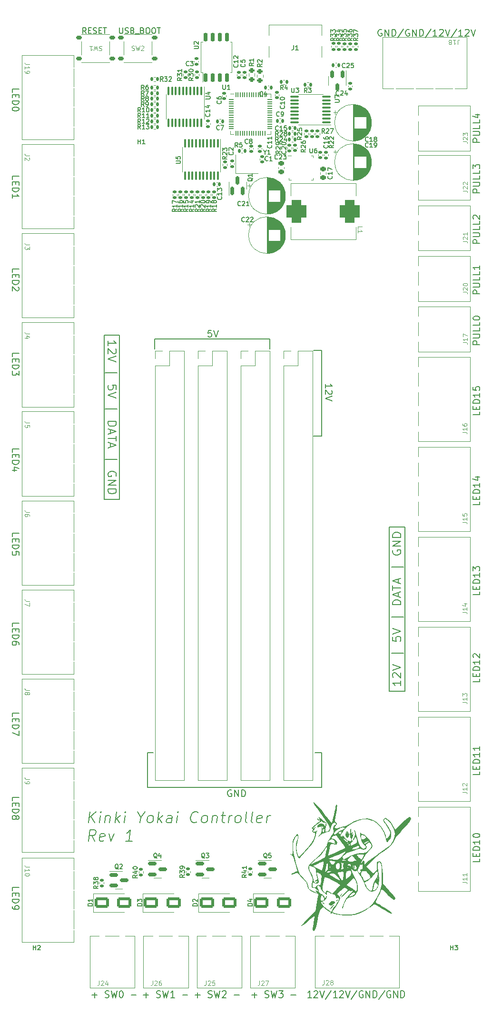
<source format=gto>
%TF.GenerationSoftware,KiCad,Pcbnew,7.0.2*%
%TF.CreationDate,2023-05-23T23:28:36+01:00*%
%TF.ProjectId,kat_control_board,6b61745f-636f-46e7-9472-6f6c5f626f61,rev?*%
%TF.SameCoordinates,Original*%
%TF.FileFunction,Legend,Top*%
%TF.FilePolarity,Positive*%
%FSLAX46Y46*%
G04 Gerber Fmt 4.6, Leading zero omitted, Abs format (unit mm)*
G04 Created by KiCad (PCBNEW 7.0.2) date 2023-05-23 23:28:36*
%MOMM*%
%LPD*%
G01*
G04 APERTURE LIST*
G04 Aperture macros list*
%AMRoundRect*
0 Rectangle with rounded corners*
0 $1 Rounding radius*
0 $2 $3 $4 $5 $6 $7 $8 $9 X,Y pos of 4 corners*
0 Add a 4 corners polygon primitive as box body*
4,1,4,$2,$3,$4,$5,$6,$7,$8,$9,$2,$3,0*
0 Add four circle primitives for the rounded corners*
1,1,$1+$1,$2,$3*
1,1,$1+$1,$4,$5*
1,1,$1+$1,$6,$7*
1,1,$1+$1,$8,$9*
0 Add four rect primitives between the rounded corners*
20,1,$1+$1,$2,$3,$4,$5,0*
20,1,$1+$1,$4,$5,$6,$7,0*
20,1,$1+$1,$6,$7,$8,$9,0*
20,1,$1+$1,$8,$9,$2,$3,0*%
%AMFreePoly0*
4,1,7,2.200000,0.087500,0.150000,0.087500,0.150000,-0.362500,-0.150000,-0.362500,-0.150000,0.362500,2.200000,0.362500,2.200000,0.087500,2.200000,0.087500,$1*%
%AMFreePoly1*
4,1,9,1.825000,0.255000,1.175000,0.255000,1.175000,-0.500000,0.500000,-0.500000,-0.500000,-0.500000,-1.000000,-0.500000,-1.000000,0.700000,1.825000,0.700000,1.825000,0.255000,1.825000,0.255000,$1*%
G04 Aperture macros list end*
%ADD10C,0.150000*%
%ADD11C,0.300000*%
%ADD12C,0.100000*%
%ADD13C,0.120000*%
%ADD14RoundRect,0.140000X-0.170000X0.140000X-0.170000X-0.140000X0.170000X-0.140000X0.170000X0.140000X0*%
%ADD15C,2.500000*%
%ADD16RoundRect,0.135000X0.135000X0.185000X-0.135000X0.185000X-0.135000X-0.185000X0.135000X-0.185000X0*%
%ADD17RoundRect,0.135000X-0.185000X0.135000X-0.185000X-0.135000X0.185000X-0.135000X0.185000X0.135000X0*%
%ADD18RoundRect,0.150000X-0.150000X0.512500X-0.150000X-0.512500X0.150000X-0.512500X0.150000X0.512500X0*%
%ADD19RoundRect,0.250000X-1.000000X-0.650000X1.000000X-0.650000X1.000000X0.650000X-1.000000X0.650000X0*%
%ADD20RoundRect,0.150000X0.150000X-0.650000X0.150000X0.650000X-0.150000X0.650000X-0.150000X-0.650000X0*%
%ADD21RoundRect,0.140000X0.170000X-0.140000X0.170000X0.140000X-0.170000X0.140000X-0.170000X-0.140000X0*%
%ADD22RoundRect,0.135000X0.185000X-0.135000X0.185000X0.135000X-0.185000X0.135000X-0.185000X-0.135000X0*%
%ADD23RoundRect,0.150000X-0.587500X-0.150000X0.587500X-0.150000X0.587500X0.150000X-0.587500X0.150000X0*%
%ADD24R,1.700000X1.700000*%
%ADD25O,1.700000X1.700000*%
%ADD26C,0.800000*%
%ADD27C,7.000000*%
%ADD28RoundRect,0.135000X-0.135000X-0.185000X0.135000X-0.185000X0.135000X0.185000X-0.135000X0.185000X0*%
%ADD29RoundRect,0.140000X0.140000X0.170000X-0.140000X0.170000X-0.140000X-0.170000X0.140000X-0.170000X0*%
%ADD30RoundRect,0.225000X0.250000X-0.225000X0.250000X0.225000X-0.250000X0.225000X-0.250000X-0.225000X0*%
%ADD31RoundRect,0.100000X0.637500X0.100000X-0.637500X0.100000X-0.637500X-0.100000X0.637500X-0.100000X0*%
%ADD32C,0.650000*%
%ADD33R,0.600000X1.450000*%
%ADD34R,0.300000X1.450000*%
%ADD35O,1.000000X2.100000*%
%ADD36O,1.000000X1.600000*%
%ADD37RoundRect,0.150000X0.150000X-0.587500X0.150000X0.587500X-0.150000X0.587500X-0.150000X-0.587500X0*%
%ADD38RoundRect,0.875000X-0.875000X-1.125000X0.875000X-1.125000X0.875000X1.125000X-0.875000X1.125000X0*%
%ADD39RoundRect,0.225000X-0.250000X0.225000X-0.250000X-0.225000X0.250000X-0.225000X0.250000X0.225000X0*%
%ADD40R,1.600000X1.600000*%
%ADD41C,1.600000*%
%ADD42RoundRect,0.050000X-0.387500X-0.050000X0.387500X-0.050000X0.387500X0.050000X-0.387500X0.050000X0*%
%ADD43RoundRect,0.050000X-0.050000X-0.387500X0.050000X-0.387500X0.050000X0.387500X-0.050000X0.387500X0*%
%ADD44R,3.200000X3.200000*%
%ADD45R,0.725000X0.300000*%
%ADD46FreePoly0,0.000000*%
%ADD47R,0.300000X0.725000*%
%ADD48R,0.300000X0.730000*%
%ADD49R,1.575000X1.050000*%
%ADD50C,0.600000*%
%ADD51R,1.150000X1.050000*%
%ADD52FreePoly1,0.000000*%
%ADD53R,0.580000X0.380000*%
%ADD54RoundRect,0.140000X-0.140000X-0.170000X0.140000X-0.170000X0.140000X0.170000X-0.140000X0.170000X0*%
%ADD55RoundRect,0.100000X-0.100000X0.637500X-0.100000X-0.637500X0.100000X-0.637500X0.100000X0.637500X0*%
%ADD56R,1.400000X1.200000*%
%ADD57RoundRect,0.187500X0.312500X0.187500X-0.312500X0.187500X-0.312500X-0.187500X0.312500X-0.187500X0*%
%ADD58RoundRect,0.187500X-0.312500X-0.187500X0.312500X-0.187500X0.312500X0.187500X-0.312500X0.187500X0*%
%ADD59RoundRect,0.200000X-0.275000X0.200000X-0.275000X-0.200000X0.275000X-0.200000X0.275000X0.200000X0*%
G04 APERTURE END LIST*
D10*
X99000000Y-135375000D02*
X96250000Y-135375000D01*
X96250000Y-106125000D01*
X99000000Y-106125000D01*
X99000000Y-135375000D01*
X98316428Y-133482142D02*
X98316428Y-134339285D01*
X98316428Y-133910714D02*
X96816428Y-133910714D01*
X96816428Y-133910714D02*
X97030714Y-134053571D01*
X97030714Y-134053571D02*
X97173571Y-134196428D01*
X97173571Y-134196428D02*
X97245000Y-134339285D01*
X96959285Y-132910714D02*
X96887857Y-132839286D01*
X96887857Y-132839286D02*
X96816428Y-132696429D01*
X96816428Y-132696429D02*
X96816428Y-132339286D01*
X96816428Y-132339286D02*
X96887857Y-132196429D01*
X96887857Y-132196429D02*
X96959285Y-132125000D01*
X96959285Y-132125000D02*
X97102142Y-132053571D01*
X97102142Y-132053571D02*
X97245000Y-132053571D01*
X97245000Y-132053571D02*
X97459285Y-132125000D01*
X97459285Y-132125000D02*
X98316428Y-132982143D01*
X98316428Y-132982143D02*
X98316428Y-132053571D01*
X96816428Y-131625000D02*
X98316428Y-131125000D01*
X98316428Y-131125000D02*
X96816428Y-130625000D01*
X98816428Y-128625001D02*
X96673571Y-128625001D01*
X96816428Y-125696430D02*
X96816428Y-126410716D01*
X96816428Y-126410716D02*
X97530714Y-126482144D01*
X97530714Y-126482144D02*
X97459285Y-126410716D01*
X97459285Y-126410716D02*
X97387857Y-126267859D01*
X97387857Y-126267859D02*
X97387857Y-125910716D01*
X97387857Y-125910716D02*
X97459285Y-125767859D01*
X97459285Y-125767859D02*
X97530714Y-125696430D01*
X97530714Y-125696430D02*
X97673571Y-125625001D01*
X97673571Y-125625001D02*
X98030714Y-125625001D01*
X98030714Y-125625001D02*
X98173571Y-125696430D01*
X98173571Y-125696430D02*
X98245000Y-125767859D01*
X98245000Y-125767859D02*
X98316428Y-125910716D01*
X98316428Y-125910716D02*
X98316428Y-126267859D01*
X98316428Y-126267859D02*
X98245000Y-126410716D01*
X98245000Y-126410716D02*
X98173571Y-126482144D01*
X96816428Y-125196430D02*
X98316428Y-124696430D01*
X98316428Y-124696430D02*
X96816428Y-124196430D01*
X98816428Y-122196431D02*
X96673571Y-122196431D01*
X98316428Y-119982146D02*
X96816428Y-119982146D01*
X96816428Y-119982146D02*
X96816428Y-119625003D01*
X96816428Y-119625003D02*
X96887857Y-119410717D01*
X96887857Y-119410717D02*
X97030714Y-119267860D01*
X97030714Y-119267860D02*
X97173571Y-119196431D01*
X97173571Y-119196431D02*
X97459285Y-119125003D01*
X97459285Y-119125003D02*
X97673571Y-119125003D01*
X97673571Y-119125003D02*
X97959285Y-119196431D01*
X97959285Y-119196431D02*
X98102142Y-119267860D01*
X98102142Y-119267860D02*
X98245000Y-119410717D01*
X98245000Y-119410717D02*
X98316428Y-119625003D01*
X98316428Y-119625003D02*
X98316428Y-119982146D01*
X97887857Y-118553574D02*
X97887857Y-117839289D01*
X98316428Y-118696431D02*
X96816428Y-118196431D01*
X96816428Y-118196431D02*
X98316428Y-117696431D01*
X96816428Y-117410717D02*
X96816428Y-116553575D01*
X98316428Y-116982146D02*
X96816428Y-116982146D01*
X97887857Y-116125003D02*
X97887857Y-115410718D01*
X98316428Y-116267860D02*
X96816428Y-115767860D01*
X96816428Y-115767860D02*
X98316428Y-115267860D01*
X98816428Y-113267861D02*
X96673571Y-113267861D01*
X96887857Y-110267861D02*
X96816428Y-110410719D01*
X96816428Y-110410719D02*
X96816428Y-110625004D01*
X96816428Y-110625004D02*
X96887857Y-110839290D01*
X96887857Y-110839290D02*
X97030714Y-110982147D01*
X97030714Y-110982147D02*
X97173571Y-111053576D01*
X97173571Y-111053576D02*
X97459285Y-111125004D01*
X97459285Y-111125004D02*
X97673571Y-111125004D01*
X97673571Y-111125004D02*
X97959285Y-111053576D01*
X97959285Y-111053576D02*
X98102142Y-110982147D01*
X98102142Y-110982147D02*
X98245000Y-110839290D01*
X98245000Y-110839290D02*
X98316428Y-110625004D01*
X98316428Y-110625004D02*
X98316428Y-110482147D01*
X98316428Y-110482147D02*
X98245000Y-110267861D01*
X98245000Y-110267861D02*
X98173571Y-110196433D01*
X98173571Y-110196433D02*
X97673571Y-110196433D01*
X97673571Y-110196433D02*
X97673571Y-110482147D01*
X98316428Y-109553576D02*
X96816428Y-109553576D01*
X96816428Y-109553576D02*
X98316428Y-108696433D01*
X98316428Y-108696433D02*
X96816428Y-108696433D01*
X98316428Y-107982147D02*
X96816428Y-107982147D01*
X96816428Y-107982147D02*
X96816428Y-107625004D01*
X96816428Y-107625004D02*
X96887857Y-107410718D01*
X96887857Y-107410718D02*
X97030714Y-107267861D01*
X97030714Y-107267861D02*
X97173571Y-107196432D01*
X97173571Y-107196432D02*
X97459285Y-107125004D01*
X97459285Y-107125004D02*
X97673571Y-107125004D01*
X97673571Y-107125004D02*
X97959285Y-107196432D01*
X97959285Y-107196432D02*
X98102142Y-107267861D01*
X98102142Y-107267861D02*
X98245000Y-107410718D01*
X98245000Y-107410718D02*
X98316428Y-107625004D01*
X98316428Y-107625004D02*
X98316428Y-107982147D01*
X45500000Y-72000000D02*
X48250000Y-72000000D01*
X48250000Y-101250000D01*
X45500000Y-101250000D01*
X45500000Y-72000000D01*
X46183571Y-73892857D02*
X46183571Y-73035714D01*
X46183571Y-73464285D02*
X47683571Y-73464285D01*
X47683571Y-73464285D02*
X47469285Y-73321428D01*
X47469285Y-73321428D02*
X47326428Y-73178571D01*
X47326428Y-73178571D02*
X47255000Y-73035714D01*
X47540714Y-74464285D02*
X47612142Y-74535713D01*
X47612142Y-74535713D02*
X47683571Y-74678571D01*
X47683571Y-74678571D02*
X47683571Y-75035713D01*
X47683571Y-75035713D02*
X47612142Y-75178571D01*
X47612142Y-75178571D02*
X47540714Y-75249999D01*
X47540714Y-75249999D02*
X47397857Y-75321428D01*
X47397857Y-75321428D02*
X47255000Y-75321428D01*
X47255000Y-75321428D02*
X47040714Y-75249999D01*
X47040714Y-75249999D02*
X46183571Y-74392856D01*
X46183571Y-74392856D02*
X46183571Y-75321428D01*
X47683571Y-75749999D02*
X46183571Y-76249999D01*
X46183571Y-76249999D02*
X47683571Y-76749999D01*
X45683571Y-78749998D02*
X47826428Y-78749998D01*
X47683571Y-81678569D02*
X47683571Y-80964283D01*
X47683571Y-80964283D02*
X46969285Y-80892855D01*
X46969285Y-80892855D02*
X47040714Y-80964283D01*
X47040714Y-80964283D02*
X47112142Y-81107141D01*
X47112142Y-81107141D02*
X47112142Y-81464283D01*
X47112142Y-81464283D02*
X47040714Y-81607141D01*
X47040714Y-81607141D02*
X46969285Y-81678569D01*
X46969285Y-81678569D02*
X46826428Y-81749998D01*
X46826428Y-81749998D02*
X46469285Y-81749998D01*
X46469285Y-81749998D02*
X46326428Y-81678569D01*
X46326428Y-81678569D02*
X46255000Y-81607141D01*
X46255000Y-81607141D02*
X46183571Y-81464283D01*
X46183571Y-81464283D02*
X46183571Y-81107141D01*
X46183571Y-81107141D02*
X46255000Y-80964283D01*
X46255000Y-80964283D02*
X46326428Y-80892855D01*
X47683571Y-82178569D02*
X46183571Y-82678569D01*
X46183571Y-82678569D02*
X47683571Y-83178569D01*
X45683571Y-85178568D02*
X47826428Y-85178568D01*
X46183571Y-87392853D02*
X47683571Y-87392853D01*
X47683571Y-87392853D02*
X47683571Y-87749996D01*
X47683571Y-87749996D02*
X47612142Y-87964282D01*
X47612142Y-87964282D02*
X47469285Y-88107139D01*
X47469285Y-88107139D02*
X47326428Y-88178568D01*
X47326428Y-88178568D02*
X47040714Y-88249996D01*
X47040714Y-88249996D02*
X46826428Y-88249996D01*
X46826428Y-88249996D02*
X46540714Y-88178568D01*
X46540714Y-88178568D02*
X46397857Y-88107139D01*
X46397857Y-88107139D02*
X46255000Y-87964282D01*
X46255000Y-87964282D02*
X46183571Y-87749996D01*
X46183571Y-87749996D02*
X46183571Y-87392853D01*
X46612142Y-88821425D02*
X46612142Y-89535711D01*
X46183571Y-88678568D02*
X47683571Y-89178568D01*
X47683571Y-89178568D02*
X46183571Y-89678568D01*
X47683571Y-89964282D02*
X47683571Y-90821425D01*
X46183571Y-90392853D02*
X47683571Y-90392853D01*
X46612142Y-91249996D02*
X46612142Y-91964282D01*
X46183571Y-91107139D02*
X47683571Y-91607139D01*
X47683571Y-91607139D02*
X46183571Y-92107139D01*
X45683571Y-94107138D02*
X47826428Y-94107138D01*
X47612142Y-97107138D02*
X47683571Y-96964281D01*
X47683571Y-96964281D02*
X47683571Y-96749995D01*
X47683571Y-96749995D02*
X47612142Y-96535709D01*
X47612142Y-96535709D02*
X47469285Y-96392852D01*
X47469285Y-96392852D02*
X47326428Y-96321423D01*
X47326428Y-96321423D02*
X47040714Y-96249995D01*
X47040714Y-96249995D02*
X46826428Y-96249995D01*
X46826428Y-96249995D02*
X46540714Y-96321423D01*
X46540714Y-96321423D02*
X46397857Y-96392852D01*
X46397857Y-96392852D02*
X46255000Y-96535709D01*
X46255000Y-96535709D02*
X46183571Y-96749995D01*
X46183571Y-96749995D02*
X46183571Y-96892852D01*
X46183571Y-96892852D02*
X46255000Y-97107138D01*
X46255000Y-97107138D02*
X46326428Y-97178566D01*
X46326428Y-97178566D02*
X46826428Y-97178566D01*
X46826428Y-97178566D02*
X46826428Y-96892852D01*
X46183571Y-97821423D02*
X47683571Y-97821423D01*
X47683571Y-97821423D02*
X46183571Y-98678566D01*
X46183571Y-98678566D02*
X47683571Y-98678566D01*
X46183571Y-99392852D02*
X47683571Y-99392852D01*
X47683571Y-99392852D02*
X47683571Y-99749995D01*
X47683571Y-99749995D02*
X47612142Y-99964281D01*
X47612142Y-99964281D02*
X47469285Y-100107138D01*
X47469285Y-100107138D02*
X47326428Y-100178567D01*
X47326428Y-100178567D02*
X47040714Y-100249995D01*
X47040714Y-100249995D02*
X46826428Y-100249995D01*
X46826428Y-100249995D02*
X46540714Y-100178567D01*
X46540714Y-100178567D02*
X46397857Y-100107138D01*
X46397857Y-100107138D02*
X46255000Y-99964281D01*
X46255000Y-99964281D02*
X46183571Y-99749995D01*
X46183571Y-99749995D02*
X46183571Y-99392852D01*
X54500000Y-74500000D02*
X54500000Y-72750000D01*
X53250000Y-152500000D02*
X53250000Y-146250000D01*
X82750000Y-90000000D02*
X84250000Y-90000000D01*
X84250000Y-74750000D02*
X82750000Y-74750000D01*
X83000000Y-146250000D02*
X84250000Y-146250000D01*
X84250000Y-90000000D02*
X84250000Y-74750000D01*
X53250000Y-146250000D02*
X54250000Y-146250000D01*
X84250000Y-146250000D02*
X84250000Y-152500000D01*
X84250000Y-152500000D02*
X53250000Y-152500000D01*
X75000000Y-72750000D02*
X75000000Y-74500000D01*
X54500000Y-72750000D02*
X75000000Y-72750000D01*
X29146857Y-107857142D02*
X29146857Y-107285714D01*
X29146857Y-107285714D02*
X30346857Y-107285714D01*
X29775428Y-108257143D02*
X29775428Y-108657143D01*
X29146857Y-108828571D02*
X29146857Y-108257143D01*
X29146857Y-108257143D02*
X30346857Y-108257143D01*
X30346857Y-108257143D02*
X30346857Y-108828571D01*
X29146857Y-109342857D02*
X30346857Y-109342857D01*
X30346857Y-109342857D02*
X30346857Y-109628571D01*
X30346857Y-109628571D02*
X30289714Y-109800000D01*
X30289714Y-109800000D02*
X30175428Y-109914285D01*
X30175428Y-109914285D02*
X30061142Y-109971428D01*
X30061142Y-109971428D02*
X29832571Y-110028571D01*
X29832571Y-110028571D02*
X29661142Y-110028571D01*
X29661142Y-110028571D02*
X29432571Y-109971428D01*
X29432571Y-109971428D02*
X29318285Y-109914285D01*
X29318285Y-109914285D02*
X29204000Y-109800000D01*
X29204000Y-109800000D02*
X29146857Y-109628571D01*
X29146857Y-109628571D02*
X29146857Y-109342857D01*
X30346857Y-111114285D02*
X30346857Y-110542857D01*
X30346857Y-110542857D02*
X29775428Y-110485714D01*
X29775428Y-110485714D02*
X29832571Y-110542857D01*
X29832571Y-110542857D02*
X29889714Y-110657143D01*
X29889714Y-110657143D02*
X29889714Y-110942857D01*
X29889714Y-110942857D02*
X29832571Y-111057143D01*
X29832571Y-111057143D02*
X29775428Y-111114285D01*
X29775428Y-111114285D02*
X29661142Y-111171428D01*
X29661142Y-111171428D02*
X29375428Y-111171428D01*
X29375428Y-111171428D02*
X29261142Y-111114285D01*
X29261142Y-111114285D02*
X29204000Y-111057143D01*
X29204000Y-111057143D02*
X29146857Y-110942857D01*
X29146857Y-110942857D02*
X29146857Y-110657143D01*
X29146857Y-110657143D02*
X29204000Y-110542857D01*
X29204000Y-110542857D02*
X29261142Y-110485714D01*
X112353142Y-73714285D02*
X111153142Y-73714285D01*
X111153142Y-73714285D02*
X111153142Y-73257142D01*
X111153142Y-73257142D02*
X111210285Y-73142857D01*
X111210285Y-73142857D02*
X111267428Y-73085714D01*
X111267428Y-73085714D02*
X111381714Y-73028571D01*
X111381714Y-73028571D02*
X111553142Y-73028571D01*
X111553142Y-73028571D02*
X111667428Y-73085714D01*
X111667428Y-73085714D02*
X111724571Y-73142857D01*
X111724571Y-73142857D02*
X111781714Y-73257142D01*
X111781714Y-73257142D02*
X111781714Y-73714285D01*
X111153142Y-72514285D02*
X112124571Y-72514285D01*
X112124571Y-72514285D02*
X112238857Y-72457142D01*
X112238857Y-72457142D02*
X112296000Y-72400000D01*
X112296000Y-72400000D02*
X112353142Y-72285714D01*
X112353142Y-72285714D02*
X112353142Y-72057142D01*
X112353142Y-72057142D02*
X112296000Y-71942857D01*
X112296000Y-71942857D02*
X112238857Y-71885714D01*
X112238857Y-71885714D02*
X112124571Y-71828571D01*
X112124571Y-71828571D02*
X111153142Y-71828571D01*
X112353142Y-70685714D02*
X112353142Y-71257142D01*
X112353142Y-71257142D02*
X111153142Y-71257142D01*
X112353142Y-69714285D02*
X112353142Y-70285713D01*
X112353142Y-70285713D02*
X111153142Y-70285713D01*
X111153142Y-69085713D02*
X111153142Y-68971427D01*
X111153142Y-68971427D02*
X111210285Y-68857141D01*
X111210285Y-68857141D02*
X111267428Y-68799999D01*
X111267428Y-68799999D02*
X111381714Y-68742856D01*
X111381714Y-68742856D02*
X111610285Y-68685713D01*
X111610285Y-68685713D02*
X111896000Y-68685713D01*
X111896000Y-68685713D02*
X112124571Y-68742856D01*
X112124571Y-68742856D02*
X112238857Y-68799999D01*
X112238857Y-68799999D02*
X112296000Y-68857141D01*
X112296000Y-68857141D02*
X112353142Y-68971427D01*
X112353142Y-68971427D02*
X112353142Y-69085713D01*
X112353142Y-69085713D02*
X112296000Y-69199999D01*
X112296000Y-69199999D02*
X112238857Y-69257141D01*
X112238857Y-69257141D02*
X112124571Y-69314284D01*
X112124571Y-69314284D02*
X111896000Y-69371427D01*
X111896000Y-69371427D02*
X111610285Y-69371427D01*
X111610285Y-69371427D02*
X111381714Y-69314284D01*
X111381714Y-69314284D02*
X111267428Y-69257141D01*
X111267428Y-69257141D02*
X111210285Y-69199999D01*
X111210285Y-69199999D02*
X111153142Y-69085713D01*
X84896857Y-81414285D02*
X84896857Y-80728571D01*
X84896857Y-81071428D02*
X86096857Y-81071428D01*
X86096857Y-81071428D02*
X85925428Y-80957142D01*
X85925428Y-80957142D02*
X85811142Y-80842857D01*
X85811142Y-80842857D02*
X85754000Y-80728571D01*
X85982571Y-81871428D02*
X86039714Y-81928571D01*
X86039714Y-81928571D02*
X86096857Y-82042857D01*
X86096857Y-82042857D02*
X86096857Y-82328571D01*
X86096857Y-82328571D02*
X86039714Y-82442857D01*
X86039714Y-82442857D02*
X85982571Y-82499999D01*
X85982571Y-82499999D02*
X85868285Y-82557142D01*
X85868285Y-82557142D02*
X85754000Y-82557142D01*
X85754000Y-82557142D02*
X85582571Y-82499999D01*
X85582571Y-82499999D02*
X84896857Y-81814285D01*
X84896857Y-81814285D02*
X84896857Y-82557142D01*
X86096857Y-82899999D02*
X84896857Y-83299999D01*
X84896857Y-83299999D02*
X86096857Y-83699999D01*
X29146857Y-44357142D02*
X29146857Y-43785714D01*
X29146857Y-43785714D02*
X30346857Y-43785714D01*
X29775428Y-44757143D02*
X29775428Y-45157143D01*
X29146857Y-45328571D02*
X29146857Y-44757143D01*
X29146857Y-44757143D02*
X30346857Y-44757143D01*
X30346857Y-44757143D02*
X30346857Y-45328571D01*
X29146857Y-45842857D02*
X30346857Y-45842857D01*
X30346857Y-45842857D02*
X30346857Y-46128571D01*
X30346857Y-46128571D02*
X30289714Y-46300000D01*
X30289714Y-46300000D02*
X30175428Y-46414285D01*
X30175428Y-46414285D02*
X30061142Y-46471428D01*
X30061142Y-46471428D02*
X29832571Y-46528571D01*
X29832571Y-46528571D02*
X29661142Y-46528571D01*
X29661142Y-46528571D02*
X29432571Y-46471428D01*
X29432571Y-46471428D02*
X29318285Y-46414285D01*
X29318285Y-46414285D02*
X29204000Y-46300000D01*
X29204000Y-46300000D02*
X29146857Y-46128571D01*
X29146857Y-46128571D02*
X29146857Y-45842857D01*
X29146857Y-47671428D02*
X29146857Y-46985714D01*
X29146857Y-47328571D02*
X30346857Y-47328571D01*
X30346857Y-47328571D02*
X30175428Y-47214285D01*
X30175428Y-47214285D02*
X30061142Y-47100000D01*
X30061142Y-47100000D02*
X30004000Y-46985714D01*
X68164285Y-152960285D02*
X68050000Y-152903142D01*
X68050000Y-152903142D02*
X67878571Y-152903142D01*
X67878571Y-152903142D02*
X67707142Y-152960285D01*
X67707142Y-152960285D02*
X67592857Y-153074571D01*
X67592857Y-153074571D02*
X67535714Y-153188857D01*
X67535714Y-153188857D02*
X67478571Y-153417428D01*
X67478571Y-153417428D02*
X67478571Y-153588857D01*
X67478571Y-153588857D02*
X67535714Y-153817428D01*
X67535714Y-153817428D02*
X67592857Y-153931714D01*
X67592857Y-153931714D02*
X67707142Y-154046000D01*
X67707142Y-154046000D02*
X67878571Y-154103142D01*
X67878571Y-154103142D02*
X67992857Y-154103142D01*
X67992857Y-154103142D02*
X68164285Y-154046000D01*
X68164285Y-154046000D02*
X68221428Y-153988857D01*
X68221428Y-153988857D02*
X68221428Y-153588857D01*
X68221428Y-153588857D02*
X67992857Y-153588857D01*
X68735714Y-154103142D02*
X68735714Y-152903142D01*
X68735714Y-152903142D02*
X69421428Y-154103142D01*
X69421428Y-154103142D02*
X69421428Y-152903142D01*
X69992857Y-154103142D02*
X69992857Y-152903142D01*
X69992857Y-152903142D02*
X70278571Y-152903142D01*
X70278571Y-152903142D02*
X70450000Y-152960285D01*
X70450000Y-152960285D02*
X70564285Y-153074571D01*
X70564285Y-153074571D02*
X70621428Y-153188857D01*
X70621428Y-153188857D02*
X70678571Y-153417428D01*
X70678571Y-153417428D02*
X70678571Y-153588857D01*
X70678571Y-153588857D02*
X70621428Y-153817428D01*
X70621428Y-153817428D02*
X70564285Y-153931714D01*
X70564285Y-153931714D02*
X70450000Y-154046000D01*
X70450000Y-154046000D02*
X70278571Y-154103142D01*
X70278571Y-154103142D02*
X69992857Y-154103142D01*
X112353142Y-64714285D02*
X111153142Y-64714285D01*
X111153142Y-64714285D02*
X111153142Y-64257142D01*
X111153142Y-64257142D02*
X111210285Y-64142857D01*
X111210285Y-64142857D02*
X111267428Y-64085714D01*
X111267428Y-64085714D02*
X111381714Y-64028571D01*
X111381714Y-64028571D02*
X111553142Y-64028571D01*
X111553142Y-64028571D02*
X111667428Y-64085714D01*
X111667428Y-64085714D02*
X111724571Y-64142857D01*
X111724571Y-64142857D02*
X111781714Y-64257142D01*
X111781714Y-64257142D02*
X111781714Y-64714285D01*
X111153142Y-63514285D02*
X112124571Y-63514285D01*
X112124571Y-63514285D02*
X112238857Y-63457142D01*
X112238857Y-63457142D02*
X112296000Y-63400000D01*
X112296000Y-63400000D02*
X112353142Y-63285714D01*
X112353142Y-63285714D02*
X112353142Y-63057142D01*
X112353142Y-63057142D02*
X112296000Y-62942857D01*
X112296000Y-62942857D02*
X112238857Y-62885714D01*
X112238857Y-62885714D02*
X112124571Y-62828571D01*
X112124571Y-62828571D02*
X111153142Y-62828571D01*
X112353142Y-61685714D02*
X112353142Y-62257142D01*
X112353142Y-62257142D02*
X111153142Y-62257142D01*
X112353142Y-60714285D02*
X112353142Y-61285713D01*
X112353142Y-61285713D02*
X111153142Y-61285713D01*
X112353142Y-59685713D02*
X112353142Y-60371427D01*
X112353142Y-60028570D02*
X111153142Y-60028570D01*
X111153142Y-60028570D02*
X111324571Y-60142856D01*
X111324571Y-60142856D02*
X111438857Y-60257141D01*
X111438857Y-60257141D02*
X111496000Y-60371427D01*
X42714285Y-158765238D02*
X42964285Y-156765238D01*
X43857142Y-158765238D02*
X43142857Y-157622380D01*
X44107142Y-156765238D02*
X42821428Y-157908095D01*
X44702380Y-158765238D02*
X44869047Y-157431904D01*
X44952380Y-156765238D02*
X44845237Y-156860476D01*
X44845237Y-156860476D02*
X44928571Y-156955714D01*
X44928571Y-156955714D02*
X45035714Y-156860476D01*
X45035714Y-156860476D02*
X44952380Y-156765238D01*
X44952380Y-156765238D02*
X44928571Y-156955714D01*
X45809523Y-157431904D02*
X45642856Y-158765238D01*
X45785713Y-157622380D02*
X45892856Y-157527142D01*
X45892856Y-157527142D02*
X46095237Y-157431904D01*
X46095237Y-157431904D02*
X46380951Y-157431904D01*
X46380951Y-157431904D02*
X46559523Y-157527142D01*
X46559523Y-157527142D02*
X46630951Y-157717619D01*
X46630951Y-157717619D02*
X46499999Y-158765238D01*
X47440475Y-158765238D02*
X47690475Y-156765238D01*
X47726190Y-158003333D02*
X48202380Y-158765238D01*
X48369047Y-157431904D02*
X47511904Y-158193809D01*
X49047618Y-158765238D02*
X49214285Y-157431904D01*
X49297618Y-156765238D02*
X49190475Y-156860476D01*
X49190475Y-156860476D02*
X49273809Y-156955714D01*
X49273809Y-156955714D02*
X49380952Y-156860476D01*
X49380952Y-156860476D02*
X49297618Y-156765238D01*
X49297618Y-156765238D02*
X49273809Y-156955714D01*
X52011904Y-157812857D02*
X51892857Y-158765238D01*
X51476190Y-156765238D02*
X52011904Y-157812857D01*
X52011904Y-157812857D02*
X52809523Y-156765238D01*
X53500000Y-158765238D02*
X53321428Y-158670000D01*
X53321428Y-158670000D02*
X53238095Y-158574761D01*
X53238095Y-158574761D02*
X53166666Y-158384285D01*
X53166666Y-158384285D02*
X53238095Y-157812857D01*
X53238095Y-157812857D02*
X53357142Y-157622380D01*
X53357142Y-157622380D02*
X53464285Y-157527142D01*
X53464285Y-157527142D02*
X53666666Y-157431904D01*
X53666666Y-157431904D02*
X53952380Y-157431904D01*
X53952380Y-157431904D02*
X54130952Y-157527142D01*
X54130952Y-157527142D02*
X54214285Y-157622380D01*
X54214285Y-157622380D02*
X54285714Y-157812857D01*
X54285714Y-157812857D02*
X54214285Y-158384285D01*
X54214285Y-158384285D02*
X54095238Y-158574761D01*
X54095238Y-158574761D02*
X53988095Y-158670000D01*
X53988095Y-158670000D02*
X53785714Y-158765238D01*
X53785714Y-158765238D02*
X53500000Y-158765238D01*
X55011904Y-158765238D02*
X55261904Y-156765238D01*
X55297619Y-158003333D02*
X55773809Y-158765238D01*
X55940476Y-157431904D02*
X55083333Y-158193809D01*
X57476190Y-158765238D02*
X57607142Y-157717619D01*
X57607142Y-157717619D02*
X57535714Y-157527142D01*
X57535714Y-157527142D02*
X57357142Y-157431904D01*
X57357142Y-157431904D02*
X56976190Y-157431904D01*
X56976190Y-157431904D02*
X56773809Y-157527142D01*
X57488095Y-158670000D02*
X57285714Y-158765238D01*
X57285714Y-158765238D02*
X56809523Y-158765238D01*
X56809523Y-158765238D02*
X56630952Y-158670000D01*
X56630952Y-158670000D02*
X56559523Y-158479523D01*
X56559523Y-158479523D02*
X56583333Y-158289047D01*
X56583333Y-158289047D02*
X56702381Y-158098571D01*
X56702381Y-158098571D02*
X56904762Y-158003333D01*
X56904762Y-158003333D02*
X57380952Y-158003333D01*
X57380952Y-158003333D02*
X57583333Y-157908095D01*
X58416666Y-158765238D02*
X58583333Y-157431904D01*
X58666666Y-156765238D02*
X58559523Y-156860476D01*
X58559523Y-156860476D02*
X58642857Y-156955714D01*
X58642857Y-156955714D02*
X58750000Y-156860476D01*
X58750000Y-156860476D02*
X58666666Y-156765238D01*
X58666666Y-156765238D02*
X58642857Y-156955714D01*
X62047619Y-158574761D02*
X61940476Y-158670000D01*
X61940476Y-158670000D02*
X61642857Y-158765238D01*
X61642857Y-158765238D02*
X61452381Y-158765238D01*
X61452381Y-158765238D02*
X61178571Y-158670000D01*
X61178571Y-158670000D02*
X61011905Y-158479523D01*
X61011905Y-158479523D02*
X60940476Y-158289047D01*
X60940476Y-158289047D02*
X60892857Y-157908095D01*
X60892857Y-157908095D02*
X60928571Y-157622380D01*
X60928571Y-157622380D02*
X61071428Y-157241428D01*
X61071428Y-157241428D02*
X61190476Y-157050952D01*
X61190476Y-157050952D02*
X61404762Y-156860476D01*
X61404762Y-156860476D02*
X61702381Y-156765238D01*
X61702381Y-156765238D02*
X61892857Y-156765238D01*
X61892857Y-156765238D02*
X62166667Y-156860476D01*
X62166667Y-156860476D02*
X62250000Y-156955714D01*
X63154762Y-158765238D02*
X62976190Y-158670000D01*
X62976190Y-158670000D02*
X62892857Y-158574761D01*
X62892857Y-158574761D02*
X62821428Y-158384285D01*
X62821428Y-158384285D02*
X62892857Y-157812857D01*
X62892857Y-157812857D02*
X63011904Y-157622380D01*
X63011904Y-157622380D02*
X63119047Y-157527142D01*
X63119047Y-157527142D02*
X63321428Y-157431904D01*
X63321428Y-157431904D02*
X63607142Y-157431904D01*
X63607142Y-157431904D02*
X63785714Y-157527142D01*
X63785714Y-157527142D02*
X63869047Y-157622380D01*
X63869047Y-157622380D02*
X63940476Y-157812857D01*
X63940476Y-157812857D02*
X63869047Y-158384285D01*
X63869047Y-158384285D02*
X63750000Y-158574761D01*
X63750000Y-158574761D02*
X63642857Y-158670000D01*
X63642857Y-158670000D02*
X63440476Y-158765238D01*
X63440476Y-158765238D02*
X63154762Y-158765238D01*
X64833333Y-157431904D02*
X64666666Y-158765238D01*
X64809523Y-157622380D02*
X64916666Y-157527142D01*
X64916666Y-157527142D02*
X65119047Y-157431904D01*
X65119047Y-157431904D02*
X65404761Y-157431904D01*
X65404761Y-157431904D02*
X65583333Y-157527142D01*
X65583333Y-157527142D02*
X65654761Y-157717619D01*
X65654761Y-157717619D02*
X65523809Y-158765238D01*
X66345238Y-157431904D02*
X67107142Y-157431904D01*
X66714285Y-156765238D02*
X66500000Y-158479523D01*
X66500000Y-158479523D02*
X66571428Y-158670000D01*
X66571428Y-158670000D02*
X66750000Y-158765238D01*
X66750000Y-158765238D02*
X66940476Y-158765238D01*
X67595237Y-158765238D02*
X67761904Y-157431904D01*
X67714285Y-157812857D02*
X67833332Y-157622380D01*
X67833332Y-157622380D02*
X67940475Y-157527142D01*
X67940475Y-157527142D02*
X68142856Y-157431904D01*
X68142856Y-157431904D02*
X68333332Y-157431904D01*
X69107142Y-158765238D02*
X68928570Y-158670000D01*
X68928570Y-158670000D02*
X68845237Y-158574761D01*
X68845237Y-158574761D02*
X68773808Y-158384285D01*
X68773808Y-158384285D02*
X68845237Y-157812857D01*
X68845237Y-157812857D02*
X68964284Y-157622380D01*
X68964284Y-157622380D02*
X69071427Y-157527142D01*
X69071427Y-157527142D02*
X69273808Y-157431904D01*
X69273808Y-157431904D02*
X69559522Y-157431904D01*
X69559522Y-157431904D02*
X69738094Y-157527142D01*
X69738094Y-157527142D02*
X69821427Y-157622380D01*
X69821427Y-157622380D02*
X69892856Y-157812857D01*
X69892856Y-157812857D02*
X69821427Y-158384285D01*
X69821427Y-158384285D02*
X69702380Y-158574761D01*
X69702380Y-158574761D02*
X69595237Y-158670000D01*
X69595237Y-158670000D02*
X69392856Y-158765238D01*
X69392856Y-158765238D02*
X69107142Y-158765238D01*
X70904761Y-158765238D02*
X70726189Y-158670000D01*
X70726189Y-158670000D02*
X70654761Y-158479523D01*
X70654761Y-158479523D02*
X70869046Y-156765238D01*
X71940475Y-158765238D02*
X71761903Y-158670000D01*
X71761903Y-158670000D02*
X71690475Y-158479523D01*
X71690475Y-158479523D02*
X71904760Y-156765238D01*
X73464284Y-158670000D02*
X73261903Y-158765238D01*
X73261903Y-158765238D02*
X72880950Y-158765238D01*
X72880950Y-158765238D02*
X72702379Y-158670000D01*
X72702379Y-158670000D02*
X72630950Y-158479523D01*
X72630950Y-158479523D02*
X72726189Y-157717619D01*
X72726189Y-157717619D02*
X72845236Y-157527142D01*
X72845236Y-157527142D02*
X73047617Y-157431904D01*
X73047617Y-157431904D02*
X73428569Y-157431904D01*
X73428569Y-157431904D02*
X73607141Y-157527142D01*
X73607141Y-157527142D02*
X73678569Y-157717619D01*
X73678569Y-157717619D02*
X73654760Y-157908095D01*
X73654760Y-157908095D02*
X72678569Y-158098571D01*
X74392855Y-158765238D02*
X74559522Y-157431904D01*
X74511903Y-157812857D02*
X74630950Y-157622380D01*
X74630950Y-157622380D02*
X74738093Y-157527142D01*
X74738093Y-157527142D02*
X74940474Y-157431904D01*
X74940474Y-157431904D02*
X75130950Y-157431904D01*
X43857142Y-162005238D02*
X43309523Y-161052857D01*
X42714285Y-162005238D02*
X42964285Y-160005238D01*
X42964285Y-160005238D02*
X43726190Y-160005238D01*
X43726190Y-160005238D02*
X43904761Y-160100476D01*
X43904761Y-160100476D02*
X43988095Y-160195714D01*
X43988095Y-160195714D02*
X44059523Y-160386190D01*
X44059523Y-160386190D02*
X44023809Y-160671904D01*
X44023809Y-160671904D02*
X43904761Y-160862380D01*
X43904761Y-160862380D02*
X43797619Y-160957619D01*
X43797619Y-160957619D02*
X43595238Y-161052857D01*
X43595238Y-161052857D02*
X42833333Y-161052857D01*
X45476190Y-161910000D02*
X45273809Y-162005238D01*
X45273809Y-162005238D02*
X44892856Y-162005238D01*
X44892856Y-162005238D02*
X44714285Y-161910000D01*
X44714285Y-161910000D02*
X44642856Y-161719523D01*
X44642856Y-161719523D02*
X44738095Y-160957619D01*
X44738095Y-160957619D02*
X44857142Y-160767142D01*
X44857142Y-160767142D02*
X45059523Y-160671904D01*
X45059523Y-160671904D02*
X45440475Y-160671904D01*
X45440475Y-160671904D02*
X45619047Y-160767142D01*
X45619047Y-160767142D02*
X45690475Y-160957619D01*
X45690475Y-160957619D02*
X45666666Y-161148095D01*
X45666666Y-161148095D02*
X44690475Y-161338571D01*
X46380952Y-160671904D02*
X46690476Y-162005238D01*
X46690476Y-162005238D02*
X47333333Y-160671904D01*
X50488095Y-162005238D02*
X49345238Y-162005238D01*
X49916667Y-162005238D02*
X50166667Y-160005238D01*
X50166667Y-160005238D02*
X49940476Y-160290952D01*
X49940476Y-160290952D02*
X49726191Y-160481428D01*
X49726191Y-160481428D02*
X49523810Y-160576666D01*
X112353142Y-85642857D02*
X112353142Y-86214285D01*
X112353142Y-86214285D02*
X111153142Y-86214285D01*
X111724571Y-85242856D02*
X111724571Y-84842856D01*
X112353142Y-84671428D02*
X112353142Y-85242856D01*
X112353142Y-85242856D02*
X111153142Y-85242856D01*
X111153142Y-85242856D02*
X111153142Y-84671428D01*
X112353142Y-84157142D02*
X111153142Y-84157142D01*
X111153142Y-84157142D02*
X111153142Y-83871428D01*
X111153142Y-83871428D02*
X111210285Y-83699999D01*
X111210285Y-83699999D02*
X111324571Y-83585714D01*
X111324571Y-83585714D02*
X111438857Y-83528571D01*
X111438857Y-83528571D02*
X111667428Y-83471428D01*
X111667428Y-83471428D02*
X111838857Y-83471428D01*
X111838857Y-83471428D02*
X112067428Y-83528571D01*
X112067428Y-83528571D02*
X112181714Y-83585714D01*
X112181714Y-83585714D02*
X112296000Y-83699999D01*
X112296000Y-83699999D02*
X112353142Y-83871428D01*
X112353142Y-83871428D02*
X112353142Y-84157142D01*
X112353142Y-82328571D02*
X112353142Y-83014285D01*
X112353142Y-82671428D02*
X111153142Y-82671428D01*
X111153142Y-82671428D02*
X111324571Y-82785714D01*
X111324571Y-82785714D02*
X111438857Y-82899999D01*
X111438857Y-82899999D02*
X111496000Y-83014285D01*
X111153142Y-81242857D02*
X111153142Y-81814285D01*
X111153142Y-81814285D02*
X111724571Y-81871428D01*
X111724571Y-81871428D02*
X111667428Y-81814285D01*
X111667428Y-81814285D02*
X111610285Y-81700000D01*
X111610285Y-81700000D02*
X111610285Y-81414285D01*
X111610285Y-81414285D02*
X111667428Y-81300000D01*
X111667428Y-81300000D02*
X111724571Y-81242857D01*
X111724571Y-81242857D02*
X111838857Y-81185714D01*
X111838857Y-81185714D02*
X112124571Y-81185714D01*
X112124571Y-81185714D02*
X112238857Y-81242857D01*
X112238857Y-81242857D02*
X112296000Y-81300000D01*
X112296000Y-81300000D02*
X112353142Y-81414285D01*
X112353142Y-81414285D02*
X112353142Y-81700000D01*
X112353142Y-81700000D02*
X112296000Y-81814285D01*
X112296000Y-81814285D02*
X112238857Y-81871428D01*
X52485714Y-189396000D02*
X53400000Y-189396000D01*
X52942857Y-189853142D02*
X52942857Y-188938857D01*
X54828571Y-189796000D02*
X55000000Y-189853142D01*
X55000000Y-189853142D02*
X55285714Y-189853142D01*
X55285714Y-189853142D02*
X55400000Y-189796000D01*
X55400000Y-189796000D02*
X55457142Y-189738857D01*
X55457142Y-189738857D02*
X55514285Y-189624571D01*
X55514285Y-189624571D02*
X55514285Y-189510285D01*
X55514285Y-189510285D02*
X55457142Y-189396000D01*
X55457142Y-189396000D02*
X55400000Y-189338857D01*
X55400000Y-189338857D02*
X55285714Y-189281714D01*
X55285714Y-189281714D02*
X55057142Y-189224571D01*
X55057142Y-189224571D02*
X54942857Y-189167428D01*
X54942857Y-189167428D02*
X54885714Y-189110285D01*
X54885714Y-189110285D02*
X54828571Y-188996000D01*
X54828571Y-188996000D02*
X54828571Y-188881714D01*
X54828571Y-188881714D02*
X54885714Y-188767428D01*
X54885714Y-188767428D02*
X54942857Y-188710285D01*
X54942857Y-188710285D02*
X55057142Y-188653142D01*
X55057142Y-188653142D02*
X55342857Y-188653142D01*
X55342857Y-188653142D02*
X55514285Y-188710285D01*
X55914285Y-188653142D02*
X56199999Y-189853142D01*
X56199999Y-189853142D02*
X56428571Y-188996000D01*
X56428571Y-188996000D02*
X56657142Y-189853142D01*
X56657142Y-189853142D02*
X56942857Y-188653142D01*
X58028571Y-189853142D02*
X57342857Y-189853142D01*
X57685714Y-189853142D02*
X57685714Y-188653142D01*
X57685714Y-188653142D02*
X57571428Y-188824571D01*
X57571428Y-188824571D02*
X57457143Y-188938857D01*
X57457143Y-188938857D02*
X57342857Y-188996000D01*
X59457143Y-189396000D02*
X60371429Y-189396000D01*
X112353142Y-46714285D02*
X111153142Y-46714285D01*
X111153142Y-46714285D02*
X111153142Y-46257142D01*
X111153142Y-46257142D02*
X111210285Y-46142857D01*
X111210285Y-46142857D02*
X111267428Y-46085714D01*
X111267428Y-46085714D02*
X111381714Y-46028571D01*
X111381714Y-46028571D02*
X111553142Y-46028571D01*
X111553142Y-46028571D02*
X111667428Y-46085714D01*
X111667428Y-46085714D02*
X111724571Y-46142857D01*
X111724571Y-46142857D02*
X111781714Y-46257142D01*
X111781714Y-46257142D02*
X111781714Y-46714285D01*
X111153142Y-45514285D02*
X112124571Y-45514285D01*
X112124571Y-45514285D02*
X112238857Y-45457142D01*
X112238857Y-45457142D02*
X112296000Y-45400000D01*
X112296000Y-45400000D02*
X112353142Y-45285714D01*
X112353142Y-45285714D02*
X112353142Y-45057142D01*
X112353142Y-45057142D02*
X112296000Y-44942857D01*
X112296000Y-44942857D02*
X112238857Y-44885714D01*
X112238857Y-44885714D02*
X112124571Y-44828571D01*
X112124571Y-44828571D02*
X111153142Y-44828571D01*
X112353142Y-43685714D02*
X112353142Y-44257142D01*
X112353142Y-44257142D02*
X111153142Y-44257142D01*
X112353142Y-42714285D02*
X112353142Y-43285713D01*
X112353142Y-43285713D02*
X111153142Y-43285713D01*
X111153142Y-42428570D02*
X111153142Y-41685713D01*
X111153142Y-41685713D02*
X111610285Y-42085713D01*
X111610285Y-42085713D02*
X111610285Y-41914284D01*
X111610285Y-41914284D02*
X111667428Y-41799999D01*
X111667428Y-41799999D02*
X111724571Y-41742856D01*
X111724571Y-41742856D02*
X111838857Y-41685713D01*
X111838857Y-41685713D02*
X112124571Y-41685713D01*
X112124571Y-41685713D02*
X112238857Y-41742856D01*
X112238857Y-41742856D02*
X112296000Y-41799999D01*
X112296000Y-41799999D02*
X112353142Y-41914284D01*
X112353142Y-41914284D02*
X112353142Y-42257141D01*
X112353142Y-42257141D02*
X112296000Y-42371427D01*
X112296000Y-42371427D02*
X112238857Y-42428570D01*
X29146857Y-139857142D02*
X29146857Y-139285714D01*
X29146857Y-139285714D02*
X30346857Y-139285714D01*
X29775428Y-140257143D02*
X29775428Y-140657143D01*
X29146857Y-140828571D02*
X29146857Y-140257143D01*
X29146857Y-140257143D02*
X30346857Y-140257143D01*
X30346857Y-140257143D02*
X30346857Y-140828571D01*
X29146857Y-141342857D02*
X30346857Y-141342857D01*
X30346857Y-141342857D02*
X30346857Y-141628571D01*
X30346857Y-141628571D02*
X30289714Y-141800000D01*
X30289714Y-141800000D02*
X30175428Y-141914285D01*
X30175428Y-141914285D02*
X30061142Y-141971428D01*
X30061142Y-141971428D02*
X29832571Y-142028571D01*
X29832571Y-142028571D02*
X29661142Y-142028571D01*
X29661142Y-142028571D02*
X29432571Y-141971428D01*
X29432571Y-141971428D02*
X29318285Y-141914285D01*
X29318285Y-141914285D02*
X29204000Y-141800000D01*
X29204000Y-141800000D02*
X29146857Y-141628571D01*
X29146857Y-141628571D02*
X29146857Y-141342857D01*
X30346857Y-142428571D02*
X30346857Y-143228571D01*
X30346857Y-143228571D02*
X29146857Y-142714285D01*
X112353142Y-101642857D02*
X112353142Y-102214285D01*
X112353142Y-102214285D02*
X111153142Y-102214285D01*
X111724571Y-101242856D02*
X111724571Y-100842856D01*
X112353142Y-100671428D02*
X112353142Y-101242856D01*
X112353142Y-101242856D02*
X111153142Y-101242856D01*
X111153142Y-101242856D02*
X111153142Y-100671428D01*
X112353142Y-100157142D02*
X111153142Y-100157142D01*
X111153142Y-100157142D02*
X111153142Y-99871428D01*
X111153142Y-99871428D02*
X111210285Y-99699999D01*
X111210285Y-99699999D02*
X111324571Y-99585714D01*
X111324571Y-99585714D02*
X111438857Y-99528571D01*
X111438857Y-99528571D02*
X111667428Y-99471428D01*
X111667428Y-99471428D02*
X111838857Y-99471428D01*
X111838857Y-99471428D02*
X112067428Y-99528571D01*
X112067428Y-99528571D02*
X112181714Y-99585714D01*
X112181714Y-99585714D02*
X112296000Y-99699999D01*
X112296000Y-99699999D02*
X112353142Y-99871428D01*
X112353142Y-99871428D02*
X112353142Y-100157142D01*
X112353142Y-98328571D02*
X112353142Y-99014285D01*
X112353142Y-98671428D02*
X111153142Y-98671428D01*
X111153142Y-98671428D02*
X111324571Y-98785714D01*
X111324571Y-98785714D02*
X111438857Y-98899999D01*
X111438857Y-98899999D02*
X111496000Y-99014285D01*
X111553142Y-97300000D02*
X112353142Y-97300000D01*
X111096000Y-97585714D02*
X111953142Y-97871428D01*
X111953142Y-97871428D02*
X111953142Y-97128571D01*
X112353142Y-165142857D02*
X112353142Y-165714285D01*
X112353142Y-165714285D02*
X111153142Y-165714285D01*
X111724571Y-164742856D02*
X111724571Y-164342856D01*
X112353142Y-164171428D02*
X112353142Y-164742856D01*
X112353142Y-164742856D02*
X111153142Y-164742856D01*
X111153142Y-164742856D02*
X111153142Y-164171428D01*
X112353142Y-163657142D02*
X111153142Y-163657142D01*
X111153142Y-163657142D02*
X111153142Y-163371428D01*
X111153142Y-163371428D02*
X111210285Y-163199999D01*
X111210285Y-163199999D02*
X111324571Y-163085714D01*
X111324571Y-163085714D02*
X111438857Y-163028571D01*
X111438857Y-163028571D02*
X111667428Y-162971428D01*
X111667428Y-162971428D02*
X111838857Y-162971428D01*
X111838857Y-162971428D02*
X112067428Y-163028571D01*
X112067428Y-163028571D02*
X112181714Y-163085714D01*
X112181714Y-163085714D02*
X112296000Y-163199999D01*
X112296000Y-163199999D02*
X112353142Y-163371428D01*
X112353142Y-163371428D02*
X112353142Y-163657142D01*
X112353142Y-161828571D02*
X112353142Y-162514285D01*
X112353142Y-162171428D02*
X111153142Y-162171428D01*
X111153142Y-162171428D02*
X111324571Y-162285714D01*
X111324571Y-162285714D02*
X111438857Y-162399999D01*
X111438857Y-162399999D02*
X111496000Y-162514285D01*
X111153142Y-161085714D02*
X111153142Y-160971428D01*
X111153142Y-160971428D02*
X111210285Y-160857142D01*
X111210285Y-160857142D02*
X111267428Y-160800000D01*
X111267428Y-160800000D02*
X111381714Y-160742857D01*
X111381714Y-160742857D02*
X111610285Y-160685714D01*
X111610285Y-160685714D02*
X111896000Y-160685714D01*
X111896000Y-160685714D02*
X112124571Y-160742857D01*
X112124571Y-160742857D02*
X112238857Y-160800000D01*
X112238857Y-160800000D02*
X112296000Y-160857142D01*
X112296000Y-160857142D02*
X112353142Y-160971428D01*
X112353142Y-160971428D02*
X112353142Y-161085714D01*
X112353142Y-161085714D02*
X112296000Y-161200000D01*
X112296000Y-161200000D02*
X112238857Y-161257142D01*
X112238857Y-161257142D02*
X112124571Y-161314285D01*
X112124571Y-161314285D02*
X111896000Y-161371428D01*
X111896000Y-161371428D02*
X111610285Y-161371428D01*
X111610285Y-161371428D02*
X111381714Y-161314285D01*
X111381714Y-161314285D02*
X111267428Y-161257142D01*
X111267428Y-161257142D02*
X111210285Y-161200000D01*
X111210285Y-161200000D02*
X111153142Y-161085714D01*
X29146857Y-60857142D02*
X29146857Y-60285714D01*
X29146857Y-60285714D02*
X30346857Y-60285714D01*
X29775428Y-61257143D02*
X29775428Y-61657143D01*
X29146857Y-61828571D02*
X29146857Y-61257143D01*
X29146857Y-61257143D02*
X30346857Y-61257143D01*
X30346857Y-61257143D02*
X30346857Y-61828571D01*
X29146857Y-62342857D02*
X30346857Y-62342857D01*
X30346857Y-62342857D02*
X30346857Y-62628571D01*
X30346857Y-62628571D02*
X30289714Y-62800000D01*
X30289714Y-62800000D02*
X30175428Y-62914285D01*
X30175428Y-62914285D02*
X30061142Y-62971428D01*
X30061142Y-62971428D02*
X29832571Y-63028571D01*
X29832571Y-63028571D02*
X29661142Y-63028571D01*
X29661142Y-63028571D02*
X29432571Y-62971428D01*
X29432571Y-62971428D02*
X29318285Y-62914285D01*
X29318285Y-62914285D02*
X29204000Y-62800000D01*
X29204000Y-62800000D02*
X29146857Y-62628571D01*
X29146857Y-62628571D02*
X29146857Y-62342857D01*
X30232571Y-63485714D02*
X30289714Y-63542857D01*
X30289714Y-63542857D02*
X30346857Y-63657143D01*
X30346857Y-63657143D02*
X30346857Y-63942857D01*
X30346857Y-63942857D02*
X30289714Y-64057143D01*
X30289714Y-64057143D02*
X30232571Y-64114285D01*
X30232571Y-64114285D02*
X30118285Y-64171428D01*
X30118285Y-64171428D02*
X30004000Y-64171428D01*
X30004000Y-64171428D02*
X29832571Y-64114285D01*
X29832571Y-64114285D02*
X29146857Y-63428571D01*
X29146857Y-63428571D02*
X29146857Y-64171428D01*
X82414285Y-189853142D02*
X81728571Y-189853142D01*
X82071428Y-189853142D02*
X82071428Y-188653142D01*
X82071428Y-188653142D02*
X81957142Y-188824571D01*
X81957142Y-188824571D02*
X81842857Y-188938857D01*
X81842857Y-188938857D02*
X81728571Y-188996000D01*
X82871428Y-188767428D02*
X82928571Y-188710285D01*
X82928571Y-188710285D02*
X83042857Y-188653142D01*
X83042857Y-188653142D02*
X83328571Y-188653142D01*
X83328571Y-188653142D02*
X83442857Y-188710285D01*
X83442857Y-188710285D02*
X83499999Y-188767428D01*
X83499999Y-188767428D02*
X83557142Y-188881714D01*
X83557142Y-188881714D02*
X83557142Y-188996000D01*
X83557142Y-188996000D02*
X83499999Y-189167428D01*
X83499999Y-189167428D02*
X82814285Y-189853142D01*
X82814285Y-189853142D02*
X83557142Y-189853142D01*
X83899999Y-188653142D02*
X84299999Y-189853142D01*
X84299999Y-189853142D02*
X84699999Y-188653142D01*
X85957142Y-188596000D02*
X84928570Y-190138857D01*
X86985713Y-189853142D02*
X86299999Y-189853142D01*
X86642856Y-189853142D02*
X86642856Y-188653142D01*
X86642856Y-188653142D02*
X86528570Y-188824571D01*
X86528570Y-188824571D02*
X86414285Y-188938857D01*
X86414285Y-188938857D02*
X86299999Y-188996000D01*
X87442856Y-188767428D02*
X87499999Y-188710285D01*
X87499999Y-188710285D02*
X87614285Y-188653142D01*
X87614285Y-188653142D02*
X87899999Y-188653142D01*
X87899999Y-188653142D02*
X88014285Y-188710285D01*
X88014285Y-188710285D02*
X88071427Y-188767428D01*
X88071427Y-188767428D02*
X88128570Y-188881714D01*
X88128570Y-188881714D02*
X88128570Y-188996000D01*
X88128570Y-188996000D02*
X88071427Y-189167428D01*
X88071427Y-189167428D02*
X87385713Y-189853142D01*
X87385713Y-189853142D02*
X88128570Y-189853142D01*
X88471427Y-188653142D02*
X88871427Y-189853142D01*
X88871427Y-189853142D02*
X89271427Y-188653142D01*
X90528570Y-188596000D02*
X89499998Y-190138857D01*
X91557141Y-188710285D02*
X91442856Y-188653142D01*
X91442856Y-188653142D02*
X91271427Y-188653142D01*
X91271427Y-188653142D02*
X91099998Y-188710285D01*
X91099998Y-188710285D02*
X90985713Y-188824571D01*
X90985713Y-188824571D02*
X90928570Y-188938857D01*
X90928570Y-188938857D02*
X90871427Y-189167428D01*
X90871427Y-189167428D02*
X90871427Y-189338857D01*
X90871427Y-189338857D02*
X90928570Y-189567428D01*
X90928570Y-189567428D02*
X90985713Y-189681714D01*
X90985713Y-189681714D02*
X91099998Y-189796000D01*
X91099998Y-189796000D02*
X91271427Y-189853142D01*
X91271427Y-189853142D02*
X91385713Y-189853142D01*
X91385713Y-189853142D02*
X91557141Y-189796000D01*
X91557141Y-189796000D02*
X91614284Y-189738857D01*
X91614284Y-189738857D02*
X91614284Y-189338857D01*
X91614284Y-189338857D02*
X91385713Y-189338857D01*
X92128570Y-189853142D02*
X92128570Y-188653142D01*
X92128570Y-188653142D02*
X92814284Y-189853142D01*
X92814284Y-189853142D02*
X92814284Y-188653142D01*
X93385713Y-189853142D02*
X93385713Y-188653142D01*
X93385713Y-188653142D02*
X93671427Y-188653142D01*
X93671427Y-188653142D02*
X93842856Y-188710285D01*
X93842856Y-188710285D02*
X93957141Y-188824571D01*
X93957141Y-188824571D02*
X94014284Y-188938857D01*
X94014284Y-188938857D02*
X94071427Y-189167428D01*
X94071427Y-189167428D02*
X94071427Y-189338857D01*
X94071427Y-189338857D02*
X94014284Y-189567428D01*
X94014284Y-189567428D02*
X93957141Y-189681714D01*
X93957141Y-189681714D02*
X93842856Y-189796000D01*
X93842856Y-189796000D02*
X93671427Y-189853142D01*
X93671427Y-189853142D02*
X93385713Y-189853142D01*
X95442856Y-188596000D02*
X94414284Y-190138857D01*
X96471427Y-188710285D02*
X96357142Y-188653142D01*
X96357142Y-188653142D02*
X96185713Y-188653142D01*
X96185713Y-188653142D02*
X96014284Y-188710285D01*
X96014284Y-188710285D02*
X95899999Y-188824571D01*
X95899999Y-188824571D02*
X95842856Y-188938857D01*
X95842856Y-188938857D02*
X95785713Y-189167428D01*
X95785713Y-189167428D02*
X95785713Y-189338857D01*
X95785713Y-189338857D02*
X95842856Y-189567428D01*
X95842856Y-189567428D02*
X95899999Y-189681714D01*
X95899999Y-189681714D02*
X96014284Y-189796000D01*
X96014284Y-189796000D02*
X96185713Y-189853142D01*
X96185713Y-189853142D02*
X96299999Y-189853142D01*
X96299999Y-189853142D02*
X96471427Y-189796000D01*
X96471427Y-189796000D02*
X96528570Y-189738857D01*
X96528570Y-189738857D02*
X96528570Y-189338857D01*
X96528570Y-189338857D02*
X96299999Y-189338857D01*
X97042856Y-189853142D02*
X97042856Y-188653142D01*
X97042856Y-188653142D02*
X97728570Y-189853142D01*
X97728570Y-189853142D02*
X97728570Y-188653142D01*
X98299999Y-189853142D02*
X98299999Y-188653142D01*
X98299999Y-188653142D02*
X98585713Y-188653142D01*
X98585713Y-188653142D02*
X98757142Y-188710285D01*
X98757142Y-188710285D02*
X98871427Y-188824571D01*
X98871427Y-188824571D02*
X98928570Y-188938857D01*
X98928570Y-188938857D02*
X98985713Y-189167428D01*
X98985713Y-189167428D02*
X98985713Y-189338857D01*
X98985713Y-189338857D02*
X98928570Y-189567428D01*
X98928570Y-189567428D02*
X98871427Y-189681714D01*
X98871427Y-189681714D02*
X98757142Y-189796000D01*
X98757142Y-189796000D02*
X98585713Y-189853142D01*
X98585713Y-189853142D02*
X98299999Y-189853142D01*
X61685714Y-189396000D02*
X62600000Y-189396000D01*
X62142857Y-189853142D02*
X62142857Y-188938857D01*
X64028571Y-189796000D02*
X64200000Y-189853142D01*
X64200000Y-189853142D02*
X64485714Y-189853142D01*
X64485714Y-189853142D02*
X64600000Y-189796000D01*
X64600000Y-189796000D02*
X64657142Y-189738857D01*
X64657142Y-189738857D02*
X64714285Y-189624571D01*
X64714285Y-189624571D02*
X64714285Y-189510285D01*
X64714285Y-189510285D02*
X64657142Y-189396000D01*
X64657142Y-189396000D02*
X64600000Y-189338857D01*
X64600000Y-189338857D02*
X64485714Y-189281714D01*
X64485714Y-189281714D02*
X64257142Y-189224571D01*
X64257142Y-189224571D02*
X64142857Y-189167428D01*
X64142857Y-189167428D02*
X64085714Y-189110285D01*
X64085714Y-189110285D02*
X64028571Y-188996000D01*
X64028571Y-188996000D02*
X64028571Y-188881714D01*
X64028571Y-188881714D02*
X64085714Y-188767428D01*
X64085714Y-188767428D02*
X64142857Y-188710285D01*
X64142857Y-188710285D02*
X64257142Y-188653142D01*
X64257142Y-188653142D02*
X64542857Y-188653142D01*
X64542857Y-188653142D02*
X64714285Y-188710285D01*
X65114285Y-188653142D02*
X65399999Y-189853142D01*
X65399999Y-189853142D02*
X65628571Y-188996000D01*
X65628571Y-188996000D02*
X65857142Y-189853142D01*
X65857142Y-189853142D02*
X66142857Y-188653142D01*
X66542857Y-188767428D02*
X66600000Y-188710285D01*
X66600000Y-188710285D02*
X66714286Y-188653142D01*
X66714286Y-188653142D02*
X67000000Y-188653142D01*
X67000000Y-188653142D02*
X67114286Y-188710285D01*
X67114286Y-188710285D02*
X67171428Y-188767428D01*
X67171428Y-188767428D02*
X67228571Y-188881714D01*
X67228571Y-188881714D02*
X67228571Y-188996000D01*
X67228571Y-188996000D02*
X67171428Y-189167428D01*
X67171428Y-189167428D02*
X66485714Y-189853142D01*
X66485714Y-189853142D02*
X67228571Y-189853142D01*
X68657143Y-189396000D02*
X69571429Y-189396000D01*
X112353142Y-37714285D02*
X111153142Y-37714285D01*
X111153142Y-37714285D02*
X111153142Y-37257142D01*
X111153142Y-37257142D02*
X111210285Y-37142857D01*
X111210285Y-37142857D02*
X111267428Y-37085714D01*
X111267428Y-37085714D02*
X111381714Y-37028571D01*
X111381714Y-37028571D02*
X111553142Y-37028571D01*
X111553142Y-37028571D02*
X111667428Y-37085714D01*
X111667428Y-37085714D02*
X111724571Y-37142857D01*
X111724571Y-37142857D02*
X111781714Y-37257142D01*
X111781714Y-37257142D02*
X111781714Y-37714285D01*
X111153142Y-36514285D02*
X112124571Y-36514285D01*
X112124571Y-36514285D02*
X112238857Y-36457142D01*
X112238857Y-36457142D02*
X112296000Y-36400000D01*
X112296000Y-36400000D02*
X112353142Y-36285714D01*
X112353142Y-36285714D02*
X112353142Y-36057142D01*
X112353142Y-36057142D02*
X112296000Y-35942857D01*
X112296000Y-35942857D02*
X112238857Y-35885714D01*
X112238857Y-35885714D02*
X112124571Y-35828571D01*
X112124571Y-35828571D02*
X111153142Y-35828571D01*
X112353142Y-34685714D02*
X112353142Y-35257142D01*
X112353142Y-35257142D02*
X111153142Y-35257142D01*
X112353142Y-33714285D02*
X112353142Y-34285713D01*
X112353142Y-34285713D02*
X111153142Y-34285713D01*
X111553142Y-32799999D02*
X112353142Y-32799999D01*
X111096000Y-33085713D02*
X111953142Y-33371427D01*
X111953142Y-33371427D02*
X111953142Y-32628570D01*
X48238095Y-17377619D02*
X48238095Y-18187142D01*
X48238095Y-18187142D02*
X48285714Y-18282380D01*
X48285714Y-18282380D02*
X48333333Y-18330000D01*
X48333333Y-18330000D02*
X48428571Y-18377619D01*
X48428571Y-18377619D02*
X48619047Y-18377619D01*
X48619047Y-18377619D02*
X48714285Y-18330000D01*
X48714285Y-18330000D02*
X48761904Y-18282380D01*
X48761904Y-18282380D02*
X48809523Y-18187142D01*
X48809523Y-18187142D02*
X48809523Y-17377619D01*
X49238095Y-18330000D02*
X49380952Y-18377619D01*
X49380952Y-18377619D02*
X49619047Y-18377619D01*
X49619047Y-18377619D02*
X49714285Y-18330000D01*
X49714285Y-18330000D02*
X49761904Y-18282380D01*
X49761904Y-18282380D02*
X49809523Y-18187142D01*
X49809523Y-18187142D02*
X49809523Y-18091904D01*
X49809523Y-18091904D02*
X49761904Y-17996666D01*
X49761904Y-17996666D02*
X49714285Y-17949047D01*
X49714285Y-17949047D02*
X49619047Y-17901428D01*
X49619047Y-17901428D02*
X49428571Y-17853809D01*
X49428571Y-17853809D02*
X49333333Y-17806190D01*
X49333333Y-17806190D02*
X49285714Y-17758571D01*
X49285714Y-17758571D02*
X49238095Y-17663333D01*
X49238095Y-17663333D02*
X49238095Y-17568095D01*
X49238095Y-17568095D02*
X49285714Y-17472857D01*
X49285714Y-17472857D02*
X49333333Y-17425238D01*
X49333333Y-17425238D02*
X49428571Y-17377619D01*
X49428571Y-17377619D02*
X49666666Y-17377619D01*
X49666666Y-17377619D02*
X49809523Y-17425238D01*
X50571428Y-17853809D02*
X50714285Y-17901428D01*
X50714285Y-17901428D02*
X50761904Y-17949047D01*
X50761904Y-17949047D02*
X50809523Y-18044285D01*
X50809523Y-18044285D02*
X50809523Y-18187142D01*
X50809523Y-18187142D02*
X50761904Y-18282380D01*
X50761904Y-18282380D02*
X50714285Y-18330000D01*
X50714285Y-18330000D02*
X50619047Y-18377619D01*
X50619047Y-18377619D02*
X50238095Y-18377619D01*
X50238095Y-18377619D02*
X50238095Y-17377619D01*
X50238095Y-17377619D02*
X50571428Y-17377619D01*
X50571428Y-17377619D02*
X50666666Y-17425238D01*
X50666666Y-17425238D02*
X50714285Y-17472857D01*
X50714285Y-17472857D02*
X50761904Y-17568095D01*
X50761904Y-17568095D02*
X50761904Y-17663333D01*
X50761904Y-17663333D02*
X50714285Y-17758571D01*
X50714285Y-17758571D02*
X50666666Y-17806190D01*
X50666666Y-17806190D02*
X50571428Y-17853809D01*
X50571428Y-17853809D02*
X50238095Y-17853809D01*
X51000000Y-18472857D02*
X51761904Y-18472857D01*
X52333333Y-17853809D02*
X52476190Y-17901428D01*
X52476190Y-17901428D02*
X52523809Y-17949047D01*
X52523809Y-17949047D02*
X52571428Y-18044285D01*
X52571428Y-18044285D02*
X52571428Y-18187142D01*
X52571428Y-18187142D02*
X52523809Y-18282380D01*
X52523809Y-18282380D02*
X52476190Y-18330000D01*
X52476190Y-18330000D02*
X52380952Y-18377619D01*
X52380952Y-18377619D02*
X52000000Y-18377619D01*
X52000000Y-18377619D02*
X52000000Y-17377619D01*
X52000000Y-17377619D02*
X52333333Y-17377619D01*
X52333333Y-17377619D02*
X52428571Y-17425238D01*
X52428571Y-17425238D02*
X52476190Y-17472857D01*
X52476190Y-17472857D02*
X52523809Y-17568095D01*
X52523809Y-17568095D02*
X52523809Y-17663333D01*
X52523809Y-17663333D02*
X52476190Y-17758571D01*
X52476190Y-17758571D02*
X52428571Y-17806190D01*
X52428571Y-17806190D02*
X52333333Y-17853809D01*
X52333333Y-17853809D02*
X52000000Y-17853809D01*
X53190476Y-17377619D02*
X53380952Y-17377619D01*
X53380952Y-17377619D02*
X53476190Y-17425238D01*
X53476190Y-17425238D02*
X53571428Y-17520476D01*
X53571428Y-17520476D02*
X53619047Y-17710952D01*
X53619047Y-17710952D02*
X53619047Y-18044285D01*
X53619047Y-18044285D02*
X53571428Y-18234761D01*
X53571428Y-18234761D02*
X53476190Y-18330000D01*
X53476190Y-18330000D02*
X53380952Y-18377619D01*
X53380952Y-18377619D02*
X53190476Y-18377619D01*
X53190476Y-18377619D02*
X53095238Y-18330000D01*
X53095238Y-18330000D02*
X53000000Y-18234761D01*
X53000000Y-18234761D02*
X52952381Y-18044285D01*
X52952381Y-18044285D02*
X52952381Y-17710952D01*
X52952381Y-17710952D02*
X53000000Y-17520476D01*
X53000000Y-17520476D02*
X53095238Y-17425238D01*
X53095238Y-17425238D02*
X53190476Y-17377619D01*
X54238095Y-17377619D02*
X54428571Y-17377619D01*
X54428571Y-17377619D02*
X54523809Y-17425238D01*
X54523809Y-17425238D02*
X54619047Y-17520476D01*
X54619047Y-17520476D02*
X54666666Y-17710952D01*
X54666666Y-17710952D02*
X54666666Y-18044285D01*
X54666666Y-18044285D02*
X54619047Y-18234761D01*
X54619047Y-18234761D02*
X54523809Y-18330000D01*
X54523809Y-18330000D02*
X54428571Y-18377619D01*
X54428571Y-18377619D02*
X54238095Y-18377619D01*
X54238095Y-18377619D02*
X54142857Y-18330000D01*
X54142857Y-18330000D02*
X54047619Y-18234761D01*
X54047619Y-18234761D02*
X54000000Y-18044285D01*
X54000000Y-18044285D02*
X54000000Y-17710952D01*
X54000000Y-17710952D02*
X54047619Y-17520476D01*
X54047619Y-17520476D02*
X54142857Y-17425238D01*
X54142857Y-17425238D02*
X54238095Y-17377619D01*
X54952381Y-17377619D02*
X55523809Y-17377619D01*
X55238095Y-18377619D02*
X55238095Y-17377619D01*
X64607142Y-71153142D02*
X64035714Y-71153142D01*
X64035714Y-71153142D02*
X63978571Y-71724571D01*
X63978571Y-71724571D02*
X64035714Y-71667428D01*
X64035714Y-71667428D02*
X64150000Y-71610285D01*
X64150000Y-71610285D02*
X64435714Y-71610285D01*
X64435714Y-71610285D02*
X64550000Y-71667428D01*
X64550000Y-71667428D02*
X64607142Y-71724571D01*
X64607142Y-71724571D02*
X64664285Y-71838857D01*
X64664285Y-71838857D02*
X64664285Y-72124571D01*
X64664285Y-72124571D02*
X64607142Y-72238857D01*
X64607142Y-72238857D02*
X64550000Y-72296000D01*
X64550000Y-72296000D02*
X64435714Y-72353142D01*
X64435714Y-72353142D02*
X64150000Y-72353142D01*
X64150000Y-72353142D02*
X64035714Y-72296000D01*
X64035714Y-72296000D02*
X63978571Y-72238857D01*
X65007142Y-71153142D02*
X65407142Y-72353142D01*
X65407142Y-72353142D02*
X65807142Y-71153142D01*
X29146857Y-170857142D02*
X29146857Y-170285714D01*
X29146857Y-170285714D02*
X30346857Y-170285714D01*
X29775428Y-171257143D02*
X29775428Y-171657143D01*
X29146857Y-171828571D02*
X29146857Y-171257143D01*
X29146857Y-171257143D02*
X30346857Y-171257143D01*
X30346857Y-171257143D02*
X30346857Y-171828571D01*
X29146857Y-172342857D02*
X30346857Y-172342857D01*
X30346857Y-172342857D02*
X30346857Y-172628571D01*
X30346857Y-172628571D02*
X30289714Y-172800000D01*
X30289714Y-172800000D02*
X30175428Y-172914285D01*
X30175428Y-172914285D02*
X30061142Y-172971428D01*
X30061142Y-172971428D02*
X29832571Y-173028571D01*
X29832571Y-173028571D02*
X29661142Y-173028571D01*
X29661142Y-173028571D02*
X29432571Y-172971428D01*
X29432571Y-172971428D02*
X29318285Y-172914285D01*
X29318285Y-172914285D02*
X29204000Y-172800000D01*
X29204000Y-172800000D02*
X29146857Y-172628571D01*
X29146857Y-172628571D02*
X29146857Y-172342857D01*
X29146857Y-173600000D02*
X29146857Y-173828571D01*
X29146857Y-173828571D02*
X29204000Y-173942857D01*
X29204000Y-173942857D02*
X29261142Y-174000000D01*
X29261142Y-174000000D02*
X29432571Y-174114285D01*
X29432571Y-174114285D02*
X29661142Y-174171428D01*
X29661142Y-174171428D02*
X30118285Y-174171428D01*
X30118285Y-174171428D02*
X30232571Y-174114285D01*
X30232571Y-174114285D02*
X30289714Y-174057143D01*
X30289714Y-174057143D02*
X30346857Y-173942857D01*
X30346857Y-173942857D02*
X30346857Y-173714285D01*
X30346857Y-173714285D02*
X30289714Y-173600000D01*
X30289714Y-173600000D02*
X30232571Y-173542857D01*
X30232571Y-173542857D02*
X30118285Y-173485714D01*
X30118285Y-173485714D02*
X29832571Y-173485714D01*
X29832571Y-173485714D02*
X29718285Y-173542857D01*
X29718285Y-173542857D02*
X29661142Y-173600000D01*
X29661142Y-173600000D02*
X29604000Y-173714285D01*
X29604000Y-173714285D02*
X29604000Y-173942857D01*
X29604000Y-173942857D02*
X29661142Y-174057143D01*
X29661142Y-174057143D02*
X29718285Y-174114285D01*
X29718285Y-174114285D02*
X29832571Y-174171428D01*
X112353142Y-149642857D02*
X112353142Y-150214285D01*
X112353142Y-150214285D02*
X111153142Y-150214285D01*
X111724571Y-149242856D02*
X111724571Y-148842856D01*
X112353142Y-148671428D02*
X112353142Y-149242856D01*
X112353142Y-149242856D02*
X111153142Y-149242856D01*
X111153142Y-149242856D02*
X111153142Y-148671428D01*
X112353142Y-148157142D02*
X111153142Y-148157142D01*
X111153142Y-148157142D02*
X111153142Y-147871428D01*
X111153142Y-147871428D02*
X111210285Y-147699999D01*
X111210285Y-147699999D02*
X111324571Y-147585714D01*
X111324571Y-147585714D02*
X111438857Y-147528571D01*
X111438857Y-147528571D02*
X111667428Y-147471428D01*
X111667428Y-147471428D02*
X111838857Y-147471428D01*
X111838857Y-147471428D02*
X112067428Y-147528571D01*
X112067428Y-147528571D02*
X112181714Y-147585714D01*
X112181714Y-147585714D02*
X112296000Y-147699999D01*
X112296000Y-147699999D02*
X112353142Y-147871428D01*
X112353142Y-147871428D02*
X112353142Y-148157142D01*
X112353142Y-146328571D02*
X112353142Y-147014285D01*
X112353142Y-146671428D02*
X111153142Y-146671428D01*
X111153142Y-146671428D02*
X111324571Y-146785714D01*
X111324571Y-146785714D02*
X111438857Y-146899999D01*
X111438857Y-146899999D02*
X111496000Y-147014285D01*
X112353142Y-145185714D02*
X112353142Y-145871428D01*
X112353142Y-145528571D02*
X111153142Y-145528571D01*
X111153142Y-145528571D02*
X111324571Y-145642857D01*
X111324571Y-145642857D02*
X111438857Y-145757142D01*
X111438857Y-145757142D02*
X111496000Y-145871428D01*
X94914285Y-17710285D02*
X94800000Y-17653142D01*
X94800000Y-17653142D02*
X94628571Y-17653142D01*
X94628571Y-17653142D02*
X94457142Y-17710285D01*
X94457142Y-17710285D02*
X94342857Y-17824571D01*
X94342857Y-17824571D02*
X94285714Y-17938857D01*
X94285714Y-17938857D02*
X94228571Y-18167428D01*
X94228571Y-18167428D02*
X94228571Y-18338857D01*
X94228571Y-18338857D02*
X94285714Y-18567428D01*
X94285714Y-18567428D02*
X94342857Y-18681714D01*
X94342857Y-18681714D02*
X94457142Y-18796000D01*
X94457142Y-18796000D02*
X94628571Y-18853142D01*
X94628571Y-18853142D02*
X94742857Y-18853142D01*
X94742857Y-18853142D02*
X94914285Y-18796000D01*
X94914285Y-18796000D02*
X94971428Y-18738857D01*
X94971428Y-18738857D02*
X94971428Y-18338857D01*
X94971428Y-18338857D02*
X94742857Y-18338857D01*
X95485714Y-18853142D02*
X95485714Y-17653142D01*
X95485714Y-17653142D02*
X96171428Y-18853142D01*
X96171428Y-18853142D02*
X96171428Y-17653142D01*
X96742857Y-18853142D02*
X96742857Y-17653142D01*
X96742857Y-17653142D02*
X97028571Y-17653142D01*
X97028571Y-17653142D02*
X97200000Y-17710285D01*
X97200000Y-17710285D02*
X97314285Y-17824571D01*
X97314285Y-17824571D02*
X97371428Y-17938857D01*
X97371428Y-17938857D02*
X97428571Y-18167428D01*
X97428571Y-18167428D02*
X97428571Y-18338857D01*
X97428571Y-18338857D02*
X97371428Y-18567428D01*
X97371428Y-18567428D02*
X97314285Y-18681714D01*
X97314285Y-18681714D02*
X97200000Y-18796000D01*
X97200000Y-18796000D02*
X97028571Y-18853142D01*
X97028571Y-18853142D02*
X96742857Y-18853142D01*
X98800000Y-17596000D02*
X97771428Y-19138857D01*
X99828571Y-17710285D02*
X99714286Y-17653142D01*
X99714286Y-17653142D02*
X99542857Y-17653142D01*
X99542857Y-17653142D02*
X99371428Y-17710285D01*
X99371428Y-17710285D02*
X99257143Y-17824571D01*
X99257143Y-17824571D02*
X99200000Y-17938857D01*
X99200000Y-17938857D02*
X99142857Y-18167428D01*
X99142857Y-18167428D02*
X99142857Y-18338857D01*
X99142857Y-18338857D02*
X99200000Y-18567428D01*
X99200000Y-18567428D02*
X99257143Y-18681714D01*
X99257143Y-18681714D02*
X99371428Y-18796000D01*
X99371428Y-18796000D02*
X99542857Y-18853142D01*
X99542857Y-18853142D02*
X99657143Y-18853142D01*
X99657143Y-18853142D02*
X99828571Y-18796000D01*
X99828571Y-18796000D02*
X99885714Y-18738857D01*
X99885714Y-18738857D02*
X99885714Y-18338857D01*
X99885714Y-18338857D02*
X99657143Y-18338857D01*
X100400000Y-18853142D02*
X100400000Y-17653142D01*
X100400000Y-17653142D02*
X101085714Y-18853142D01*
X101085714Y-18853142D02*
X101085714Y-17653142D01*
X101657143Y-18853142D02*
X101657143Y-17653142D01*
X101657143Y-17653142D02*
X101942857Y-17653142D01*
X101942857Y-17653142D02*
X102114286Y-17710285D01*
X102114286Y-17710285D02*
X102228571Y-17824571D01*
X102228571Y-17824571D02*
X102285714Y-17938857D01*
X102285714Y-17938857D02*
X102342857Y-18167428D01*
X102342857Y-18167428D02*
X102342857Y-18338857D01*
X102342857Y-18338857D02*
X102285714Y-18567428D01*
X102285714Y-18567428D02*
X102228571Y-18681714D01*
X102228571Y-18681714D02*
X102114286Y-18796000D01*
X102114286Y-18796000D02*
X101942857Y-18853142D01*
X101942857Y-18853142D02*
X101657143Y-18853142D01*
X103714286Y-17596000D02*
X102685714Y-19138857D01*
X104742857Y-18853142D02*
X104057143Y-18853142D01*
X104400000Y-18853142D02*
X104400000Y-17653142D01*
X104400000Y-17653142D02*
X104285714Y-17824571D01*
X104285714Y-17824571D02*
X104171429Y-17938857D01*
X104171429Y-17938857D02*
X104057143Y-17996000D01*
X105200000Y-17767428D02*
X105257143Y-17710285D01*
X105257143Y-17710285D02*
X105371429Y-17653142D01*
X105371429Y-17653142D02*
X105657143Y-17653142D01*
X105657143Y-17653142D02*
X105771429Y-17710285D01*
X105771429Y-17710285D02*
X105828571Y-17767428D01*
X105828571Y-17767428D02*
X105885714Y-17881714D01*
X105885714Y-17881714D02*
X105885714Y-17996000D01*
X105885714Y-17996000D02*
X105828571Y-18167428D01*
X105828571Y-18167428D02*
X105142857Y-18853142D01*
X105142857Y-18853142D02*
X105885714Y-18853142D01*
X106228571Y-17653142D02*
X106628571Y-18853142D01*
X106628571Y-18853142D02*
X107028571Y-17653142D01*
X108285714Y-17596000D02*
X107257142Y-19138857D01*
X109314285Y-18853142D02*
X108628571Y-18853142D01*
X108971428Y-18853142D02*
X108971428Y-17653142D01*
X108971428Y-17653142D02*
X108857142Y-17824571D01*
X108857142Y-17824571D02*
X108742857Y-17938857D01*
X108742857Y-17938857D02*
X108628571Y-17996000D01*
X109771428Y-17767428D02*
X109828571Y-17710285D01*
X109828571Y-17710285D02*
X109942857Y-17653142D01*
X109942857Y-17653142D02*
X110228571Y-17653142D01*
X110228571Y-17653142D02*
X110342857Y-17710285D01*
X110342857Y-17710285D02*
X110399999Y-17767428D01*
X110399999Y-17767428D02*
X110457142Y-17881714D01*
X110457142Y-17881714D02*
X110457142Y-17996000D01*
X110457142Y-17996000D02*
X110399999Y-18167428D01*
X110399999Y-18167428D02*
X109714285Y-18853142D01*
X109714285Y-18853142D02*
X110457142Y-18853142D01*
X110799999Y-17653142D02*
X111199999Y-18853142D01*
X111199999Y-18853142D02*
X111599999Y-17653142D01*
X112353142Y-55714285D02*
X111153142Y-55714285D01*
X111153142Y-55714285D02*
X111153142Y-55257142D01*
X111153142Y-55257142D02*
X111210285Y-55142857D01*
X111210285Y-55142857D02*
X111267428Y-55085714D01*
X111267428Y-55085714D02*
X111381714Y-55028571D01*
X111381714Y-55028571D02*
X111553142Y-55028571D01*
X111553142Y-55028571D02*
X111667428Y-55085714D01*
X111667428Y-55085714D02*
X111724571Y-55142857D01*
X111724571Y-55142857D02*
X111781714Y-55257142D01*
X111781714Y-55257142D02*
X111781714Y-55714285D01*
X111153142Y-54514285D02*
X112124571Y-54514285D01*
X112124571Y-54514285D02*
X112238857Y-54457142D01*
X112238857Y-54457142D02*
X112296000Y-54400000D01*
X112296000Y-54400000D02*
X112353142Y-54285714D01*
X112353142Y-54285714D02*
X112353142Y-54057142D01*
X112353142Y-54057142D02*
X112296000Y-53942857D01*
X112296000Y-53942857D02*
X112238857Y-53885714D01*
X112238857Y-53885714D02*
X112124571Y-53828571D01*
X112124571Y-53828571D02*
X111153142Y-53828571D01*
X112353142Y-52685714D02*
X112353142Y-53257142D01*
X112353142Y-53257142D02*
X111153142Y-53257142D01*
X112353142Y-51714285D02*
X112353142Y-52285713D01*
X112353142Y-52285713D02*
X111153142Y-52285713D01*
X111267428Y-51371427D02*
X111210285Y-51314284D01*
X111210285Y-51314284D02*
X111153142Y-51199999D01*
X111153142Y-51199999D02*
X111153142Y-50914284D01*
X111153142Y-50914284D02*
X111210285Y-50799999D01*
X111210285Y-50799999D02*
X111267428Y-50742856D01*
X111267428Y-50742856D02*
X111381714Y-50685713D01*
X111381714Y-50685713D02*
X111496000Y-50685713D01*
X111496000Y-50685713D02*
X111667428Y-50742856D01*
X111667428Y-50742856D02*
X112353142Y-51428570D01*
X112353142Y-51428570D02*
X112353142Y-50685713D01*
X112353142Y-117642857D02*
X112353142Y-118214285D01*
X112353142Y-118214285D02*
X111153142Y-118214285D01*
X111724571Y-117242856D02*
X111724571Y-116842856D01*
X112353142Y-116671428D02*
X112353142Y-117242856D01*
X112353142Y-117242856D02*
X111153142Y-117242856D01*
X111153142Y-117242856D02*
X111153142Y-116671428D01*
X112353142Y-116157142D02*
X111153142Y-116157142D01*
X111153142Y-116157142D02*
X111153142Y-115871428D01*
X111153142Y-115871428D02*
X111210285Y-115699999D01*
X111210285Y-115699999D02*
X111324571Y-115585714D01*
X111324571Y-115585714D02*
X111438857Y-115528571D01*
X111438857Y-115528571D02*
X111667428Y-115471428D01*
X111667428Y-115471428D02*
X111838857Y-115471428D01*
X111838857Y-115471428D02*
X112067428Y-115528571D01*
X112067428Y-115528571D02*
X112181714Y-115585714D01*
X112181714Y-115585714D02*
X112296000Y-115699999D01*
X112296000Y-115699999D02*
X112353142Y-115871428D01*
X112353142Y-115871428D02*
X112353142Y-116157142D01*
X112353142Y-114328571D02*
X112353142Y-115014285D01*
X112353142Y-114671428D02*
X111153142Y-114671428D01*
X111153142Y-114671428D02*
X111324571Y-114785714D01*
X111324571Y-114785714D02*
X111438857Y-114899999D01*
X111438857Y-114899999D02*
X111496000Y-115014285D01*
X111153142Y-113928571D02*
X111153142Y-113185714D01*
X111153142Y-113185714D02*
X111610285Y-113585714D01*
X111610285Y-113585714D02*
X111610285Y-113414285D01*
X111610285Y-113414285D02*
X111667428Y-113300000D01*
X111667428Y-113300000D02*
X111724571Y-113242857D01*
X111724571Y-113242857D02*
X111838857Y-113185714D01*
X111838857Y-113185714D02*
X112124571Y-113185714D01*
X112124571Y-113185714D02*
X112238857Y-113242857D01*
X112238857Y-113242857D02*
X112296000Y-113300000D01*
X112296000Y-113300000D02*
X112353142Y-113414285D01*
X112353142Y-113414285D02*
X112353142Y-113757142D01*
X112353142Y-113757142D02*
X112296000Y-113871428D01*
X112296000Y-113871428D02*
X112238857Y-113928571D01*
X112353142Y-133142857D02*
X112353142Y-133714285D01*
X112353142Y-133714285D02*
X111153142Y-133714285D01*
X111724571Y-132742856D02*
X111724571Y-132342856D01*
X112353142Y-132171428D02*
X112353142Y-132742856D01*
X112353142Y-132742856D02*
X111153142Y-132742856D01*
X111153142Y-132742856D02*
X111153142Y-132171428D01*
X112353142Y-131657142D02*
X111153142Y-131657142D01*
X111153142Y-131657142D02*
X111153142Y-131371428D01*
X111153142Y-131371428D02*
X111210285Y-131199999D01*
X111210285Y-131199999D02*
X111324571Y-131085714D01*
X111324571Y-131085714D02*
X111438857Y-131028571D01*
X111438857Y-131028571D02*
X111667428Y-130971428D01*
X111667428Y-130971428D02*
X111838857Y-130971428D01*
X111838857Y-130971428D02*
X112067428Y-131028571D01*
X112067428Y-131028571D02*
X112181714Y-131085714D01*
X112181714Y-131085714D02*
X112296000Y-131199999D01*
X112296000Y-131199999D02*
X112353142Y-131371428D01*
X112353142Y-131371428D02*
X112353142Y-131657142D01*
X112353142Y-129828571D02*
X112353142Y-130514285D01*
X112353142Y-130171428D02*
X111153142Y-130171428D01*
X111153142Y-130171428D02*
X111324571Y-130285714D01*
X111324571Y-130285714D02*
X111438857Y-130399999D01*
X111438857Y-130399999D02*
X111496000Y-130514285D01*
X111267428Y-129371428D02*
X111210285Y-129314285D01*
X111210285Y-129314285D02*
X111153142Y-129200000D01*
X111153142Y-129200000D02*
X111153142Y-128914285D01*
X111153142Y-128914285D02*
X111210285Y-128800000D01*
X111210285Y-128800000D02*
X111267428Y-128742857D01*
X111267428Y-128742857D02*
X111381714Y-128685714D01*
X111381714Y-128685714D02*
X111496000Y-128685714D01*
X111496000Y-128685714D02*
X111667428Y-128742857D01*
X111667428Y-128742857D02*
X112353142Y-129428571D01*
X112353142Y-129428571D02*
X112353142Y-128685714D01*
X71785714Y-189396000D02*
X72700000Y-189396000D01*
X72242857Y-189853142D02*
X72242857Y-188938857D01*
X74128571Y-189796000D02*
X74300000Y-189853142D01*
X74300000Y-189853142D02*
X74585714Y-189853142D01*
X74585714Y-189853142D02*
X74700000Y-189796000D01*
X74700000Y-189796000D02*
X74757142Y-189738857D01*
X74757142Y-189738857D02*
X74814285Y-189624571D01*
X74814285Y-189624571D02*
X74814285Y-189510285D01*
X74814285Y-189510285D02*
X74757142Y-189396000D01*
X74757142Y-189396000D02*
X74700000Y-189338857D01*
X74700000Y-189338857D02*
X74585714Y-189281714D01*
X74585714Y-189281714D02*
X74357142Y-189224571D01*
X74357142Y-189224571D02*
X74242857Y-189167428D01*
X74242857Y-189167428D02*
X74185714Y-189110285D01*
X74185714Y-189110285D02*
X74128571Y-188996000D01*
X74128571Y-188996000D02*
X74128571Y-188881714D01*
X74128571Y-188881714D02*
X74185714Y-188767428D01*
X74185714Y-188767428D02*
X74242857Y-188710285D01*
X74242857Y-188710285D02*
X74357142Y-188653142D01*
X74357142Y-188653142D02*
X74642857Y-188653142D01*
X74642857Y-188653142D02*
X74814285Y-188710285D01*
X75214285Y-188653142D02*
X75499999Y-189853142D01*
X75499999Y-189853142D02*
X75728571Y-188996000D01*
X75728571Y-188996000D02*
X75957142Y-189853142D01*
X75957142Y-189853142D02*
X76242857Y-188653142D01*
X76585714Y-188653142D02*
X77328571Y-188653142D01*
X77328571Y-188653142D02*
X76928571Y-189110285D01*
X76928571Y-189110285D02*
X77100000Y-189110285D01*
X77100000Y-189110285D02*
X77214286Y-189167428D01*
X77214286Y-189167428D02*
X77271428Y-189224571D01*
X77271428Y-189224571D02*
X77328571Y-189338857D01*
X77328571Y-189338857D02*
X77328571Y-189624571D01*
X77328571Y-189624571D02*
X77271428Y-189738857D01*
X77271428Y-189738857D02*
X77214286Y-189796000D01*
X77214286Y-189796000D02*
X77100000Y-189853142D01*
X77100000Y-189853142D02*
X76757143Y-189853142D01*
X76757143Y-189853142D02*
X76642857Y-189796000D01*
X76642857Y-189796000D02*
X76585714Y-189738857D01*
X78757143Y-189396000D02*
X79671429Y-189396000D01*
X43354880Y-189396000D02*
X44269166Y-189396000D01*
X43812023Y-189853142D02*
X43812023Y-188938857D01*
X45697737Y-189796000D02*
X45869166Y-189853142D01*
X45869166Y-189853142D02*
X46154880Y-189853142D01*
X46154880Y-189853142D02*
X46269166Y-189796000D01*
X46269166Y-189796000D02*
X46326308Y-189738857D01*
X46326308Y-189738857D02*
X46383451Y-189624571D01*
X46383451Y-189624571D02*
X46383451Y-189510285D01*
X46383451Y-189510285D02*
X46326308Y-189396000D01*
X46326308Y-189396000D02*
X46269166Y-189338857D01*
X46269166Y-189338857D02*
X46154880Y-189281714D01*
X46154880Y-189281714D02*
X45926308Y-189224571D01*
X45926308Y-189224571D02*
X45812023Y-189167428D01*
X45812023Y-189167428D02*
X45754880Y-189110285D01*
X45754880Y-189110285D02*
X45697737Y-188996000D01*
X45697737Y-188996000D02*
X45697737Y-188881714D01*
X45697737Y-188881714D02*
X45754880Y-188767428D01*
X45754880Y-188767428D02*
X45812023Y-188710285D01*
X45812023Y-188710285D02*
X45926308Y-188653142D01*
X45926308Y-188653142D02*
X46212023Y-188653142D01*
X46212023Y-188653142D02*
X46383451Y-188710285D01*
X46783451Y-188653142D02*
X47069165Y-189853142D01*
X47069165Y-189853142D02*
X47297737Y-188996000D01*
X47297737Y-188996000D02*
X47526308Y-189853142D01*
X47526308Y-189853142D02*
X47812023Y-188653142D01*
X48497737Y-188653142D02*
X48612023Y-188653142D01*
X48612023Y-188653142D02*
X48726309Y-188710285D01*
X48726309Y-188710285D02*
X48783452Y-188767428D01*
X48783452Y-188767428D02*
X48840594Y-188881714D01*
X48840594Y-188881714D02*
X48897737Y-189110285D01*
X48897737Y-189110285D02*
X48897737Y-189396000D01*
X48897737Y-189396000D02*
X48840594Y-189624571D01*
X48840594Y-189624571D02*
X48783452Y-189738857D01*
X48783452Y-189738857D02*
X48726309Y-189796000D01*
X48726309Y-189796000D02*
X48612023Y-189853142D01*
X48612023Y-189853142D02*
X48497737Y-189853142D01*
X48497737Y-189853142D02*
X48383452Y-189796000D01*
X48383452Y-189796000D02*
X48326309Y-189738857D01*
X48326309Y-189738857D02*
X48269166Y-189624571D01*
X48269166Y-189624571D02*
X48212023Y-189396000D01*
X48212023Y-189396000D02*
X48212023Y-189110285D01*
X48212023Y-189110285D02*
X48269166Y-188881714D01*
X48269166Y-188881714D02*
X48326309Y-188767428D01*
X48326309Y-188767428D02*
X48383452Y-188710285D01*
X48383452Y-188710285D02*
X48497737Y-188653142D01*
X50326309Y-189396000D02*
X51240595Y-189396000D01*
X29146857Y-154857142D02*
X29146857Y-154285714D01*
X29146857Y-154285714D02*
X30346857Y-154285714D01*
X29775428Y-155257143D02*
X29775428Y-155657143D01*
X29146857Y-155828571D02*
X29146857Y-155257143D01*
X29146857Y-155257143D02*
X30346857Y-155257143D01*
X30346857Y-155257143D02*
X30346857Y-155828571D01*
X29146857Y-156342857D02*
X30346857Y-156342857D01*
X30346857Y-156342857D02*
X30346857Y-156628571D01*
X30346857Y-156628571D02*
X30289714Y-156800000D01*
X30289714Y-156800000D02*
X30175428Y-156914285D01*
X30175428Y-156914285D02*
X30061142Y-156971428D01*
X30061142Y-156971428D02*
X29832571Y-157028571D01*
X29832571Y-157028571D02*
X29661142Y-157028571D01*
X29661142Y-157028571D02*
X29432571Y-156971428D01*
X29432571Y-156971428D02*
X29318285Y-156914285D01*
X29318285Y-156914285D02*
X29204000Y-156800000D01*
X29204000Y-156800000D02*
X29146857Y-156628571D01*
X29146857Y-156628571D02*
X29146857Y-156342857D01*
X29832571Y-157714285D02*
X29889714Y-157600000D01*
X29889714Y-157600000D02*
X29946857Y-157542857D01*
X29946857Y-157542857D02*
X30061142Y-157485714D01*
X30061142Y-157485714D02*
X30118285Y-157485714D01*
X30118285Y-157485714D02*
X30232571Y-157542857D01*
X30232571Y-157542857D02*
X30289714Y-157600000D01*
X30289714Y-157600000D02*
X30346857Y-157714285D01*
X30346857Y-157714285D02*
X30346857Y-157942857D01*
X30346857Y-157942857D02*
X30289714Y-158057143D01*
X30289714Y-158057143D02*
X30232571Y-158114285D01*
X30232571Y-158114285D02*
X30118285Y-158171428D01*
X30118285Y-158171428D02*
X30061142Y-158171428D01*
X30061142Y-158171428D02*
X29946857Y-158114285D01*
X29946857Y-158114285D02*
X29889714Y-158057143D01*
X29889714Y-158057143D02*
X29832571Y-157942857D01*
X29832571Y-157942857D02*
X29832571Y-157714285D01*
X29832571Y-157714285D02*
X29775428Y-157600000D01*
X29775428Y-157600000D02*
X29718285Y-157542857D01*
X29718285Y-157542857D02*
X29604000Y-157485714D01*
X29604000Y-157485714D02*
X29375428Y-157485714D01*
X29375428Y-157485714D02*
X29261142Y-157542857D01*
X29261142Y-157542857D02*
X29204000Y-157600000D01*
X29204000Y-157600000D02*
X29146857Y-157714285D01*
X29146857Y-157714285D02*
X29146857Y-157942857D01*
X29146857Y-157942857D02*
X29204000Y-158057143D01*
X29204000Y-158057143D02*
X29261142Y-158114285D01*
X29261142Y-158114285D02*
X29375428Y-158171428D01*
X29375428Y-158171428D02*
X29604000Y-158171428D01*
X29604000Y-158171428D02*
X29718285Y-158114285D01*
X29718285Y-158114285D02*
X29775428Y-158057143D01*
X29775428Y-158057143D02*
X29832571Y-157942857D01*
X29146857Y-28857142D02*
X29146857Y-28285714D01*
X29146857Y-28285714D02*
X30346857Y-28285714D01*
X29775428Y-29257143D02*
X29775428Y-29657143D01*
X29146857Y-29828571D02*
X29146857Y-29257143D01*
X29146857Y-29257143D02*
X30346857Y-29257143D01*
X30346857Y-29257143D02*
X30346857Y-29828571D01*
X29146857Y-30342857D02*
X30346857Y-30342857D01*
X30346857Y-30342857D02*
X30346857Y-30628571D01*
X30346857Y-30628571D02*
X30289714Y-30800000D01*
X30289714Y-30800000D02*
X30175428Y-30914285D01*
X30175428Y-30914285D02*
X30061142Y-30971428D01*
X30061142Y-30971428D02*
X29832571Y-31028571D01*
X29832571Y-31028571D02*
X29661142Y-31028571D01*
X29661142Y-31028571D02*
X29432571Y-30971428D01*
X29432571Y-30971428D02*
X29318285Y-30914285D01*
X29318285Y-30914285D02*
X29204000Y-30800000D01*
X29204000Y-30800000D02*
X29146857Y-30628571D01*
X29146857Y-30628571D02*
X29146857Y-30342857D01*
X30346857Y-31771428D02*
X30346857Y-31885714D01*
X30346857Y-31885714D02*
X30289714Y-32000000D01*
X30289714Y-32000000D02*
X30232571Y-32057143D01*
X30232571Y-32057143D02*
X30118285Y-32114285D01*
X30118285Y-32114285D02*
X29889714Y-32171428D01*
X29889714Y-32171428D02*
X29604000Y-32171428D01*
X29604000Y-32171428D02*
X29375428Y-32114285D01*
X29375428Y-32114285D02*
X29261142Y-32057143D01*
X29261142Y-32057143D02*
X29204000Y-32000000D01*
X29204000Y-32000000D02*
X29146857Y-31885714D01*
X29146857Y-31885714D02*
X29146857Y-31771428D01*
X29146857Y-31771428D02*
X29204000Y-31657143D01*
X29204000Y-31657143D02*
X29261142Y-31600000D01*
X29261142Y-31600000D02*
X29375428Y-31542857D01*
X29375428Y-31542857D02*
X29604000Y-31485714D01*
X29604000Y-31485714D02*
X29889714Y-31485714D01*
X29889714Y-31485714D02*
X30118285Y-31542857D01*
X30118285Y-31542857D02*
X30232571Y-31600000D01*
X30232571Y-31600000D02*
X30289714Y-31657143D01*
X30289714Y-31657143D02*
X30346857Y-31771428D01*
X29146857Y-75857142D02*
X29146857Y-75285714D01*
X29146857Y-75285714D02*
X30346857Y-75285714D01*
X29775428Y-76257143D02*
X29775428Y-76657143D01*
X29146857Y-76828571D02*
X29146857Y-76257143D01*
X29146857Y-76257143D02*
X30346857Y-76257143D01*
X30346857Y-76257143D02*
X30346857Y-76828571D01*
X29146857Y-77342857D02*
X30346857Y-77342857D01*
X30346857Y-77342857D02*
X30346857Y-77628571D01*
X30346857Y-77628571D02*
X30289714Y-77800000D01*
X30289714Y-77800000D02*
X30175428Y-77914285D01*
X30175428Y-77914285D02*
X30061142Y-77971428D01*
X30061142Y-77971428D02*
X29832571Y-78028571D01*
X29832571Y-78028571D02*
X29661142Y-78028571D01*
X29661142Y-78028571D02*
X29432571Y-77971428D01*
X29432571Y-77971428D02*
X29318285Y-77914285D01*
X29318285Y-77914285D02*
X29204000Y-77800000D01*
X29204000Y-77800000D02*
X29146857Y-77628571D01*
X29146857Y-77628571D02*
X29146857Y-77342857D01*
X30346857Y-78428571D02*
X30346857Y-79171428D01*
X30346857Y-79171428D02*
X29889714Y-78771428D01*
X29889714Y-78771428D02*
X29889714Y-78942857D01*
X29889714Y-78942857D02*
X29832571Y-79057143D01*
X29832571Y-79057143D02*
X29775428Y-79114285D01*
X29775428Y-79114285D02*
X29661142Y-79171428D01*
X29661142Y-79171428D02*
X29375428Y-79171428D01*
X29375428Y-79171428D02*
X29261142Y-79114285D01*
X29261142Y-79114285D02*
X29204000Y-79057143D01*
X29204000Y-79057143D02*
X29146857Y-78942857D01*
X29146857Y-78942857D02*
X29146857Y-78600000D01*
X29146857Y-78600000D02*
X29204000Y-78485714D01*
X29204000Y-78485714D02*
X29261142Y-78428571D01*
X29146857Y-123857142D02*
X29146857Y-123285714D01*
X29146857Y-123285714D02*
X30346857Y-123285714D01*
X29775428Y-124257143D02*
X29775428Y-124657143D01*
X29146857Y-124828571D02*
X29146857Y-124257143D01*
X29146857Y-124257143D02*
X30346857Y-124257143D01*
X30346857Y-124257143D02*
X30346857Y-124828571D01*
X29146857Y-125342857D02*
X30346857Y-125342857D01*
X30346857Y-125342857D02*
X30346857Y-125628571D01*
X30346857Y-125628571D02*
X30289714Y-125800000D01*
X30289714Y-125800000D02*
X30175428Y-125914285D01*
X30175428Y-125914285D02*
X30061142Y-125971428D01*
X30061142Y-125971428D02*
X29832571Y-126028571D01*
X29832571Y-126028571D02*
X29661142Y-126028571D01*
X29661142Y-126028571D02*
X29432571Y-125971428D01*
X29432571Y-125971428D02*
X29318285Y-125914285D01*
X29318285Y-125914285D02*
X29204000Y-125800000D01*
X29204000Y-125800000D02*
X29146857Y-125628571D01*
X29146857Y-125628571D02*
X29146857Y-125342857D01*
X30346857Y-127057143D02*
X30346857Y-126828571D01*
X30346857Y-126828571D02*
X30289714Y-126714285D01*
X30289714Y-126714285D02*
X30232571Y-126657143D01*
X30232571Y-126657143D02*
X30061142Y-126542857D01*
X30061142Y-126542857D02*
X29832571Y-126485714D01*
X29832571Y-126485714D02*
X29375428Y-126485714D01*
X29375428Y-126485714D02*
X29261142Y-126542857D01*
X29261142Y-126542857D02*
X29204000Y-126600000D01*
X29204000Y-126600000D02*
X29146857Y-126714285D01*
X29146857Y-126714285D02*
X29146857Y-126942857D01*
X29146857Y-126942857D02*
X29204000Y-127057143D01*
X29204000Y-127057143D02*
X29261142Y-127114285D01*
X29261142Y-127114285D02*
X29375428Y-127171428D01*
X29375428Y-127171428D02*
X29661142Y-127171428D01*
X29661142Y-127171428D02*
X29775428Y-127114285D01*
X29775428Y-127114285D02*
X29832571Y-127057143D01*
X29832571Y-127057143D02*
X29889714Y-126942857D01*
X29889714Y-126942857D02*
X29889714Y-126714285D01*
X29889714Y-126714285D02*
X29832571Y-126600000D01*
X29832571Y-126600000D02*
X29775428Y-126542857D01*
X29775428Y-126542857D02*
X29661142Y-126485714D01*
X29146857Y-92857142D02*
X29146857Y-92285714D01*
X29146857Y-92285714D02*
X30346857Y-92285714D01*
X29775428Y-93257143D02*
X29775428Y-93657143D01*
X29146857Y-93828571D02*
X29146857Y-93257143D01*
X29146857Y-93257143D02*
X30346857Y-93257143D01*
X30346857Y-93257143D02*
X30346857Y-93828571D01*
X29146857Y-94342857D02*
X30346857Y-94342857D01*
X30346857Y-94342857D02*
X30346857Y-94628571D01*
X30346857Y-94628571D02*
X30289714Y-94800000D01*
X30289714Y-94800000D02*
X30175428Y-94914285D01*
X30175428Y-94914285D02*
X30061142Y-94971428D01*
X30061142Y-94971428D02*
X29832571Y-95028571D01*
X29832571Y-95028571D02*
X29661142Y-95028571D01*
X29661142Y-95028571D02*
X29432571Y-94971428D01*
X29432571Y-94971428D02*
X29318285Y-94914285D01*
X29318285Y-94914285D02*
X29204000Y-94800000D01*
X29204000Y-94800000D02*
X29146857Y-94628571D01*
X29146857Y-94628571D02*
X29146857Y-94342857D01*
X29946857Y-96057143D02*
X29146857Y-96057143D01*
X30404000Y-95771428D02*
X29546857Y-95485714D01*
X29546857Y-95485714D02*
X29546857Y-96228571D01*
X42309523Y-18377619D02*
X41976190Y-17901428D01*
X41738095Y-18377619D02*
X41738095Y-17377619D01*
X41738095Y-17377619D02*
X42119047Y-17377619D01*
X42119047Y-17377619D02*
X42214285Y-17425238D01*
X42214285Y-17425238D02*
X42261904Y-17472857D01*
X42261904Y-17472857D02*
X42309523Y-17568095D01*
X42309523Y-17568095D02*
X42309523Y-17710952D01*
X42309523Y-17710952D02*
X42261904Y-17806190D01*
X42261904Y-17806190D02*
X42214285Y-17853809D01*
X42214285Y-17853809D02*
X42119047Y-17901428D01*
X42119047Y-17901428D02*
X41738095Y-17901428D01*
X42738095Y-17853809D02*
X43071428Y-17853809D01*
X43214285Y-18377619D02*
X42738095Y-18377619D01*
X42738095Y-18377619D02*
X42738095Y-17377619D01*
X42738095Y-17377619D02*
X43214285Y-17377619D01*
X43595238Y-18330000D02*
X43738095Y-18377619D01*
X43738095Y-18377619D02*
X43976190Y-18377619D01*
X43976190Y-18377619D02*
X44071428Y-18330000D01*
X44071428Y-18330000D02*
X44119047Y-18282380D01*
X44119047Y-18282380D02*
X44166666Y-18187142D01*
X44166666Y-18187142D02*
X44166666Y-18091904D01*
X44166666Y-18091904D02*
X44119047Y-17996666D01*
X44119047Y-17996666D02*
X44071428Y-17949047D01*
X44071428Y-17949047D02*
X43976190Y-17901428D01*
X43976190Y-17901428D02*
X43785714Y-17853809D01*
X43785714Y-17853809D02*
X43690476Y-17806190D01*
X43690476Y-17806190D02*
X43642857Y-17758571D01*
X43642857Y-17758571D02*
X43595238Y-17663333D01*
X43595238Y-17663333D02*
X43595238Y-17568095D01*
X43595238Y-17568095D02*
X43642857Y-17472857D01*
X43642857Y-17472857D02*
X43690476Y-17425238D01*
X43690476Y-17425238D02*
X43785714Y-17377619D01*
X43785714Y-17377619D02*
X44023809Y-17377619D01*
X44023809Y-17377619D02*
X44166666Y-17425238D01*
X44595238Y-17853809D02*
X44928571Y-17853809D01*
X45071428Y-18377619D02*
X44595238Y-18377619D01*
X44595238Y-18377619D02*
X44595238Y-17377619D01*
X44595238Y-17377619D02*
X45071428Y-17377619D01*
X45357143Y-17377619D02*
X45928571Y-17377619D01*
X45642857Y-18377619D02*
X45642857Y-17377619D01*
D11*
X86178571Y-167193928D02*
X85464285Y-167193928D01*
X85464285Y-167193928D02*
X85464285Y-165693928D01*
X86964286Y-165693928D02*
X87250000Y-165693928D01*
X87250000Y-165693928D02*
X87392857Y-165765357D01*
X87392857Y-165765357D02*
X87535714Y-165908214D01*
X87535714Y-165908214D02*
X87607143Y-166193928D01*
X87607143Y-166193928D02*
X87607143Y-166693928D01*
X87607143Y-166693928D02*
X87535714Y-166979642D01*
X87535714Y-166979642D02*
X87392857Y-167122500D01*
X87392857Y-167122500D02*
X87250000Y-167193928D01*
X87250000Y-167193928D02*
X86964286Y-167193928D01*
X86964286Y-167193928D02*
X86821429Y-167122500D01*
X86821429Y-167122500D02*
X86678571Y-166979642D01*
X86678571Y-166979642D02*
X86607143Y-166693928D01*
X86607143Y-166693928D02*
X86607143Y-166193928D01*
X86607143Y-166193928D02*
X86678571Y-165908214D01*
X86678571Y-165908214D02*
X86821429Y-165765357D01*
X86821429Y-165765357D02*
X86964286Y-165693928D01*
X89035715Y-165765357D02*
X88892858Y-165693928D01*
X88892858Y-165693928D02*
X88678572Y-165693928D01*
X88678572Y-165693928D02*
X88464286Y-165765357D01*
X88464286Y-165765357D02*
X88321429Y-165908214D01*
X88321429Y-165908214D02*
X88250000Y-166051071D01*
X88250000Y-166051071D02*
X88178572Y-166336785D01*
X88178572Y-166336785D02*
X88178572Y-166551071D01*
X88178572Y-166551071D02*
X88250000Y-166836785D01*
X88250000Y-166836785D02*
X88321429Y-166979642D01*
X88321429Y-166979642D02*
X88464286Y-167122500D01*
X88464286Y-167122500D02*
X88678572Y-167193928D01*
X88678572Y-167193928D02*
X88821429Y-167193928D01*
X88821429Y-167193928D02*
X89035715Y-167122500D01*
X89035715Y-167122500D02*
X89107143Y-167051071D01*
X89107143Y-167051071D02*
X89107143Y-166551071D01*
X89107143Y-166551071D02*
X88821429Y-166551071D01*
X90035715Y-165693928D02*
X90321429Y-165693928D01*
X90321429Y-165693928D02*
X90464286Y-165765357D01*
X90464286Y-165765357D02*
X90607143Y-165908214D01*
X90607143Y-165908214D02*
X90678572Y-166193928D01*
X90678572Y-166193928D02*
X90678572Y-166693928D01*
X90678572Y-166693928D02*
X90607143Y-166979642D01*
X90607143Y-166979642D02*
X90464286Y-167122500D01*
X90464286Y-167122500D02*
X90321429Y-167193928D01*
X90321429Y-167193928D02*
X90035715Y-167193928D01*
X90035715Y-167193928D02*
X89892858Y-167122500D01*
X89892858Y-167122500D02*
X89750000Y-166979642D01*
X89750000Y-166979642D02*
X89678572Y-166693928D01*
X89678572Y-166693928D02*
X89678572Y-166193928D01*
X89678572Y-166193928D02*
X89750000Y-165908214D01*
X89750000Y-165908214D02*
X89892858Y-165765357D01*
X89892858Y-165765357D02*
X90035715Y-165693928D01*
X92107144Y-167193928D02*
X91250001Y-167193928D01*
X91678572Y-167193928D02*
X91678572Y-165693928D01*
X91678572Y-165693928D02*
X91535715Y-165908214D01*
X91535715Y-165908214D02*
X91392858Y-166051071D01*
X91392858Y-166051071D02*
X91250001Y-166122500D01*
D10*
X71063667Y-37887904D02*
X71025571Y-37926000D01*
X71025571Y-37926000D02*
X70911286Y-37964095D01*
X70911286Y-37964095D02*
X70835095Y-37964095D01*
X70835095Y-37964095D02*
X70720809Y-37926000D01*
X70720809Y-37926000D02*
X70644619Y-37849809D01*
X70644619Y-37849809D02*
X70606524Y-37773619D01*
X70606524Y-37773619D02*
X70568428Y-37621238D01*
X70568428Y-37621238D02*
X70568428Y-37506952D01*
X70568428Y-37506952D02*
X70606524Y-37354571D01*
X70606524Y-37354571D02*
X70644619Y-37278380D01*
X70644619Y-37278380D02*
X70720809Y-37202190D01*
X70720809Y-37202190D02*
X70835095Y-37164095D01*
X70835095Y-37164095D02*
X70911286Y-37164095D01*
X70911286Y-37164095D02*
X71025571Y-37202190D01*
X71025571Y-37202190D02*
X71063667Y-37240285D01*
X71520809Y-37506952D02*
X71444619Y-37468857D01*
X71444619Y-37468857D02*
X71406524Y-37430761D01*
X71406524Y-37430761D02*
X71368428Y-37354571D01*
X71368428Y-37354571D02*
X71368428Y-37316476D01*
X71368428Y-37316476D02*
X71406524Y-37240285D01*
X71406524Y-37240285D02*
X71444619Y-37202190D01*
X71444619Y-37202190D02*
X71520809Y-37164095D01*
X71520809Y-37164095D02*
X71673190Y-37164095D01*
X71673190Y-37164095D02*
X71749381Y-37202190D01*
X71749381Y-37202190D02*
X71787476Y-37240285D01*
X71787476Y-37240285D02*
X71825571Y-37316476D01*
X71825571Y-37316476D02*
X71825571Y-37354571D01*
X71825571Y-37354571D02*
X71787476Y-37430761D01*
X71787476Y-37430761D02*
X71749381Y-37468857D01*
X71749381Y-37468857D02*
X71673190Y-37506952D01*
X71673190Y-37506952D02*
X71520809Y-37506952D01*
X71520809Y-37506952D02*
X71444619Y-37545047D01*
X71444619Y-37545047D02*
X71406524Y-37583142D01*
X71406524Y-37583142D02*
X71368428Y-37659333D01*
X71368428Y-37659333D02*
X71368428Y-37811714D01*
X71368428Y-37811714D02*
X71406524Y-37887904D01*
X71406524Y-37887904D02*
X71444619Y-37926000D01*
X71444619Y-37926000D02*
X71520809Y-37964095D01*
X71520809Y-37964095D02*
X71673190Y-37964095D01*
X71673190Y-37964095D02*
X71749381Y-37926000D01*
X71749381Y-37926000D02*
X71787476Y-37887904D01*
X71787476Y-37887904D02*
X71825571Y-37811714D01*
X71825571Y-37811714D02*
X71825571Y-37659333D01*
X71825571Y-37659333D02*
X71787476Y-37583142D01*
X71787476Y-37583142D02*
X71749381Y-37545047D01*
X71749381Y-37545047D02*
X71673190Y-37506952D01*
D12*
X32229904Y-151033333D02*
X31658476Y-151033333D01*
X31658476Y-151033333D02*
X31544190Y-150995238D01*
X31544190Y-150995238D02*
X31468000Y-150919047D01*
X31468000Y-150919047D02*
X31429904Y-150804762D01*
X31429904Y-150804762D02*
X31429904Y-150728571D01*
X31429904Y-151452381D02*
X31429904Y-151604762D01*
X31429904Y-151604762D02*
X31468000Y-151680952D01*
X31468000Y-151680952D02*
X31506095Y-151719048D01*
X31506095Y-151719048D02*
X31620380Y-151795238D01*
X31620380Y-151795238D02*
X31772761Y-151833333D01*
X31772761Y-151833333D02*
X32077523Y-151833333D01*
X32077523Y-151833333D02*
X32153714Y-151795238D01*
X32153714Y-151795238D02*
X32191809Y-151757143D01*
X32191809Y-151757143D02*
X32229904Y-151680952D01*
X32229904Y-151680952D02*
X32229904Y-151528571D01*
X32229904Y-151528571D02*
X32191809Y-151452381D01*
X32191809Y-151452381D02*
X32153714Y-151414286D01*
X32153714Y-151414286D02*
X32077523Y-151376190D01*
X32077523Y-151376190D02*
X31887047Y-151376190D01*
X31887047Y-151376190D02*
X31810857Y-151414286D01*
X31810857Y-151414286D02*
X31772761Y-151452381D01*
X31772761Y-151452381D02*
X31734666Y-151528571D01*
X31734666Y-151528571D02*
X31734666Y-151680952D01*
X31734666Y-151680952D02*
X31772761Y-151757143D01*
X31772761Y-151757143D02*
X31810857Y-151795238D01*
X31810857Y-151795238D02*
X31887047Y-151833333D01*
D10*
X76495714Y-37620095D02*
X76229047Y-37239142D01*
X76038571Y-37620095D02*
X76038571Y-36820095D01*
X76038571Y-36820095D02*
X76343333Y-36820095D01*
X76343333Y-36820095D02*
X76419523Y-36858190D01*
X76419523Y-36858190D02*
X76457618Y-36896285D01*
X76457618Y-36896285D02*
X76495714Y-36972476D01*
X76495714Y-36972476D02*
X76495714Y-37086761D01*
X76495714Y-37086761D02*
X76457618Y-37162952D01*
X76457618Y-37162952D02*
X76419523Y-37201047D01*
X76419523Y-37201047D02*
X76343333Y-37239142D01*
X76343333Y-37239142D02*
X76038571Y-37239142D01*
X76800475Y-36896285D02*
X76838571Y-36858190D01*
X76838571Y-36858190D02*
X76914761Y-36820095D01*
X76914761Y-36820095D02*
X77105237Y-36820095D01*
X77105237Y-36820095D02*
X77181428Y-36858190D01*
X77181428Y-36858190D02*
X77219523Y-36896285D01*
X77219523Y-36896285D02*
X77257618Y-36972476D01*
X77257618Y-36972476D02*
X77257618Y-37048666D01*
X77257618Y-37048666D02*
X77219523Y-37162952D01*
X77219523Y-37162952D02*
X76762380Y-37620095D01*
X76762380Y-37620095D02*
X77257618Y-37620095D01*
X77943333Y-37086761D02*
X77943333Y-37620095D01*
X77752857Y-36782000D02*
X77562380Y-37353428D01*
X77562380Y-37353428D02*
X78057619Y-37353428D01*
X58470095Y-49604285D02*
X58089142Y-49870952D01*
X58470095Y-50061428D02*
X57670095Y-50061428D01*
X57670095Y-50061428D02*
X57670095Y-49756666D01*
X57670095Y-49756666D02*
X57708190Y-49680476D01*
X57708190Y-49680476D02*
X57746285Y-49642381D01*
X57746285Y-49642381D02*
X57822476Y-49604285D01*
X57822476Y-49604285D02*
X57936761Y-49604285D01*
X57936761Y-49604285D02*
X58012952Y-49642381D01*
X58012952Y-49642381D02*
X58051047Y-49680476D01*
X58051047Y-49680476D02*
X58089142Y-49756666D01*
X58089142Y-49756666D02*
X58089142Y-50061428D01*
X58470095Y-48842381D02*
X58470095Y-49299524D01*
X58470095Y-49070952D02*
X57670095Y-49070952D01*
X57670095Y-49070952D02*
X57784380Y-49147143D01*
X57784380Y-49147143D02*
X57860571Y-49223333D01*
X57860571Y-49223333D02*
X57898666Y-49299524D01*
X57670095Y-48575714D02*
X57670095Y-48042380D01*
X57670095Y-48042380D02*
X58470095Y-48385238D01*
X76495714Y-36620095D02*
X76229047Y-36239142D01*
X76038571Y-36620095D02*
X76038571Y-35820095D01*
X76038571Y-35820095D02*
X76343333Y-35820095D01*
X76343333Y-35820095D02*
X76419523Y-35858190D01*
X76419523Y-35858190D02*
X76457618Y-35896285D01*
X76457618Y-35896285D02*
X76495714Y-35972476D01*
X76495714Y-35972476D02*
X76495714Y-36086761D01*
X76495714Y-36086761D02*
X76457618Y-36162952D01*
X76457618Y-36162952D02*
X76419523Y-36201047D01*
X76419523Y-36201047D02*
X76343333Y-36239142D01*
X76343333Y-36239142D02*
X76038571Y-36239142D01*
X76800475Y-35896285D02*
X76838571Y-35858190D01*
X76838571Y-35858190D02*
X76914761Y-35820095D01*
X76914761Y-35820095D02*
X77105237Y-35820095D01*
X77105237Y-35820095D02*
X77181428Y-35858190D01*
X77181428Y-35858190D02*
X77219523Y-35896285D01*
X77219523Y-35896285D02*
X77257618Y-35972476D01*
X77257618Y-35972476D02*
X77257618Y-36048666D01*
X77257618Y-36048666D02*
X77219523Y-36162952D01*
X77219523Y-36162952D02*
X76762380Y-36620095D01*
X76762380Y-36620095D02*
X77257618Y-36620095D01*
X77714761Y-36162952D02*
X77638571Y-36124857D01*
X77638571Y-36124857D02*
X77600476Y-36086761D01*
X77600476Y-36086761D02*
X77562380Y-36010571D01*
X77562380Y-36010571D02*
X77562380Y-35972476D01*
X77562380Y-35972476D02*
X77600476Y-35896285D01*
X77600476Y-35896285D02*
X77638571Y-35858190D01*
X77638571Y-35858190D02*
X77714761Y-35820095D01*
X77714761Y-35820095D02*
X77867142Y-35820095D01*
X77867142Y-35820095D02*
X77943333Y-35858190D01*
X77943333Y-35858190D02*
X77981428Y-35896285D01*
X77981428Y-35896285D02*
X78019523Y-35972476D01*
X78019523Y-35972476D02*
X78019523Y-36010571D01*
X78019523Y-36010571D02*
X77981428Y-36086761D01*
X77981428Y-36086761D02*
X77943333Y-36124857D01*
X77943333Y-36124857D02*
X77867142Y-36162952D01*
X77867142Y-36162952D02*
X77714761Y-36162952D01*
X77714761Y-36162952D02*
X77638571Y-36201047D01*
X77638571Y-36201047D02*
X77600476Y-36239142D01*
X77600476Y-36239142D02*
X77562380Y-36315333D01*
X77562380Y-36315333D02*
X77562380Y-36467714D01*
X77562380Y-36467714D02*
X77600476Y-36543904D01*
X77600476Y-36543904D02*
X77638571Y-36582000D01*
X77638571Y-36582000D02*
X77714761Y-36620095D01*
X77714761Y-36620095D02*
X77867142Y-36620095D01*
X77867142Y-36620095D02*
X77943333Y-36582000D01*
X77943333Y-36582000D02*
X77981428Y-36543904D01*
X77981428Y-36543904D02*
X78019523Y-36467714D01*
X78019523Y-36467714D02*
X78019523Y-36315333D01*
X78019523Y-36315333D02*
X77981428Y-36239142D01*
X77981428Y-36239142D02*
X77943333Y-36201047D01*
X77943333Y-36201047D02*
X77867142Y-36162952D01*
X86570095Y-30609523D02*
X87217714Y-30609523D01*
X87217714Y-30609523D02*
X87293904Y-30571428D01*
X87293904Y-30571428D02*
X87332000Y-30533333D01*
X87332000Y-30533333D02*
X87370095Y-30457142D01*
X87370095Y-30457142D02*
X87370095Y-30304761D01*
X87370095Y-30304761D02*
X87332000Y-30228571D01*
X87332000Y-30228571D02*
X87293904Y-30190476D01*
X87293904Y-30190476D02*
X87217714Y-30152380D01*
X87217714Y-30152380D02*
X86570095Y-30152380D01*
X86570095Y-29847619D02*
X86570095Y-29314285D01*
X86570095Y-29314285D02*
X87370095Y-29657143D01*
X51985714Y-35370095D02*
X51719047Y-34989142D01*
X51528571Y-35370095D02*
X51528571Y-34570095D01*
X51528571Y-34570095D02*
X51833333Y-34570095D01*
X51833333Y-34570095D02*
X51909523Y-34608190D01*
X51909523Y-34608190D02*
X51947618Y-34646285D01*
X51947618Y-34646285D02*
X51985714Y-34722476D01*
X51985714Y-34722476D02*
X51985714Y-34836761D01*
X51985714Y-34836761D02*
X51947618Y-34912952D01*
X51947618Y-34912952D02*
X51909523Y-34951047D01*
X51909523Y-34951047D02*
X51833333Y-34989142D01*
X51833333Y-34989142D02*
X51528571Y-34989142D01*
X52747618Y-35370095D02*
X52290475Y-35370095D01*
X52519047Y-35370095D02*
X52519047Y-34570095D01*
X52519047Y-34570095D02*
X52442856Y-34684380D01*
X52442856Y-34684380D02*
X52366666Y-34760571D01*
X52366666Y-34760571D02*
X52290475Y-34798666D01*
X53014285Y-34570095D02*
X53509523Y-34570095D01*
X53509523Y-34570095D02*
X53242857Y-34874857D01*
X53242857Y-34874857D02*
X53357142Y-34874857D01*
X53357142Y-34874857D02*
X53433333Y-34912952D01*
X53433333Y-34912952D02*
X53471428Y-34951047D01*
X53471428Y-34951047D02*
X53509523Y-35027238D01*
X53509523Y-35027238D02*
X53509523Y-35217714D01*
X53509523Y-35217714D02*
X53471428Y-35293904D01*
X53471428Y-35293904D02*
X53433333Y-35332000D01*
X53433333Y-35332000D02*
X53357142Y-35370095D01*
X53357142Y-35370095D02*
X53128571Y-35370095D01*
X53128571Y-35370095D02*
X53052380Y-35332000D01*
X53052380Y-35332000D02*
X53014285Y-35293904D01*
X51985714Y-32370095D02*
X51719047Y-31989142D01*
X51528571Y-32370095D02*
X51528571Y-31570095D01*
X51528571Y-31570095D02*
X51833333Y-31570095D01*
X51833333Y-31570095D02*
X51909523Y-31608190D01*
X51909523Y-31608190D02*
X51947618Y-31646285D01*
X51947618Y-31646285D02*
X51985714Y-31722476D01*
X51985714Y-31722476D02*
X51985714Y-31836761D01*
X51985714Y-31836761D02*
X51947618Y-31912952D01*
X51947618Y-31912952D02*
X51909523Y-31951047D01*
X51909523Y-31951047D02*
X51833333Y-31989142D01*
X51833333Y-31989142D02*
X51528571Y-31989142D01*
X52747618Y-32370095D02*
X52290475Y-32370095D01*
X52519047Y-32370095D02*
X52519047Y-31570095D01*
X52519047Y-31570095D02*
X52442856Y-31684380D01*
X52442856Y-31684380D02*
X52366666Y-31760571D01*
X52366666Y-31760571D02*
X52290475Y-31798666D01*
X53242857Y-31570095D02*
X53319047Y-31570095D01*
X53319047Y-31570095D02*
X53395238Y-31608190D01*
X53395238Y-31608190D02*
X53433333Y-31646285D01*
X53433333Y-31646285D02*
X53471428Y-31722476D01*
X53471428Y-31722476D02*
X53509523Y-31874857D01*
X53509523Y-31874857D02*
X53509523Y-32065333D01*
X53509523Y-32065333D02*
X53471428Y-32217714D01*
X53471428Y-32217714D02*
X53433333Y-32293904D01*
X53433333Y-32293904D02*
X53395238Y-32332000D01*
X53395238Y-32332000D02*
X53319047Y-32370095D01*
X53319047Y-32370095D02*
X53242857Y-32370095D01*
X53242857Y-32370095D02*
X53166666Y-32332000D01*
X53166666Y-32332000D02*
X53128571Y-32293904D01*
X53128571Y-32293904D02*
X53090476Y-32217714D01*
X53090476Y-32217714D02*
X53052380Y-32065333D01*
X53052380Y-32065333D02*
X53052380Y-31874857D01*
X53052380Y-31874857D02*
X53090476Y-31722476D01*
X53090476Y-31722476D02*
X53128571Y-31646285D01*
X53128571Y-31646285D02*
X53166666Y-31608190D01*
X53166666Y-31608190D02*
X53242857Y-31570095D01*
X62103429Y-173552975D02*
X61303429Y-173552975D01*
X61303429Y-173552975D02*
X61303429Y-173362499D01*
X61303429Y-173362499D02*
X61341524Y-173248213D01*
X61341524Y-173248213D02*
X61417714Y-173172023D01*
X61417714Y-173172023D02*
X61493905Y-173133928D01*
X61493905Y-173133928D02*
X61646286Y-173095832D01*
X61646286Y-173095832D02*
X61760572Y-173095832D01*
X61760572Y-173095832D02*
X61912953Y-173133928D01*
X61912953Y-173133928D02*
X61989143Y-173172023D01*
X61989143Y-173172023D02*
X62065334Y-173248213D01*
X62065334Y-173248213D02*
X62103429Y-173362499D01*
X62103429Y-173362499D02*
X62103429Y-173552975D01*
X61379619Y-172791071D02*
X61341524Y-172752975D01*
X61341524Y-172752975D02*
X61303429Y-172676785D01*
X61303429Y-172676785D02*
X61303429Y-172486309D01*
X61303429Y-172486309D02*
X61341524Y-172410118D01*
X61341524Y-172410118D02*
X61379619Y-172372023D01*
X61379619Y-172372023D02*
X61455810Y-172333928D01*
X61455810Y-172333928D02*
X61532000Y-172333928D01*
X61532000Y-172333928D02*
X61646286Y-172372023D01*
X61646286Y-172372023D02*
X62103429Y-172829166D01*
X62103429Y-172829166D02*
X62103429Y-172333928D01*
X61496095Y-21080523D02*
X62143714Y-21080523D01*
X62143714Y-21080523D02*
X62219904Y-21042428D01*
X62219904Y-21042428D02*
X62258000Y-21004333D01*
X62258000Y-21004333D02*
X62296095Y-20928142D01*
X62296095Y-20928142D02*
X62296095Y-20775761D01*
X62296095Y-20775761D02*
X62258000Y-20699571D01*
X62258000Y-20699571D02*
X62219904Y-20661476D01*
X62219904Y-20661476D02*
X62143714Y-20623380D01*
X62143714Y-20623380D02*
X61496095Y-20623380D01*
X61572285Y-20280524D02*
X61534190Y-20242428D01*
X61534190Y-20242428D02*
X61496095Y-20166238D01*
X61496095Y-20166238D02*
X61496095Y-19975762D01*
X61496095Y-19975762D02*
X61534190Y-19899571D01*
X61534190Y-19899571D02*
X61572285Y-19861476D01*
X61572285Y-19861476D02*
X61648476Y-19823381D01*
X61648476Y-19823381D02*
X61724666Y-19823381D01*
X61724666Y-19823381D02*
X61838952Y-19861476D01*
X61838952Y-19861476D02*
X62296095Y-20318619D01*
X62296095Y-20318619D02*
X62296095Y-19823381D01*
D12*
X109270095Y-153297619D02*
X109841523Y-153297619D01*
X109841523Y-153297619D02*
X109955809Y-153335714D01*
X109955809Y-153335714D02*
X110032000Y-153411905D01*
X110032000Y-153411905D02*
X110070095Y-153526190D01*
X110070095Y-153526190D02*
X110070095Y-153602381D01*
X110070095Y-152497619D02*
X110070095Y-152954762D01*
X110070095Y-152726190D02*
X109270095Y-152726190D01*
X109270095Y-152726190D02*
X109384380Y-152802381D01*
X109384380Y-152802381D02*
X109460571Y-152878571D01*
X109460571Y-152878571D02*
X109498666Y-152954762D01*
X109346285Y-152192857D02*
X109308190Y-152154761D01*
X109308190Y-152154761D02*
X109270095Y-152078571D01*
X109270095Y-152078571D02*
X109270095Y-151888095D01*
X109270095Y-151888095D02*
X109308190Y-151811904D01*
X109308190Y-151811904D02*
X109346285Y-151773809D01*
X109346285Y-151773809D02*
X109422476Y-151735714D01*
X109422476Y-151735714D02*
X109498666Y-151735714D01*
X109498666Y-151735714D02*
X109612952Y-151773809D01*
X109612952Y-151773809D02*
X110070095Y-152230952D01*
X110070095Y-152230952D02*
X110070095Y-151735714D01*
D10*
X66293904Y-30383332D02*
X66332000Y-30421428D01*
X66332000Y-30421428D02*
X66370095Y-30535713D01*
X66370095Y-30535713D02*
X66370095Y-30611904D01*
X66370095Y-30611904D02*
X66332000Y-30726190D01*
X66332000Y-30726190D02*
X66255809Y-30802380D01*
X66255809Y-30802380D02*
X66179619Y-30840475D01*
X66179619Y-30840475D02*
X66027238Y-30878571D01*
X66027238Y-30878571D02*
X65912952Y-30878571D01*
X65912952Y-30878571D02*
X65760571Y-30840475D01*
X65760571Y-30840475D02*
X65684380Y-30802380D01*
X65684380Y-30802380D02*
X65608190Y-30726190D01*
X65608190Y-30726190D02*
X65570095Y-30611904D01*
X65570095Y-30611904D02*
X65570095Y-30535713D01*
X65570095Y-30535713D02*
X65608190Y-30421428D01*
X65608190Y-30421428D02*
X65646285Y-30383332D01*
X65570095Y-29697618D02*
X65570095Y-29849999D01*
X65570095Y-29849999D02*
X65608190Y-29926190D01*
X65608190Y-29926190D02*
X65646285Y-29964285D01*
X65646285Y-29964285D02*
X65760571Y-30040475D01*
X65760571Y-30040475D02*
X65912952Y-30078571D01*
X65912952Y-30078571D02*
X66217714Y-30078571D01*
X66217714Y-30078571D02*
X66293904Y-30040475D01*
X66293904Y-30040475D02*
X66332000Y-30002380D01*
X66332000Y-30002380D02*
X66370095Y-29926190D01*
X66370095Y-29926190D02*
X66370095Y-29773809D01*
X66370095Y-29773809D02*
X66332000Y-29697618D01*
X66332000Y-29697618D02*
X66293904Y-29659523D01*
X66293904Y-29659523D02*
X66217714Y-29621428D01*
X66217714Y-29621428D02*
X66027238Y-29621428D01*
X66027238Y-29621428D02*
X65951047Y-29659523D01*
X65951047Y-29659523D02*
X65912952Y-29697618D01*
X65912952Y-29697618D02*
X65874857Y-29773809D01*
X65874857Y-29773809D02*
X65874857Y-29926190D01*
X65874857Y-29926190D02*
X65912952Y-30002380D01*
X65912952Y-30002380D02*
X65951047Y-30040475D01*
X65951047Y-30040475D02*
X66027238Y-30078571D01*
X86670095Y-19214285D02*
X86289142Y-19480952D01*
X86670095Y-19671428D02*
X85870095Y-19671428D01*
X85870095Y-19671428D02*
X85870095Y-19366666D01*
X85870095Y-19366666D02*
X85908190Y-19290476D01*
X85908190Y-19290476D02*
X85946285Y-19252381D01*
X85946285Y-19252381D02*
X86022476Y-19214285D01*
X86022476Y-19214285D02*
X86136761Y-19214285D01*
X86136761Y-19214285D02*
X86212952Y-19252381D01*
X86212952Y-19252381D02*
X86251047Y-19290476D01*
X86251047Y-19290476D02*
X86289142Y-19366666D01*
X86289142Y-19366666D02*
X86289142Y-19671428D01*
X85870095Y-18947619D02*
X85870095Y-18452381D01*
X85870095Y-18452381D02*
X86174857Y-18719047D01*
X86174857Y-18719047D02*
X86174857Y-18604762D01*
X86174857Y-18604762D02*
X86212952Y-18528571D01*
X86212952Y-18528571D02*
X86251047Y-18490476D01*
X86251047Y-18490476D02*
X86327238Y-18452381D01*
X86327238Y-18452381D02*
X86517714Y-18452381D01*
X86517714Y-18452381D02*
X86593904Y-18490476D01*
X86593904Y-18490476D02*
X86632000Y-18528571D01*
X86632000Y-18528571D02*
X86670095Y-18604762D01*
X86670095Y-18604762D02*
X86670095Y-18833333D01*
X86670095Y-18833333D02*
X86632000Y-18909524D01*
X86632000Y-18909524D02*
X86593904Y-18947619D01*
X85870095Y-18185714D02*
X85870095Y-17690476D01*
X85870095Y-17690476D02*
X86174857Y-17957142D01*
X86174857Y-17957142D02*
X86174857Y-17842857D01*
X86174857Y-17842857D02*
X86212952Y-17766666D01*
X86212952Y-17766666D02*
X86251047Y-17728571D01*
X86251047Y-17728571D02*
X86327238Y-17690476D01*
X86327238Y-17690476D02*
X86517714Y-17690476D01*
X86517714Y-17690476D02*
X86593904Y-17728571D01*
X86593904Y-17728571D02*
X86632000Y-17766666D01*
X86632000Y-17766666D02*
X86670095Y-17842857D01*
X86670095Y-17842857D02*
X86670095Y-18071428D01*
X86670095Y-18071428D02*
X86632000Y-18147619D01*
X86632000Y-18147619D02*
X86593904Y-18185714D01*
X74486309Y-165046285D02*
X74410119Y-165008190D01*
X74410119Y-165008190D02*
X74333928Y-164932000D01*
X74333928Y-164932000D02*
X74219642Y-164817714D01*
X74219642Y-164817714D02*
X74143452Y-164779619D01*
X74143452Y-164779619D02*
X74067261Y-164779619D01*
X74105357Y-164970095D02*
X74029166Y-164932000D01*
X74029166Y-164932000D02*
X73952976Y-164855809D01*
X73952976Y-164855809D02*
X73914880Y-164703428D01*
X73914880Y-164703428D02*
X73914880Y-164436761D01*
X73914880Y-164436761D02*
X73952976Y-164284380D01*
X73952976Y-164284380D02*
X74029166Y-164208190D01*
X74029166Y-164208190D02*
X74105357Y-164170095D01*
X74105357Y-164170095D02*
X74257738Y-164170095D01*
X74257738Y-164170095D02*
X74333928Y-164208190D01*
X74333928Y-164208190D02*
X74410119Y-164284380D01*
X74410119Y-164284380D02*
X74448214Y-164436761D01*
X74448214Y-164436761D02*
X74448214Y-164703428D01*
X74448214Y-164703428D02*
X74410119Y-164855809D01*
X74410119Y-164855809D02*
X74333928Y-164932000D01*
X74333928Y-164932000D02*
X74257738Y-164970095D01*
X74257738Y-164970095D02*
X74105357Y-164970095D01*
X75172023Y-164170095D02*
X74791071Y-164170095D01*
X74791071Y-164170095D02*
X74752975Y-164551047D01*
X74752975Y-164551047D02*
X74791071Y-164512952D01*
X74791071Y-164512952D02*
X74867261Y-164474857D01*
X74867261Y-164474857D02*
X75057737Y-164474857D01*
X75057737Y-164474857D02*
X75133928Y-164512952D01*
X75133928Y-164512952D02*
X75172023Y-164551047D01*
X75172023Y-164551047D02*
X75210118Y-164627238D01*
X75210118Y-164627238D02*
X75210118Y-164817714D01*
X75210118Y-164817714D02*
X75172023Y-164893904D01*
X75172023Y-164893904D02*
X75133928Y-164932000D01*
X75133928Y-164932000D02*
X75057737Y-164970095D01*
X75057737Y-164970095D02*
X74867261Y-164970095D01*
X74867261Y-164970095D02*
X74791071Y-164932000D01*
X74791071Y-164932000D02*
X74752975Y-164893904D01*
X86370095Y-38264285D02*
X85989142Y-38530952D01*
X86370095Y-38721428D02*
X85570095Y-38721428D01*
X85570095Y-38721428D02*
X85570095Y-38416666D01*
X85570095Y-38416666D02*
X85608190Y-38340476D01*
X85608190Y-38340476D02*
X85646285Y-38302381D01*
X85646285Y-38302381D02*
X85722476Y-38264285D01*
X85722476Y-38264285D02*
X85836761Y-38264285D01*
X85836761Y-38264285D02*
X85912952Y-38302381D01*
X85912952Y-38302381D02*
X85951047Y-38340476D01*
X85951047Y-38340476D02*
X85989142Y-38416666D01*
X85989142Y-38416666D02*
X85989142Y-38721428D01*
X85646285Y-37959524D02*
X85608190Y-37921428D01*
X85608190Y-37921428D02*
X85570095Y-37845238D01*
X85570095Y-37845238D02*
X85570095Y-37654762D01*
X85570095Y-37654762D02*
X85608190Y-37578571D01*
X85608190Y-37578571D02*
X85646285Y-37540476D01*
X85646285Y-37540476D02*
X85722476Y-37502381D01*
X85722476Y-37502381D02*
X85798666Y-37502381D01*
X85798666Y-37502381D02*
X85912952Y-37540476D01*
X85912952Y-37540476D02*
X86370095Y-37997619D01*
X86370095Y-37997619D02*
X86370095Y-37502381D01*
X85646285Y-37197619D02*
X85608190Y-37159523D01*
X85608190Y-37159523D02*
X85570095Y-37083333D01*
X85570095Y-37083333D02*
X85570095Y-36892857D01*
X85570095Y-36892857D02*
X85608190Y-36816666D01*
X85608190Y-36816666D02*
X85646285Y-36778571D01*
X85646285Y-36778571D02*
X85722476Y-36740476D01*
X85722476Y-36740476D02*
X85798666Y-36740476D01*
X85798666Y-36740476D02*
X85912952Y-36778571D01*
X85912952Y-36778571D02*
X86370095Y-37235714D01*
X86370095Y-37235714D02*
X86370095Y-36740476D01*
X51985714Y-34370095D02*
X51719047Y-33989142D01*
X51528571Y-34370095D02*
X51528571Y-33570095D01*
X51528571Y-33570095D02*
X51833333Y-33570095D01*
X51833333Y-33570095D02*
X51909523Y-33608190D01*
X51909523Y-33608190D02*
X51947618Y-33646285D01*
X51947618Y-33646285D02*
X51985714Y-33722476D01*
X51985714Y-33722476D02*
X51985714Y-33836761D01*
X51985714Y-33836761D02*
X51947618Y-33912952D01*
X51947618Y-33912952D02*
X51909523Y-33951047D01*
X51909523Y-33951047D02*
X51833333Y-33989142D01*
X51833333Y-33989142D02*
X51528571Y-33989142D01*
X52747618Y-34370095D02*
X52290475Y-34370095D01*
X52519047Y-34370095D02*
X52519047Y-33570095D01*
X52519047Y-33570095D02*
X52442856Y-33684380D01*
X52442856Y-33684380D02*
X52366666Y-33760571D01*
X52366666Y-33760571D02*
X52290475Y-33798666D01*
X53052380Y-33646285D02*
X53090476Y-33608190D01*
X53090476Y-33608190D02*
X53166666Y-33570095D01*
X53166666Y-33570095D02*
X53357142Y-33570095D01*
X53357142Y-33570095D02*
X53433333Y-33608190D01*
X53433333Y-33608190D02*
X53471428Y-33646285D01*
X53471428Y-33646285D02*
X53509523Y-33722476D01*
X53509523Y-33722476D02*
X53509523Y-33798666D01*
X53509523Y-33798666D02*
X53471428Y-33912952D01*
X53471428Y-33912952D02*
X53014285Y-34370095D01*
X53014285Y-34370095D02*
X53509523Y-34370095D01*
X54923809Y-165046285D02*
X54847619Y-165008190D01*
X54847619Y-165008190D02*
X54771428Y-164932000D01*
X54771428Y-164932000D02*
X54657142Y-164817714D01*
X54657142Y-164817714D02*
X54580952Y-164779619D01*
X54580952Y-164779619D02*
X54504761Y-164779619D01*
X54542857Y-164970095D02*
X54466666Y-164932000D01*
X54466666Y-164932000D02*
X54390476Y-164855809D01*
X54390476Y-164855809D02*
X54352380Y-164703428D01*
X54352380Y-164703428D02*
X54352380Y-164436761D01*
X54352380Y-164436761D02*
X54390476Y-164284380D01*
X54390476Y-164284380D02*
X54466666Y-164208190D01*
X54466666Y-164208190D02*
X54542857Y-164170095D01*
X54542857Y-164170095D02*
X54695238Y-164170095D01*
X54695238Y-164170095D02*
X54771428Y-164208190D01*
X54771428Y-164208190D02*
X54847619Y-164284380D01*
X54847619Y-164284380D02*
X54885714Y-164436761D01*
X54885714Y-164436761D02*
X54885714Y-164703428D01*
X54885714Y-164703428D02*
X54847619Y-164855809D01*
X54847619Y-164855809D02*
X54771428Y-164932000D01*
X54771428Y-164932000D02*
X54695238Y-164970095D01*
X54695238Y-164970095D02*
X54542857Y-164970095D01*
X55571428Y-164436761D02*
X55571428Y-164970095D01*
X55380952Y-164132000D02*
X55190475Y-164703428D01*
X55190475Y-164703428D02*
X55685714Y-164703428D01*
X51534321Y-38013940D02*
X51534321Y-37213940D01*
X51534321Y-37594892D02*
X51991464Y-37594892D01*
X51991464Y-38013940D02*
X51991464Y-37213940D01*
X52791463Y-38013940D02*
X52334320Y-38013940D01*
X52562892Y-38013940D02*
X52562892Y-37213940D01*
X52562892Y-37213940D02*
X52486701Y-37328225D01*
X52486701Y-37328225D02*
X52410511Y-37404416D01*
X52410511Y-37404416D02*
X52334320Y-37442511D01*
X77366667Y-28370095D02*
X77100000Y-27989142D01*
X76909524Y-28370095D02*
X76909524Y-27570095D01*
X76909524Y-27570095D02*
X77214286Y-27570095D01*
X77214286Y-27570095D02*
X77290476Y-27608190D01*
X77290476Y-27608190D02*
X77328571Y-27646285D01*
X77328571Y-27646285D02*
X77366667Y-27722476D01*
X77366667Y-27722476D02*
X77366667Y-27836761D01*
X77366667Y-27836761D02*
X77328571Y-27912952D01*
X77328571Y-27912952D02*
X77290476Y-27951047D01*
X77290476Y-27951047D02*
X77214286Y-27989142D01*
X77214286Y-27989142D02*
X76909524Y-27989142D01*
X78052381Y-27836761D02*
X78052381Y-28370095D01*
X77861905Y-27532000D02*
X77671428Y-28103428D01*
X77671428Y-28103428D02*
X78166667Y-28103428D01*
D12*
X32229904Y-23902380D02*
X31658476Y-23902380D01*
X31658476Y-23902380D02*
X31544190Y-23864285D01*
X31544190Y-23864285D02*
X31468000Y-23788094D01*
X31468000Y-23788094D02*
X31429904Y-23673809D01*
X31429904Y-23673809D02*
X31429904Y-23597618D01*
X31429904Y-24702380D02*
X31429904Y-24245237D01*
X31429904Y-24473809D02*
X32229904Y-24473809D01*
X32229904Y-24473809D02*
X32115619Y-24397618D01*
X32115619Y-24397618D02*
X32039428Y-24321428D01*
X32039428Y-24321428D02*
X32001333Y-24245237D01*
X31429904Y-25083333D02*
X31429904Y-25235714D01*
X31429904Y-25235714D02*
X31468000Y-25311904D01*
X31468000Y-25311904D02*
X31506095Y-25350000D01*
X31506095Y-25350000D02*
X31620380Y-25426190D01*
X31620380Y-25426190D02*
X31772761Y-25464285D01*
X31772761Y-25464285D02*
X32077523Y-25464285D01*
X32077523Y-25464285D02*
X32153714Y-25426190D01*
X32153714Y-25426190D02*
X32191809Y-25388095D01*
X32191809Y-25388095D02*
X32229904Y-25311904D01*
X32229904Y-25311904D02*
X32229904Y-25159523D01*
X32229904Y-25159523D02*
X32191809Y-25083333D01*
X32191809Y-25083333D02*
X32153714Y-25045238D01*
X32153714Y-25045238D02*
X32077523Y-25007142D01*
X32077523Y-25007142D02*
X31887047Y-25007142D01*
X31887047Y-25007142D02*
X31810857Y-25045238D01*
X31810857Y-25045238D02*
X31772761Y-25083333D01*
X31772761Y-25083333D02*
X31734666Y-25159523D01*
X31734666Y-25159523D02*
X31734666Y-25311904D01*
X31734666Y-25311904D02*
X31772761Y-25388095D01*
X31772761Y-25388095D02*
X31810857Y-25426190D01*
X31810857Y-25426190D02*
X31887047Y-25464285D01*
D10*
X32890476Y-181370095D02*
X32890476Y-180570095D01*
X32890476Y-180951047D02*
X33347619Y-180951047D01*
X33347619Y-181370095D02*
X33347619Y-180570095D01*
X33690475Y-180646285D02*
X33728571Y-180608190D01*
X33728571Y-180608190D02*
X33804761Y-180570095D01*
X33804761Y-180570095D02*
X33995237Y-180570095D01*
X33995237Y-180570095D02*
X34071428Y-180608190D01*
X34071428Y-180608190D02*
X34109523Y-180646285D01*
X34109523Y-180646285D02*
X34147618Y-180722476D01*
X34147618Y-180722476D02*
X34147618Y-180798666D01*
X34147618Y-180798666D02*
X34109523Y-180912952D01*
X34109523Y-180912952D02*
X33652380Y-181370095D01*
X33652380Y-181370095D02*
X34147618Y-181370095D01*
X64470095Y-49604285D02*
X64089142Y-49870952D01*
X64470095Y-50061428D02*
X63670095Y-50061428D01*
X63670095Y-50061428D02*
X63670095Y-49756666D01*
X63670095Y-49756666D02*
X63708190Y-49680476D01*
X63708190Y-49680476D02*
X63746285Y-49642381D01*
X63746285Y-49642381D02*
X63822476Y-49604285D01*
X63822476Y-49604285D02*
X63936761Y-49604285D01*
X63936761Y-49604285D02*
X64012952Y-49642381D01*
X64012952Y-49642381D02*
X64051047Y-49680476D01*
X64051047Y-49680476D02*
X64089142Y-49756666D01*
X64089142Y-49756666D02*
X64089142Y-50061428D01*
X64470095Y-48842381D02*
X64470095Y-49299524D01*
X64470095Y-49070952D02*
X63670095Y-49070952D01*
X63670095Y-49070952D02*
X63784380Y-49147143D01*
X63784380Y-49147143D02*
X63860571Y-49223333D01*
X63860571Y-49223333D02*
X63898666Y-49299524D01*
X64470095Y-48461428D02*
X64470095Y-48309047D01*
X64470095Y-48309047D02*
X64432000Y-48232857D01*
X64432000Y-48232857D02*
X64393904Y-48194761D01*
X64393904Y-48194761D02*
X64279619Y-48118571D01*
X64279619Y-48118571D02*
X64127238Y-48080476D01*
X64127238Y-48080476D02*
X63822476Y-48080476D01*
X63822476Y-48080476D02*
X63746285Y-48118571D01*
X63746285Y-48118571D02*
X63708190Y-48156666D01*
X63708190Y-48156666D02*
X63670095Y-48232857D01*
X63670095Y-48232857D02*
X63670095Y-48385238D01*
X63670095Y-48385238D02*
X63708190Y-48461428D01*
X63708190Y-48461428D02*
X63746285Y-48499523D01*
X63746285Y-48499523D02*
X63822476Y-48537619D01*
X63822476Y-48537619D02*
X64012952Y-48537619D01*
X64012952Y-48537619D02*
X64089142Y-48499523D01*
X64089142Y-48499523D02*
X64127238Y-48461428D01*
X64127238Y-48461428D02*
X64165333Y-48385238D01*
X64165333Y-48385238D02*
X64165333Y-48232857D01*
X64165333Y-48232857D02*
X64127238Y-48156666D01*
X64127238Y-48156666D02*
X64089142Y-48118571D01*
X64089142Y-48118571D02*
X64012952Y-48080476D01*
X66393904Y-47414285D02*
X66432000Y-47452381D01*
X66432000Y-47452381D02*
X66470095Y-47566666D01*
X66470095Y-47566666D02*
X66470095Y-47642857D01*
X66470095Y-47642857D02*
X66432000Y-47757143D01*
X66432000Y-47757143D02*
X66355809Y-47833333D01*
X66355809Y-47833333D02*
X66279619Y-47871428D01*
X66279619Y-47871428D02*
X66127238Y-47909524D01*
X66127238Y-47909524D02*
X66012952Y-47909524D01*
X66012952Y-47909524D02*
X65860571Y-47871428D01*
X65860571Y-47871428D02*
X65784380Y-47833333D01*
X65784380Y-47833333D02*
X65708190Y-47757143D01*
X65708190Y-47757143D02*
X65670095Y-47642857D01*
X65670095Y-47642857D02*
X65670095Y-47566666D01*
X65670095Y-47566666D02*
X65708190Y-47452381D01*
X65708190Y-47452381D02*
X65746285Y-47414285D01*
X66470095Y-46652381D02*
X66470095Y-47109524D01*
X66470095Y-46880952D02*
X65670095Y-46880952D01*
X65670095Y-46880952D02*
X65784380Y-46957143D01*
X65784380Y-46957143D02*
X65860571Y-47033333D01*
X65860571Y-47033333D02*
X65898666Y-47109524D01*
X65670095Y-46385714D02*
X65670095Y-45890476D01*
X65670095Y-45890476D02*
X65974857Y-46157142D01*
X65974857Y-46157142D02*
X65974857Y-46042857D01*
X65974857Y-46042857D02*
X66012952Y-45966666D01*
X66012952Y-45966666D02*
X66051047Y-45928571D01*
X66051047Y-45928571D02*
X66127238Y-45890476D01*
X66127238Y-45890476D02*
X66317714Y-45890476D01*
X66317714Y-45890476D02*
X66393904Y-45928571D01*
X66393904Y-45928571D02*
X66432000Y-45966666D01*
X66432000Y-45966666D02*
X66470095Y-46042857D01*
X66470095Y-46042857D02*
X66470095Y-46271428D01*
X66470095Y-46271428D02*
X66432000Y-46347619D01*
X66432000Y-46347619D02*
X66393904Y-46385714D01*
D12*
X32229904Y-55970833D02*
X31658476Y-55970833D01*
X31658476Y-55970833D02*
X31544190Y-55932738D01*
X31544190Y-55932738D02*
X31468000Y-55856547D01*
X31468000Y-55856547D02*
X31429904Y-55742262D01*
X31429904Y-55742262D02*
X31429904Y-55666071D01*
X32229904Y-56275595D02*
X32229904Y-56770833D01*
X32229904Y-56770833D02*
X31925142Y-56504167D01*
X31925142Y-56504167D02*
X31925142Y-56618452D01*
X31925142Y-56618452D02*
X31887047Y-56694643D01*
X31887047Y-56694643D02*
X31848952Y-56732738D01*
X31848952Y-56732738D02*
X31772761Y-56770833D01*
X31772761Y-56770833D02*
X31582285Y-56770833D01*
X31582285Y-56770833D02*
X31506095Y-56732738D01*
X31506095Y-56732738D02*
X31468000Y-56694643D01*
X31468000Y-56694643D02*
X31429904Y-56618452D01*
X31429904Y-56618452D02*
X31429904Y-56389881D01*
X31429904Y-56389881D02*
X31468000Y-56313690D01*
X31468000Y-56313690D02*
X31506095Y-56275595D01*
D10*
X85293904Y-38264285D02*
X85332000Y-38302381D01*
X85332000Y-38302381D02*
X85370095Y-38416666D01*
X85370095Y-38416666D02*
X85370095Y-38492857D01*
X85370095Y-38492857D02*
X85332000Y-38607143D01*
X85332000Y-38607143D02*
X85255809Y-38683333D01*
X85255809Y-38683333D02*
X85179619Y-38721428D01*
X85179619Y-38721428D02*
X85027238Y-38759524D01*
X85027238Y-38759524D02*
X84912952Y-38759524D01*
X84912952Y-38759524D02*
X84760571Y-38721428D01*
X84760571Y-38721428D02*
X84684380Y-38683333D01*
X84684380Y-38683333D02*
X84608190Y-38607143D01*
X84608190Y-38607143D02*
X84570095Y-38492857D01*
X84570095Y-38492857D02*
X84570095Y-38416666D01*
X84570095Y-38416666D02*
X84608190Y-38302381D01*
X84608190Y-38302381D02*
X84646285Y-38264285D01*
X85370095Y-37502381D02*
X85370095Y-37959524D01*
X85370095Y-37730952D02*
X84570095Y-37730952D01*
X84570095Y-37730952D02*
X84684380Y-37807143D01*
X84684380Y-37807143D02*
X84760571Y-37883333D01*
X84760571Y-37883333D02*
X84798666Y-37959524D01*
X84570095Y-36816666D02*
X84570095Y-36969047D01*
X84570095Y-36969047D02*
X84608190Y-37045238D01*
X84608190Y-37045238D02*
X84646285Y-37083333D01*
X84646285Y-37083333D02*
X84760571Y-37159523D01*
X84760571Y-37159523D02*
X84912952Y-37197619D01*
X84912952Y-37197619D02*
X85217714Y-37197619D01*
X85217714Y-37197619D02*
X85293904Y-37159523D01*
X85293904Y-37159523D02*
X85332000Y-37121428D01*
X85332000Y-37121428D02*
X85370095Y-37045238D01*
X85370095Y-37045238D02*
X85370095Y-36892857D01*
X85370095Y-36892857D02*
X85332000Y-36816666D01*
X85332000Y-36816666D02*
X85293904Y-36778571D01*
X85293904Y-36778571D02*
X85217714Y-36740476D01*
X85217714Y-36740476D02*
X85027238Y-36740476D01*
X85027238Y-36740476D02*
X84951047Y-36778571D01*
X84951047Y-36778571D02*
X84912952Y-36816666D01*
X84912952Y-36816666D02*
X84874857Y-36892857D01*
X84874857Y-36892857D02*
X84874857Y-37045238D01*
X84874857Y-37045238D02*
X84912952Y-37121428D01*
X84912952Y-37121428D02*
X84951047Y-37159523D01*
X84951047Y-37159523D02*
X85027238Y-37197619D01*
D12*
X32229904Y-103502083D02*
X31658476Y-103502083D01*
X31658476Y-103502083D02*
X31544190Y-103463988D01*
X31544190Y-103463988D02*
X31468000Y-103387797D01*
X31468000Y-103387797D02*
X31429904Y-103273512D01*
X31429904Y-103273512D02*
X31429904Y-103197321D01*
X32229904Y-104225893D02*
X32229904Y-104073512D01*
X32229904Y-104073512D02*
X32191809Y-103997321D01*
X32191809Y-103997321D02*
X32153714Y-103959226D01*
X32153714Y-103959226D02*
X32039428Y-103883036D01*
X32039428Y-103883036D02*
X31887047Y-103844940D01*
X31887047Y-103844940D02*
X31582285Y-103844940D01*
X31582285Y-103844940D02*
X31506095Y-103883036D01*
X31506095Y-103883036D02*
X31468000Y-103921131D01*
X31468000Y-103921131D02*
X31429904Y-103997321D01*
X31429904Y-103997321D02*
X31429904Y-104149702D01*
X31429904Y-104149702D02*
X31468000Y-104225893D01*
X31468000Y-104225893D02*
X31506095Y-104263988D01*
X31506095Y-104263988D02*
X31582285Y-104302083D01*
X31582285Y-104302083D02*
X31772761Y-104302083D01*
X31772761Y-104302083D02*
X31848952Y-104263988D01*
X31848952Y-104263988D02*
X31887047Y-104225893D01*
X31887047Y-104225893D02*
X31925142Y-104149702D01*
X31925142Y-104149702D02*
X31925142Y-103997321D01*
X31925142Y-103997321D02*
X31887047Y-103921131D01*
X31887047Y-103921131D02*
X31848952Y-103883036D01*
X31848952Y-103883036D02*
X31772761Y-103844940D01*
X32229904Y-87658333D02*
X31658476Y-87658333D01*
X31658476Y-87658333D02*
X31544190Y-87620238D01*
X31544190Y-87620238D02*
X31468000Y-87544047D01*
X31468000Y-87544047D02*
X31429904Y-87429762D01*
X31429904Y-87429762D02*
X31429904Y-87353571D01*
X32229904Y-88420238D02*
X32229904Y-88039286D01*
X32229904Y-88039286D02*
X31848952Y-88001190D01*
X31848952Y-88001190D02*
X31887047Y-88039286D01*
X31887047Y-88039286D02*
X31925142Y-88115476D01*
X31925142Y-88115476D02*
X31925142Y-88305952D01*
X31925142Y-88305952D02*
X31887047Y-88382143D01*
X31887047Y-88382143D02*
X31848952Y-88420238D01*
X31848952Y-88420238D02*
X31772761Y-88458333D01*
X31772761Y-88458333D02*
X31582285Y-88458333D01*
X31582285Y-88458333D02*
X31506095Y-88420238D01*
X31506095Y-88420238D02*
X31468000Y-88382143D01*
X31468000Y-88382143D02*
X31429904Y-88305952D01*
X31429904Y-88305952D02*
X31429904Y-88115476D01*
X31429904Y-88115476D02*
X31468000Y-88039286D01*
X31468000Y-88039286D02*
X31506095Y-88001190D01*
D10*
X81370095Y-39014285D02*
X80989142Y-39280952D01*
X81370095Y-39471428D02*
X80570095Y-39471428D01*
X80570095Y-39471428D02*
X80570095Y-39166666D01*
X80570095Y-39166666D02*
X80608190Y-39090476D01*
X80608190Y-39090476D02*
X80646285Y-39052381D01*
X80646285Y-39052381D02*
X80722476Y-39014285D01*
X80722476Y-39014285D02*
X80836761Y-39014285D01*
X80836761Y-39014285D02*
X80912952Y-39052381D01*
X80912952Y-39052381D02*
X80951047Y-39090476D01*
X80951047Y-39090476D02*
X80989142Y-39166666D01*
X80989142Y-39166666D02*
X80989142Y-39471428D01*
X80646285Y-38709524D02*
X80608190Y-38671428D01*
X80608190Y-38671428D02*
X80570095Y-38595238D01*
X80570095Y-38595238D02*
X80570095Y-38404762D01*
X80570095Y-38404762D02*
X80608190Y-38328571D01*
X80608190Y-38328571D02*
X80646285Y-38290476D01*
X80646285Y-38290476D02*
X80722476Y-38252381D01*
X80722476Y-38252381D02*
X80798666Y-38252381D01*
X80798666Y-38252381D02*
X80912952Y-38290476D01*
X80912952Y-38290476D02*
X81370095Y-38747619D01*
X81370095Y-38747619D02*
X81370095Y-38252381D01*
X80570095Y-37566666D02*
X80570095Y-37719047D01*
X80570095Y-37719047D02*
X80608190Y-37795238D01*
X80608190Y-37795238D02*
X80646285Y-37833333D01*
X80646285Y-37833333D02*
X80760571Y-37909523D01*
X80760571Y-37909523D02*
X80912952Y-37947619D01*
X80912952Y-37947619D02*
X81217714Y-37947619D01*
X81217714Y-37947619D02*
X81293904Y-37909523D01*
X81293904Y-37909523D02*
X81332000Y-37871428D01*
X81332000Y-37871428D02*
X81370095Y-37795238D01*
X81370095Y-37795238D02*
X81370095Y-37642857D01*
X81370095Y-37642857D02*
X81332000Y-37566666D01*
X81332000Y-37566666D02*
X81293904Y-37528571D01*
X81293904Y-37528571D02*
X81217714Y-37490476D01*
X81217714Y-37490476D02*
X81027238Y-37490476D01*
X81027238Y-37490476D02*
X80951047Y-37528571D01*
X80951047Y-37528571D02*
X80912952Y-37566666D01*
X80912952Y-37566666D02*
X80874857Y-37642857D01*
X80874857Y-37642857D02*
X80874857Y-37795238D01*
X80874857Y-37795238D02*
X80912952Y-37871428D01*
X80912952Y-37871428D02*
X80951047Y-37909523D01*
X80951047Y-37909523D02*
X81027238Y-37947619D01*
X86043904Y-43764285D02*
X86082000Y-43802381D01*
X86082000Y-43802381D02*
X86120095Y-43916666D01*
X86120095Y-43916666D02*
X86120095Y-43992857D01*
X86120095Y-43992857D02*
X86082000Y-44107143D01*
X86082000Y-44107143D02*
X86005809Y-44183333D01*
X86005809Y-44183333D02*
X85929619Y-44221428D01*
X85929619Y-44221428D02*
X85777238Y-44259524D01*
X85777238Y-44259524D02*
X85662952Y-44259524D01*
X85662952Y-44259524D02*
X85510571Y-44221428D01*
X85510571Y-44221428D02*
X85434380Y-44183333D01*
X85434380Y-44183333D02*
X85358190Y-44107143D01*
X85358190Y-44107143D02*
X85320095Y-43992857D01*
X85320095Y-43992857D02*
X85320095Y-43916666D01*
X85320095Y-43916666D02*
X85358190Y-43802381D01*
X85358190Y-43802381D02*
X85396285Y-43764285D01*
X86120095Y-43002381D02*
X86120095Y-43459524D01*
X86120095Y-43230952D02*
X85320095Y-43230952D01*
X85320095Y-43230952D02*
X85434380Y-43307143D01*
X85434380Y-43307143D02*
X85510571Y-43383333D01*
X85510571Y-43383333D02*
X85548666Y-43459524D01*
X85320095Y-42735714D02*
X85320095Y-42202380D01*
X85320095Y-42202380D02*
X86120095Y-42545238D01*
D12*
X32229904Y-135189583D02*
X31658476Y-135189583D01*
X31658476Y-135189583D02*
X31544190Y-135151488D01*
X31544190Y-135151488D02*
X31468000Y-135075297D01*
X31468000Y-135075297D02*
X31429904Y-134961012D01*
X31429904Y-134961012D02*
X31429904Y-134884821D01*
X31887047Y-135684821D02*
X31925142Y-135608631D01*
X31925142Y-135608631D02*
X31963238Y-135570536D01*
X31963238Y-135570536D02*
X32039428Y-135532440D01*
X32039428Y-135532440D02*
X32077523Y-135532440D01*
X32077523Y-135532440D02*
X32153714Y-135570536D01*
X32153714Y-135570536D02*
X32191809Y-135608631D01*
X32191809Y-135608631D02*
X32229904Y-135684821D01*
X32229904Y-135684821D02*
X32229904Y-135837202D01*
X32229904Y-135837202D02*
X32191809Y-135913393D01*
X32191809Y-135913393D02*
X32153714Y-135951488D01*
X32153714Y-135951488D02*
X32077523Y-135989583D01*
X32077523Y-135989583D02*
X32039428Y-135989583D01*
X32039428Y-135989583D02*
X31963238Y-135951488D01*
X31963238Y-135951488D02*
X31925142Y-135913393D01*
X31925142Y-135913393D02*
X31887047Y-135837202D01*
X31887047Y-135837202D02*
X31887047Y-135684821D01*
X31887047Y-135684821D02*
X31848952Y-135608631D01*
X31848952Y-135608631D02*
X31810857Y-135570536D01*
X31810857Y-135570536D02*
X31734666Y-135532440D01*
X31734666Y-135532440D02*
X31582285Y-135532440D01*
X31582285Y-135532440D02*
X31506095Y-135570536D01*
X31506095Y-135570536D02*
X31468000Y-135608631D01*
X31468000Y-135608631D02*
X31429904Y-135684821D01*
X31429904Y-135684821D02*
X31429904Y-135837202D01*
X31429904Y-135837202D02*
X31468000Y-135913393D01*
X31468000Y-135913393D02*
X31506095Y-135951488D01*
X31506095Y-135951488D02*
X31582285Y-135989583D01*
X31582285Y-135989583D02*
X31734666Y-135989583D01*
X31734666Y-135989583D02*
X31810857Y-135951488D01*
X31810857Y-135951488D02*
X31848952Y-135913393D01*
X31848952Y-135913393D02*
X31887047Y-135837202D01*
D10*
X78890476Y-28070095D02*
X78890476Y-28717714D01*
X78890476Y-28717714D02*
X78928571Y-28793904D01*
X78928571Y-28793904D02*
X78966666Y-28832000D01*
X78966666Y-28832000D02*
X79042857Y-28870095D01*
X79042857Y-28870095D02*
X79195238Y-28870095D01*
X79195238Y-28870095D02*
X79271428Y-28832000D01*
X79271428Y-28832000D02*
X79309523Y-28793904D01*
X79309523Y-28793904D02*
X79347619Y-28717714D01*
X79347619Y-28717714D02*
X79347619Y-28070095D01*
X79652380Y-28070095D02*
X80147618Y-28070095D01*
X80147618Y-28070095D02*
X79880952Y-28374857D01*
X79880952Y-28374857D02*
X79995237Y-28374857D01*
X79995237Y-28374857D02*
X80071428Y-28412952D01*
X80071428Y-28412952D02*
X80109523Y-28451047D01*
X80109523Y-28451047D02*
X80147618Y-28527238D01*
X80147618Y-28527238D02*
X80147618Y-28717714D01*
X80147618Y-28717714D02*
X80109523Y-28793904D01*
X80109523Y-28793904D02*
X80071428Y-28832000D01*
X80071428Y-28832000D02*
X79995237Y-28870095D01*
X79995237Y-28870095D02*
X79766666Y-28870095D01*
X79766666Y-28870095D02*
X79690475Y-28832000D01*
X79690475Y-28832000D02*
X79652380Y-28793904D01*
D12*
X109370095Y-46347619D02*
X109941523Y-46347619D01*
X109941523Y-46347619D02*
X110055809Y-46385714D01*
X110055809Y-46385714D02*
X110132000Y-46461905D01*
X110132000Y-46461905D02*
X110170095Y-46576190D01*
X110170095Y-46576190D02*
X110170095Y-46652381D01*
X109446285Y-46004762D02*
X109408190Y-45966666D01*
X109408190Y-45966666D02*
X109370095Y-45890476D01*
X109370095Y-45890476D02*
X109370095Y-45700000D01*
X109370095Y-45700000D02*
X109408190Y-45623809D01*
X109408190Y-45623809D02*
X109446285Y-45585714D01*
X109446285Y-45585714D02*
X109522476Y-45547619D01*
X109522476Y-45547619D02*
X109598666Y-45547619D01*
X109598666Y-45547619D02*
X109712952Y-45585714D01*
X109712952Y-45585714D02*
X110170095Y-46042857D01*
X110170095Y-46042857D02*
X110170095Y-45547619D01*
X109446285Y-45242857D02*
X109408190Y-45204761D01*
X109408190Y-45204761D02*
X109370095Y-45128571D01*
X109370095Y-45128571D02*
X109370095Y-44938095D01*
X109370095Y-44938095D02*
X109408190Y-44861904D01*
X109408190Y-44861904D02*
X109446285Y-44823809D01*
X109446285Y-44823809D02*
X109522476Y-44785714D01*
X109522476Y-44785714D02*
X109598666Y-44785714D01*
X109598666Y-44785714D02*
X109712952Y-44823809D01*
X109712952Y-44823809D02*
X110170095Y-45280952D01*
X110170095Y-45280952D02*
X110170095Y-44785714D01*
D10*
X69285667Y-38599095D02*
X69019000Y-38218142D01*
X68828524Y-38599095D02*
X68828524Y-37799095D01*
X68828524Y-37799095D02*
X69133286Y-37799095D01*
X69133286Y-37799095D02*
X69209476Y-37837190D01*
X69209476Y-37837190D02*
X69247571Y-37875285D01*
X69247571Y-37875285D02*
X69285667Y-37951476D01*
X69285667Y-37951476D02*
X69285667Y-38065761D01*
X69285667Y-38065761D02*
X69247571Y-38141952D01*
X69247571Y-38141952D02*
X69209476Y-38180047D01*
X69209476Y-38180047D02*
X69133286Y-38218142D01*
X69133286Y-38218142D02*
X68828524Y-38218142D01*
X70009476Y-37799095D02*
X69628524Y-37799095D01*
X69628524Y-37799095D02*
X69590428Y-38180047D01*
X69590428Y-38180047D02*
X69628524Y-38141952D01*
X69628524Y-38141952D02*
X69704714Y-38103857D01*
X69704714Y-38103857D02*
X69895190Y-38103857D01*
X69895190Y-38103857D02*
X69971381Y-38141952D01*
X69971381Y-38141952D02*
X70009476Y-38180047D01*
X70009476Y-38180047D02*
X70047571Y-38256238D01*
X70047571Y-38256238D02*
X70047571Y-38446714D01*
X70047571Y-38446714D02*
X70009476Y-38522904D01*
X70009476Y-38522904D02*
X69971381Y-38561000D01*
X69971381Y-38561000D02*
X69895190Y-38599095D01*
X69895190Y-38599095D02*
X69704714Y-38599095D01*
X69704714Y-38599095D02*
X69628524Y-38561000D01*
X69628524Y-38561000D02*
X69590428Y-38522904D01*
D12*
X54152380Y-186870095D02*
X54152380Y-187441523D01*
X54152380Y-187441523D02*
X54114285Y-187555809D01*
X54114285Y-187555809D02*
X54038094Y-187632000D01*
X54038094Y-187632000D02*
X53923809Y-187670095D01*
X53923809Y-187670095D02*
X53847618Y-187670095D01*
X54495237Y-186946285D02*
X54533333Y-186908190D01*
X54533333Y-186908190D02*
X54609523Y-186870095D01*
X54609523Y-186870095D02*
X54799999Y-186870095D01*
X54799999Y-186870095D02*
X54876190Y-186908190D01*
X54876190Y-186908190D02*
X54914285Y-186946285D01*
X54914285Y-186946285D02*
X54952380Y-187022476D01*
X54952380Y-187022476D02*
X54952380Y-187098666D01*
X54952380Y-187098666D02*
X54914285Y-187212952D01*
X54914285Y-187212952D02*
X54457142Y-187670095D01*
X54457142Y-187670095D02*
X54952380Y-187670095D01*
X55638095Y-186870095D02*
X55485714Y-186870095D01*
X55485714Y-186870095D02*
X55409523Y-186908190D01*
X55409523Y-186908190D02*
X55371428Y-186946285D01*
X55371428Y-186946285D02*
X55295238Y-187060571D01*
X55295238Y-187060571D02*
X55257142Y-187212952D01*
X55257142Y-187212952D02*
X55257142Y-187517714D01*
X55257142Y-187517714D02*
X55295238Y-187593904D01*
X55295238Y-187593904D02*
X55333333Y-187632000D01*
X55333333Y-187632000D02*
X55409523Y-187670095D01*
X55409523Y-187670095D02*
X55561904Y-187670095D01*
X55561904Y-187670095D02*
X55638095Y-187632000D01*
X55638095Y-187632000D02*
X55676190Y-187593904D01*
X55676190Y-187593904D02*
X55714285Y-187517714D01*
X55714285Y-187517714D02*
X55714285Y-187327238D01*
X55714285Y-187327238D02*
X55676190Y-187251047D01*
X55676190Y-187251047D02*
X55638095Y-187212952D01*
X55638095Y-187212952D02*
X55561904Y-187174857D01*
X55561904Y-187174857D02*
X55409523Y-187174857D01*
X55409523Y-187174857D02*
X55333333Y-187212952D01*
X55333333Y-187212952D02*
X55295238Y-187251047D01*
X55295238Y-187251047D02*
X55257142Y-187327238D01*
D10*
X52616667Y-29370095D02*
X52350000Y-28989142D01*
X52159524Y-29370095D02*
X52159524Y-28570095D01*
X52159524Y-28570095D02*
X52464286Y-28570095D01*
X52464286Y-28570095D02*
X52540476Y-28608190D01*
X52540476Y-28608190D02*
X52578571Y-28646285D01*
X52578571Y-28646285D02*
X52616667Y-28722476D01*
X52616667Y-28722476D02*
X52616667Y-28836761D01*
X52616667Y-28836761D02*
X52578571Y-28912952D01*
X52578571Y-28912952D02*
X52540476Y-28951047D01*
X52540476Y-28951047D02*
X52464286Y-28989142D01*
X52464286Y-28989142D02*
X52159524Y-28989142D01*
X52883333Y-28570095D02*
X53416667Y-28570095D01*
X53416667Y-28570095D02*
X53073809Y-29370095D01*
X79233333Y-20495095D02*
X79233333Y-21066523D01*
X79233333Y-21066523D02*
X79195238Y-21180809D01*
X79195238Y-21180809D02*
X79119047Y-21257000D01*
X79119047Y-21257000D02*
X79004762Y-21295095D01*
X79004762Y-21295095D02*
X78928571Y-21295095D01*
X80033333Y-21295095D02*
X79576190Y-21295095D01*
X79804762Y-21295095D02*
X79804762Y-20495095D01*
X79804762Y-20495095D02*
X79728571Y-20609380D01*
X79728571Y-20609380D02*
X79652381Y-20685571D01*
X79652381Y-20685571D02*
X79576190Y-20723666D01*
X52616667Y-28370095D02*
X52350000Y-27989142D01*
X52159524Y-28370095D02*
X52159524Y-27570095D01*
X52159524Y-27570095D02*
X52464286Y-27570095D01*
X52464286Y-27570095D02*
X52540476Y-27608190D01*
X52540476Y-27608190D02*
X52578571Y-27646285D01*
X52578571Y-27646285D02*
X52616667Y-27722476D01*
X52616667Y-27722476D02*
X52616667Y-27836761D01*
X52616667Y-27836761D02*
X52578571Y-27912952D01*
X52578571Y-27912952D02*
X52540476Y-27951047D01*
X52540476Y-27951047D02*
X52464286Y-27989142D01*
X52464286Y-27989142D02*
X52159524Y-27989142D01*
X53302381Y-27570095D02*
X53150000Y-27570095D01*
X53150000Y-27570095D02*
X53073809Y-27608190D01*
X53073809Y-27608190D02*
X53035714Y-27646285D01*
X53035714Y-27646285D02*
X52959524Y-27760571D01*
X52959524Y-27760571D02*
X52921428Y-27912952D01*
X52921428Y-27912952D02*
X52921428Y-28217714D01*
X52921428Y-28217714D02*
X52959524Y-28293904D01*
X52959524Y-28293904D02*
X52997619Y-28332000D01*
X52997619Y-28332000D02*
X53073809Y-28370095D01*
X53073809Y-28370095D02*
X53226190Y-28370095D01*
X53226190Y-28370095D02*
X53302381Y-28332000D01*
X53302381Y-28332000D02*
X53340476Y-28293904D01*
X53340476Y-28293904D02*
X53378571Y-28217714D01*
X53378571Y-28217714D02*
X53378571Y-28027238D01*
X53378571Y-28027238D02*
X53340476Y-27951047D01*
X53340476Y-27951047D02*
X53302381Y-27912952D01*
X53302381Y-27912952D02*
X53226190Y-27874857D01*
X53226190Y-27874857D02*
X53073809Y-27874857D01*
X53073809Y-27874857D02*
X52997619Y-27912952D01*
X52997619Y-27912952D02*
X52959524Y-27951047D01*
X52959524Y-27951047D02*
X52921428Y-28027238D01*
X63423809Y-165046285D02*
X63347619Y-165008190D01*
X63347619Y-165008190D02*
X63271428Y-164932000D01*
X63271428Y-164932000D02*
X63157142Y-164817714D01*
X63157142Y-164817714D02*
X63080952Y-164779619D01*
X63080952Y-164779619D02*
X63004761Y-164779619D01*
X63042857Y-164970095D02*
X62966666Y-164932000D01*
X62966666Y-164932000D02*
X62890476Y-164855809D01*
X62890476Y-164855809D02*
X62852380Y-164703428D01*
X62852380Y-164703428D02*
X62852380Y-164436761D01*
X62852380Y-164436761D02*
X62890476Y-164284380D01*
X62890476Y-164284380D02*
X62966666Y-164208190D01*
X62966666Y-164208190D02*
X63042857Y-164170095D01*
X63042857Y-164170095D02*
X63195238Y-164170095D01*
X63195238Y-164170095D02*
X63271428Y-164208190D01*
X63271428Y-164208190D02*
X63347619Y-164284380D01*
X63347619Y-164284380D02*
X63385714Y-164436761D01*
X63385714Y-164436761D02*
X63385714Y-164703428D01*
X63385714Y-164703428D02*
X63347619Y-164855809D01*
X63347619Y-164855809D02*
X63271428Y-164932000D01*
X63271428Y-164932000D02*
X63195238Y-164970095D01*
X63195238Y-164970095D02*
X63042857Y-164970095D01*
X63652380Y-164170095D02*
X64147618Y-164170095D01*
X64147618Y-164170095D02*
X63880952Y-164474857D01*
X63880952Y-164474857D02*
X63995237Y-164474857D01*
X63995237Y-164474857D02*
X64071428Y-164512952D01*
X64071428Y-164512952D02*
X64109523Y-164551047D01*
X64109523Y-164551047D02*
X64147618Y-164627238D01*
X64147618Y-164627238D02*
X64147618Y-164817714D01*
X64147618Y-164817714D02*
X64109523Y-164893904D01*
X64109523Y-164893904D02*
X64071428Y-164932000D01*
X64071428Y-164932000D02*
X63995237Y-164970095D01*
X63995237Y-164970095D02*
X63766666Y-164970095D01*
X63766666Y-164970095D02*
X63690475Y-164932000D01*
X63690475Y-164932000D02*
X63652380Y-164893904D01*
X71946285Y-44076190D02*
X71908190Y-44152380D01*
X71908190Y-44152380D02*
X71832000Y-44228571D01*
X71832000Y-44228571D02*
X71717714Y-44342857D01*
X71717714Y-44342857D02*
X71679619Y-44419047D01*
X71679619Y-44419047D02*
X71679619Y-44495238D01*
X71870095Y-44457142D02*
X71832000Y-44533333D01*
X71832000Y-44533333D02*
X71755809Y-44609523D01*
X71755809Y-44609523D02*
X71603428Y-44647619D01*
X71603428Y-44647619D02*
X71336761Y-44647619D01*
X71336761Y-44647619D02*
X71184380Y-44609523D01*
X71184380Y-44609523D02*
X71108190Y-44533333D01*
X71108190Y-44533333D02*
X71070095Y-44457142D01*
X71070095Y-44457142D02*
X71070095Y-44304761D01*
X71070095Y-44304761D02*
X71108190Y-44228571D01*
X71108190Y-44228571D02*
X71184380Y-44152380D01*
X71184380Y-44152380D02*
X71336761Y-44114285D01*
X71336761Y-44114285D02*
X71603428Y-44114285D01*
X71603428Y-44114285D02*
X71755809Y-44152380D01*
X71755809Y-44152380D02*
X71832000Y-44228571D01*
X71832000Y-44228571D02*
X71870095Y-44304761D01*
X71870095Y-44304761D02*
X71870095Y-44457142D01*
X71870095Y-43352381D02*
X71870095Y-43809524D01*
X71870095Y-43580952D02*
X71070095Y-43580952D01*
X71070095Y-43580952D02*
X71184380Y-43657143D01*
X71184380Y-43657143D02*
X71260571Y-43733333D01*
X71260571Y-43733333D02*
X71298666Y-43809524D01*
D12*
X90629904Y-53116666D02*
X90629904Y-52735714D01*
X90629904Y-52735714D02*
X91429904Y-52735714D01*
X90629904Y-53802380D02*
X90629904Y-53345237D01*
X90629904Y-53573809D02*
X91429904Y-53573809D01*
X91429904Y-53573809D02*
X91315619Y-53497618D01*
X91315619Y-53497618D02*
X91239428Y-53421428D01*
X91239428Y-53421428D02*
X91201333Y-53345237D01*
D10*
X51985714Y-33370095D02*
X51719047Y-32989142D01*
X51528571Y-33370095D02*
X51528571Y-32570095D01*
X51528571Y-32570095D02*
X51833333Y-32570095D01*
X51833333Y-32570095D02*
X51909523Y-32608190D01*
X51909523Y-32608190D02*
X51947618Y-32646285D01*
X51947618Y-32646285D02*
X51985714Y-32722476D01*
X51985714Y-32722476D02*
X51985714Y-32836761D01*
X51985714Y-32836761D02*
X51947618Y-32912952D01*
X51947618Y-32912952D02*
X51909523Y-32951047D01*
X51909523Y-32951047D02*
X51833333Y-32989142D01*
X51833333Y-32989142D02*
X51528571Y-32989142D01*
X52747618Y-33370095D02*
X52290475Y-33370095D01*
X52519047Y-33370095D02*
X52519047Y-32570095D01*
X52519047Y-32570095D02*
X52442856Y-32684380D01*
X52442856Y-32684380D02*
X52366666Y-32760571D01*
X52366666Y-32760571D02*
X52290475Y-32798666D01*
X53509523Y-33370095D02*
X53052380Y-33370095D01*
X53280952Y-33370095D02*
X53280952Y-32570095D01*
X53280952Y-32570095D02*
X53204761Y-32684380D01*
X53204761Y-32684380D02*
X53128571Y-32760571D01*
X53128571Y-32760571D02*
X53052380Y-32798666D01*
X76385714Y-40643904D02*
X76347618Y-40682000D01*
X76347618Y-40682000D02*
X76233333Y-40720095D01*
X76233333Y-40720095D02*
X76157142Y-40720095D01*
X76157142Y-40720095D02*
X76042856Y-40682000D01*
X76042856Y-40682000D02*
X75966666Y-40605809D01*
X75966666Y-40605809D02*
X75928571Y-40529619D01*
X75928571Y-40529619D02*
X75890475Y-40377238D01*
X75890475Y-40377238D02*
X75890475Y-40262952D01*
X75890475Y-40262952D02*
X75928571Y-40110571D01*
X75928571Y-40110571D02*
X75966666Y-40034380D01*
X75966666Y-40034380D02*
X76042856Y-39958190D01*
X76042856Y-39958190D02*
X76157142Y-39920095D01*
X76157142Y-39920095D02*
X76233333Y-39920095D01*
X76233333Y-39920095D02*
X76347618Y-39958190D01*
X76347618Y-39958190D02*
X76385714Y-39996285D01*
X76690475Y-39996285D02*
X76728571Y-39958190D01*
X76728571Y-39958190D02*
X76804761Y-39920095D01*
X76804761Y-39920095D02*
X76995237Y-39920095D01*
X76995237Y-39920095D02*
X77071428Y-39958190D01*
X77071428Y-39958190D02*
X77109523Y-39996285D01*
X77109523Y-39996285D02*
X77147618Y-40072476D01*
X77147618Y-40072476D02*
X77147618Y-40148666D01*
X77147618Y-40148666D02*
X77109523Y-40262952D01*
X77109523Y-40262952D02*
X76652380Y-40720095D01*
X76652380Y-40720095D02*
X77147618Y-40720095D01*
X77414285Y-39920095D02*
X77909523Y-39920095D01*
X77909523Y-39920095D02*
X77642857Y-40224857D01*
X77642857Y-40224857D02*
X77757142Y-40224857D01*
X77757142Y-40224857D02*
X77833333Y-40262952D01*
X77833333Y-40262952D02*
X77871428Y-40301047D01*
X77871428Y-40301047D02*
X77909523Y-40377238D01*
X77909523Y-40377238D02*
X77909523Y-40567714D01*
X77909523Y-40567714D02*
X77871428Y-40643904D01*
X77871428Y-40643904D02*
X77833333Y-40682000D01*
X77833333Y-40682000D02*
X77757142Y-40720095D01*
X77757142Y-40720095D02*
X77528571Y-40720095D01*
X77528571Y-40720095D02*
X77452380Y-40682000D01*
X77452380Y-40682000D02*
X77414285Y-40643904D01*
X70485714Y-51793904D02*
X70447618Y-51832000D01*
X70447618Y-51832000D02*
X70333333Y-51870095D01*
X70333333Y-51870095D02*
X70257142Y-51870095D01*
X70257142Y-51870095D02*
X70142856Y-51832000D01*
X70142856Y-51832000D02*
X70066666Y-51755809D01*
X70066666Y-51755809D02*
X70028571Y-51679619D01*
X70028571Y-51679619D02*
X69990475Y-51527238D01*
X69990475Y-51527238D02*
X69990475Y-51412952D01*
X69990475Y-51412952D02*
X70028571Y-51260571D01*
X70028571Y-51260571D02*
X70066666Y-51184380D01*
X70066666Y-51184380D02*
X70142856Y-51108190D01*
X70142856Y-51108190D02*
X70257142Y-51070095D01*
X70257142Y-51070095D02*
X70333333Y-51070095D01*
X70333333Y-51070095D02*
X70447618Y-51108190D01*
X70447618Y-51108190D02*
X70485714Y-51146285D01*
X70790475Y-51146285D02*
X70828571Y-51108190D01*
X70828571Y-51108190D02*
X70904761Y-51070095D01*
X70904761Y-51070095D02*
X71095237Y-51070095D01*
X71095237Y-51070095D02*
X71171428Y-51108190D01*
X71171428Y-51108190D02*
X71209523Y-51146285D01*
X71209523Y-51146285D02*
X71247618Y-51222476D01*
X71247618Y-51222476D02*
X71247618Y-51298666D01*
X71247618Y-51298666D02*
X71209523Y-51412952D01*
X71209523Y-51412952D02*
X70752380Y-51870095D01*
X70752380Y-51870095D02*
X71247618Y-51870095D01*
X71552380Y-51146285D02*
X71590476Y-51108190D01*
X71590476Y-51108190D02*
X71666666Y-51070095D01*
X71666666Y-51070095D02*
X71857142Y-51070095D01*
X71857142Y-51070095D02*
X71933333Y-51108190D01*
X71933333Y-51108190D02*
X71971428Y-51146285D01*
X71971428Y-51146285D02*
X72009523Y-51222476D01*
X72009523Y-51222476D02*
X72009523Y-51298666D01*
X72009523Y-51298666D02*
X71971428Y-51412952D01*
X71971428Y-51412952D02*
X71514285Y-51870095D01*
X71514285Y-51870095D02*
X72009523Y-51870095D01*
X44439261Y-169966785D02*
X44058308Y-170233452D01*
X44439261Y-170423928D02*
X43639261Y-170423928D01*
X43639261Y-170423928D02*
X43639261Y-170119166D01*
X43639261Y-170119166D02*
X43677356Y-170042976D01*
X43677356Y-170042976D02*
X43715451Y-170004881D01*
X43715451Y-170004881D02*
X43791642Y-169966785D01*
X43791642Y-169966785D02*
X43905927Y-169966785D01*
X43905927Y-169966785D02*
X43982118Y-170004881D01*
X43982118Y-170004881D02*
X44020213Y-170042976D01*
X44020213Y-170042976D02*
X44058308Y-170119166D01*
X44058308Y-170119166D02*
X44058308Y-170423928D01*
X43639261Y-169700119D02*
X43639261Y-169204881D01*
X43639261Y-169204881D02*
X43944023Y-169471547D01*
X43944023Y-169471547D02*
X43944023Y-169357262D01*
X43944023Y-169357262D02*
X43982118Y-169281071D01*
X43982118Y-169281071D02*
X44020213Y-169242976D01*
X44020213Y-169242976D02*
X44096404Y-169204881D01*
X44096404Y-169204881D02*
X44286880Y-169204881D01*
X44286880Y-169204881D02*
X44363070Y-169242976D01*
X44363070Y-169242976D02*
X44401166Y-169281071D01*
X44401166Y-169281071D02*
X44439261Y-169357262D01*
X44439261Y-169357262D02*
X44439261Y-169585833D01*
X44439261Y-169585833D02*
X44401166Y-169662024D01*
X44401166Y-169662024D02*
X44363070Y-169700119D01*
X43982118Y-168747738D02*
X43944023Y-168823928D01*
X43944023Y-168823928D02*
X43905927Y-168862023D01*
X43905927Y-168862023D02*
X43829737Y-168900119D01*
X43829737Y-168900119D02*
X43791642Y-168900119D01*
X43791642Y-168900119D02*
X43715451Y-168862023D01*
X43715451Y-168862023D02*
X43677356Y-168823928D01*
X43677356Y-168823928D02*
X43639261Y-168747738D01*
X43639261Y-168747738D02*
X43639261Y-168595357D01*
X43639261Y-168595357D02*
X43677356Y-168519166D01*
X43677356Y-168519166D02*
X43715451Y-168481071D01*
X43715451Y-168481071D02*
X43791642Y-168442976D01*
X43791642Y-168442976D02*
X43829737Y-168442976D01*
X43829737Y-168442976D02*
X43905927Y-168481071D01*
X43905927Y-168481071D02*
X43944023Y-168519166D01*
X43944023Y-168519166D02*
X43982118Y-168595357D01*
X43982118Y-168595357D02*
X43982118Y-168747738D01*
X43982118Y-168747738D02*
X44020213Y-168823928D01*
X44020213Y-168823928D02*
X44058308Y-168862023D01*
X44058308Y-168862023D02*
X44134499Y-168900119D01*
X44134499Y-168900119D02*
X44286880Y-168900119D01*
X44286880Y-168900119D02*
X44363070Y-168862023D01*
X44363070Y-168862023D02*
X44401166Y-168823928D01*
X44401166Y-168823928D02*
X44439261Y-168747738D01*
X44439261Y-168747738D02*
X44439261Y-168595357D01*
X44439261Y-168595357D02*
X44401166Y-168519166D01*
X44401166Y-168519166D02*
X44363070Y-168481071D01*
X44363070Y-168481071D02*
X44286880Y-168442976D01*
X44286880Y-168442976D02*
X44134499Y-168442976D01*
X44134499Y-168442976D02*
X44058308Y-168481071D01*
X44058308Y-168481071D02*
X44020213Y-168519166D01*
X44020213Y-168519166D02*
X43982118Y-168595357D01*
X59807595Y-168004285D02*
X59426642Y-168270952D01*
X59807595Y-168461428D02*
X59007595Y-168461428D01*
X59007595Y-168461428D02*
X59007595Y-168156666D01*
X59007595Y-168156666D02*
X59045690Y-168080476D01*
X59045690Y-168080476D02*
X59083785Y-168042381D01*
X59083785Y-168042381D02*
X59159976Y-168004285D01*
X59159976Y-168004285D02*
X59274261Y-168004285D01*
X59274261Y-168004285D02*
X59350452Y-168042381D01*
X59350452Y-168042381D02*
X59388547Y-168080476D01*
X59388547Y-168080476D02*
X59426642Y-168156666D01*
X59426642Y-168156666D02*
X59426642Y-168461428D01*
X59007595Y-167737619D02*
X59007595Y-167242381D01*
X59007595Y-167242381D02*
X59312357Y-167509047D01*
X59312357Y-167509047D02*
X59312357Y-167394762D01*
X59312357Y-167394762D02*
X59350452Y-167318571D01*
X59350452Y-167318571D02*
X59388547Y-167280476D01*
X59388547Y-167280476D02*
X59464738Y-167242381D01*
X59464738Y-167242381D02*
X59655214Y-167242381D01*
X59655214Y-167242381D02*
X59731404Y-167280476D01*
X59731404Y-167280476D02*
X59769500Y-167318571D01*
X59769500Y-167318571D02*
X59807595Y-167394762D01*
X59807595Y-167394762D02*
X59807595Y-167623333D01*
X59807595Y-167623333D02*
X59769500Y-167699524D01*
X59769500Y-167699524D02*
X59731404Y-167737619D01*
X59807595Y-166861428D02*
X59807595Y-166709047D01*
X59807595Y-166709047D02*
X59769500Y-166632857D01*
X59769500Y-166632857D02*
X59731404Y-166594761D01*
X59731404Y-166594761D02*
X59617119Y-166518571D01*
X59617119Y-166518571D02*
X59464738Y-166480476D01*
X59464738Y-166480476D02*
X59159976Y-166480476D01*
X59159976Y-166480476D02*
X59083785Y-166518571D01*
X59083785Y-166518571D02*
X59045690Y-166556666D01*
X59045690Y-166556666D02*
X59007595Y-166632857D01*
X59007595Y-166632857D02*
X59007595Y-166785238D01*
X59007595Y-166785238D02*
X59045690Y-166861428D01*
X59045690Y-166861428D02*
X59083785Y-166899523D01*
X59083785Y-166899523D02*
X59159976Y-166937619D01*
X59159976Y-166937619D02*
X59350452Y-166937619D01*
X59350452Y-166937619D02*
X59426642Y-166899523D01*
X59426642Y-166899523D02*
X59464738Y-166861428D01*
X59464738Y-166861428D02*
X59502833Y-166785238D01*
X59502833Y-166785238D02*
X59502833Y-166632857D01*
X59502833Y-166632857D02*
X59464738Y-166556666D01*
X59464738Y-166556666D02*
X59426642Y-166518571D01*
X59426642Y-166518571D02*
X59350452Y-166480476D01*
X77543904Y-31264285D02*
X77582000Y-31302381D01*
X77582000Y-31302381D02*
X77620095Y-31416666D01*
X77620095Y-31416666D02*
X77620095Y-31492857D01*
X77620095Y-31492857D02*
X77582000Y-31607143D01*
X77582000Y-31607143D02*
X77505809Y-31683333D01*
X77505809Y-31683333D02*
X77429619Y-31721428D01*
X77429619Y-31721428D02*
X77277238Y-31759524D01*
X77277238Y-31759524D02*
X77162952Y-31759524D01*
X77162952Y-31759524D02*
X77010571Y-31721428D01*
X77010571Y-31721428D02*
X76934380Y-31683333D01*
X76934380Y-31683333D02*
X76858190Y-31607143D01*
X76858190Y-31607143D02*
X76820095Y-31492857D01*
X76820095Y-31492857D02*
X76820095Y-31416666D01*
X76820095Y-31416666D02*
X76858190Y-31302381D01*
X76858190Y-31302381D02*
X76896285Y-31264285D01*
X77620095Y-30502381D02*
X77620095Y-30959524D01*
X77620095Y-30730952D02*
X76820095Y-30730952D01*
X76820095Y-30730952D02*
X76934380Y-30807143D01*
X76934380Y-30807143D02*
X77010571Y-30883333D01*
X77010571Y-30883333D02*
X77048666Y-30959524D01*
X76820095Y-30007142D02*
X76820095Y-29930952D01*
X76820095Y-29930952D02*
X76858190Y-29854761D01*
X76858190Y-29854761D02*
X76896285Y-29816666D01*
X76896285Y-29816666D02*
X76972476Y-29778571D01*
X76972476Y-29778571D02*
X77124857Y-29740476D01*
X77124857Y-29740476D02*
X77315333Y-29740476D01*
X77315333Y-29740476D02*
X77467714Y-29778571D01*
X77467714Y-29778571D02*
X77543904Y-29816666D01*
X77543904Y-29816666D02*
X77582000Y-29854761D01*
X77582000Y-29854761D02*
X77620095Y-29930952D01*
X77620095Y-29930952D02*
X77620095Y-30007142D01*
X77620095Y-30007142D02*
X77582000Y-30083333D01*
X77582000Y-30083333D02*
X77543904Y-30121428D01*
X77543904Y-30121428D02*
X77467714Y-30159523D01*
X77467714Y-30159523D02*
X77315333Y-30197619D01*
X77315333Y-30197619D02*
X77124857Y-30197619D01*
X77124857Y-30197619D02*
X76972476Y-30159523D01*
X76972476Y-30159523D02*
X76896285Y-30121428D01*
X76896285Y-30121428D02*
X76858190Y-30083333D01*
X76858190Y-30083333D02*
X76820095Y-30007142D01*
D12*
X109370095Y-73347619D02*
X109941523Y-73347619D01*
X109941523Y-73347619D02*
X110055809Y-73385714D01*
X110055809Y-73385714D02*
X110132000Y-73461905D01*
X110132000Y-73461905D02*
X110170095Y-73576190D01*
X110170095Y-73576190D02*
X110170095Y-73652381D01*
X110170095Y-72547619D02*
X110170095Y-73004762D01*
X110170095Y-72776190D02*
X109370095Y-72776190D01*
X109370095Y-72776190D02*
X109484380Y-72852381D01*
X109484380Y-72852381D02*
X109560571Y-72928571D01*
X109560571Y-72928571D02*
X109598666Y-73004762D01*
X109370095Y-72280952D02*
X109370095Y-71747618D01*
X109370095Y-71747618D02*
X110170095Y-72090476D01*
X109270095Y-121297619D02*
X109841523Y-121297619D01*
X109841523Y-121297619D02*
X109955809Y-121335714D01*
X109955809Y-121335714D02*
X110032000Y-121411905D01*
X110032000Y-121411905D02*
X110070095Y-121526190D01*
X110070095Y-121526190D02*
X110070095Y-121602381D01*
X110070095Y-120497619D02*
X110070095Y-120954762D01*
X110070095Y-120726190D02*
X109270095Y-120726190D01*
X109270095Y-120726190D02*
X109384380Y-120802381D01*
X109384380Y-120802381D02*
X109460571Y-120878571D01*
X109460571Y-120878571D02*
X109498666Y-120954762D01*
X109536761Y-119811904D02*
X110070095Y-119811904D01*
X109232000Y-120002380D02*
X109803428Y-120192857D01*
X109803428Y-120192857D02*
X109803428Y-119697618D01*
D10*
X66650476Y-27512095D02*
X66650476Y-28159714D01*
X66650476Y-28159714D02*
X66688571Y-28235904D01*
X66688571Y-28235904D02*
X66726666Y-28274000D01*
X66726666Y-28274000D02*
X66802857Y-28312095D01*
X66802857Y-28312095D02*
X66955238Y-28312095D01*
X66955238Y-28312095D02*
X67031428Y-28274000D01*
X67031428Y-28274000D02*
X67069523Y-28235904D01*
X67069523Y-28235904D02*
X67107619Y-28159714D01*
X67107619Y-28159714D02*
X67107619Y-27512095D01*
X67907618Y-28312095D02*
X67450475Y-28312095D01*
X67679047Y-28312095D02*
X67679047Y-27512095D01*
X67679047Y-27512095D02*
X67602856Y-27626380D01*
X67602856Y-27626380D02*
X67526666Y-27702571D01*
X67526666Y-27702571D02*
X67450475Y-27740666D01*
X66011667Y-35441104D02*
X65973571Y-35479200D01*
X65973571Y-35479200D02*
X65859286Y-35517295D01*
X65859286Y-35517295D02*
X65783095Y-35517295D01*
X65783095Y-35517295D02*
X65668809Y-35479200D01*
X65668809Y-35479200D02*
X65592619Y-35403009D01*
X65592619Y-35403009D02*
X65554524Y-35326819D01*
X65554524Y-35326819D02*
X65516428Y-35174438D01*
X65516428Y-35174438D02*
X65516428Y-35060152D01*
X65516428Y-35060152D02*
X65554524Y-34907771D01*
X65554524Y-34907771D02*
X65592619Y-34831580D01*
X65592619Y-34831580D02*
X65668809Y-34755390D01*
X65668809Y-34755390D02*
X65783095Y-34717295D01*
X65783095Y-34717295D02*
X65859286Y-34717295D01*
X65859286Y-34717295D02*
X65973571Y-34755390D01*
X65973571Y-34755390D02*
X66011667Y-34793485D01*
X66278333Y-34717295D02*
X66811667Y-34717295D01*
X66811667Y-34717295D02*
X66468809Y-35517295D01*
X52236763Y-173552975D02*
X51436763Y-173552975D01*
X51436763Y-173552975D02*
X51436763Y-173362499D01*
X51436763Y-173362499D02*
X51474858Y-173248213D01*
X51474858Y-173248213D02*
X51551048Y-173172023D01*
X51551048Y-173172023D02*
X51627239Y-173133928D01*
X51627239Y-173133928D02*
X51779620Y-173095832D01*
X51779620Y-173095832D02*
X51893906Y-173095832D01*
X51893906Y-173095832D02*
X52046287Y-173133928D01*
X52046287Y-173133928D02*
X52122477Y-173172023D01*
X52122477Y-173172023D02*
X52198668Y-173248213D01*
X52198668Y-173248213D02*
X52236763Y-173362499D01*
X52236763Y-173362499D02*
X52236763Y-173552975D01*
X51436763Y-172829166D02*
X51436763Y-172333928D01*
X51436763Y-172333928D02*
X51741525Y-172600594D01*
X51741525Y-172600594D02*
X51741525Y-172486309D01*
X51741525Y-172486309D02*
X51779620Y-172410118D01*
X51779620Y-172410118D02*
X51817715Y-172372023D01*
X51817715Y-172372023D02*
X51893906Y-172333928D01*
X51893906Y-172333928D02*
X52084382Y-172333928D01*
X52084382Y-172333928D02*
X52160572Y-172372023D01*
X52160572Y-172372023D02*
X52198668Y-172410118D01*
X52198668Y-172410118D02*
X52236763Y-172486309D01*
X52236763Y-172486309D02*
X52236763Y-172714880D01*
X52236763Y-172714880D02*
X52198668Y-172791071D01*
X52198668Y-172791071D02*
X52160572Y-172829166D01*
X82140476Y-38820095D02*
X82140476Y-39467714D01*
X82140476Y-39467714D02*
X82178571Y-39543904D01*
X82178571Y-39543904D02*
X82216666Y-39582000D01*
X82216666Y-39582000D02*
X82292857Y-39620095D01*
X82292857Y-39620095D02*
X82445238Y-39620095D01*
X82445238Y-39620095D02*
X82521428Y-39582000D01*
X82521428Y-39582000D02*
X82559523Y-39543904D01*
X82559523Y-39543904D02*
X82597619Y-39467714D01*
X82597619Y-39467714D02*
X82597619Y-38820095D01*
X83321428Y-38820095D02*
X83169047Y-38820095D01*
X83169047Y-38820095D02*
X83092856Y-38858190D01*
X83092856Y-38858190D02*
X83054761Y-38896285D01*
X83054761Y-38896285D02*
X82978571Y-39010571D01*
X82978571Y-39010571D02*
X82940475Y-39162952D01*
X82940475Y-39162952D02*
X82940475Y-39467714D01*
X82940475Y-39467714D02*
X82978571Y-39543904D01*
X82978571Y-39543904D02*
X83016666Y-39582000D01*
X83016666Y-39582000D02*
X83092856Y-39620095D01*
X83092856Y-39620095D02*
X83245237Y-39620095D01*
X83245237Y-39620095D02*
X83321428Y-39582000D01*
X83321428Y-39582000D02*
X83359523Y-39543904D01*
X83359523Y-39543904D02*
X83397618Y-39467714D01*
X83397618Y-39467714D02*
X83397618Y-39277238D01*
X83397618Y-39277238D02*
X83359523Y-39201047D01*
X83359523Y-39201047D02*
X83321428Y-39162952D01*
X83321428Y-39162952D02*
X83245237Y-39124857D01*
X83245237Y-39124857D02*
X83092856Y-39124857D01*
X83092856Y-39124857D02*
X83016666Y-39162952D01*
X83016666Y-39162952D02*
X82978571Y-39201047D01*
X82978571Y-39201047D02*
X82940475Y-39277238D01*
X76679667Y-33044904D02*
X76641571Y-33083000D01*
X76641571Y-33083000D02*
X76527286Y-33121095D01*
X76527286Y-33121095D02*
X76451095Y-33121095D01*
X76451095Y-33121095D02*
X76336809Y-33083000D01*
X76336809Y-33083000D02*
X76260619Y-33006809D01*
X76260619Y-33006809D02*
X76222524Y-32930619D01*
X76222524Y-32930619D02*
X76184428Y-32778238D01*
X76184428Y-32778238D02*
X76184428Y-32663952D01*
X76184428Y-32663952D02*
X76222524Y-32511571D01*
X76222524Y-32511571D02*
X76260619Y-32435380D01*
X76260619Y-32435380D02*
X76336809Y-32359190D01*
X76336809Y-32359190D02*
X76451095Y-32321095D01*
X76451095Y-32321095D02*
X76527286Y-32321095D01*
X76527286Y-32321095D02*
X76641571Y-32359190D01*
X76641571Y-32359190D02*
X76679667Y-32397285D01*
X77060619Y-33121095D02*
X77213000Y-33121095D01*
X77213000Y-33121095D02*
X77289190Y-33083000D01*
X77289190Y-33083000D02*
X77327286Y-33044904D01*
X77327286Y-33044904D02*
X77403476Y-32930619D01*
X77403476Y-32930619D02*
X77441571Y-32778238D01*
X77441571Y-32778238D02*
X77441571Y-32473476D01*
X77441571Y-32473476D02*
X77403476Y-32397285D01*
X77403476Y-32397285D02*
X77365381Y-32359190D01*
X77365381Y-32359190D02*
X77289190Y-32321095D01*
X77289190Y-32321095D02*
X77136809Y-32321095D01*
X77136809Y-32321095D02*
X77060619Y-32359190D01*
X77060619Y-32359190D02*
X77022524Y-32397285D01*
X77022524Y-32397285D02*
X76984428Y-32473476D01*
X76984428Y-32473476D02*
X76984428Y-32663952D01*
X76984428Y-32663952D02*
X77022524Y-32740142D01*
X77022524Y-32740142D02*
X77060619Y-32778238D01*
X77060619Y-32778238D02*
X77136809Y-32816333D01*
X77136809Y-32816333D02*
X77289190Y-32816333D01*
X77289190Y-32816333D02*
X77365381Y-32778238D01*
X77365381Y-32778238D02*
X77403476Y-32740142D01*
X77403476Y-32740142D02*
X77441571Y-32663952D01*
X61470095Y-49604285D02*
X61089142Y-49870952D01*
X61470095Y-50061428D02*
X60670095Y-50061428D01*
X60670095Y-50061428D02*
X60670095Y-49756666D01*
X60670095Y-49756666D02*
X60708190Y-49680476D01*
X60708190Y-49680476D02*
X60746285Y-49642381D01*
X60746285Y-49642381D02*
X60822476Y-49604285D01*
X60822476Y-49604285D02*
X60936761Y-49604285D01*
X60936761Y-49604285D02*
X61012952Y-49642381D01*
X61012952Y-49642381D02*
X61051047Y-49680476D01*
X61051047Y-49680476D02*
X61089142Y-49756666D01*
X61089142Y-49756666D02*
X61089142Y-50061428D01*
X61470095Y-48842381D02*
X61470095Y-49299524D01*
X61470095Y-49070952D02*
X60670095Y-49070952D01*
X60670095Y-49070952D02*
X60784380Y-49147143D01*
X60784380Y-49147143D02*
X60860571Y-49223333D01*
X60860571Y-49223333D02*
X60898666Y-49299524D01*
X60936761Y-48156666D02*
X61470095Y-48156666D01*
X60632000Y-48347142D02*
X61203428Y-48537619D01*
X61203428Y-48537619D02*
X61203428Y-48042380D01*
X59470095Y-49604285D02*
X59089142Y-49870952D01*
X59470095Y-50061428D02*
X58670095Y-50061428D01*
X58670095Y-50061428D02*
X58670095Y-49756666D01*
X58670095Y-49756666D02*
X58708190Y-49680476D01*
X58708190Y-49680476D02*
X58746285Y-49642381D01*
X58746285Y-49642381D02*
X58822476Y-49604285D01*
X58822476Y-49604285D02*
X58936761Y-49604285D01*
X58936761Y-49604285D02*
X59012952Y-49642381D01*
X59012952Y-49642381D02*
X59051047Y-49680476D01*
X59051047Y-49680476D02*
X59089142Y-49756666D01*
X59089142Y-49756666D02*
X59089142Y-50061428D01*
X59470095Y-48842381D02*
X59470095Y-49299524D01*
X59470095Y-49070952D02*
X58670095Y-49070952D01*
X58670095Y-49070952D02*
X58784380Y-49147143D01*
X58784380Y-49147143D02*
X58860571Y-49223333D01*
X58860571Y-49223333D02*
X58898666Y-49299524D01*
X58670095Y-48156666D02*
X58670095Y-48309047D01*
X58670095Y-48309047D02*
X58708190Y-48385238D01*
X58708190Y-48385238D02*
X58746285Y-48423333D01*
X58746285Y-48423333D02*
X58860571Y-48499523D01*
X58860571Y-48499523D02*
X59012952Y-48537619D01*
X59012952Y-48537619D02*
X59317714Y-48537619D01*
X59317714Y-48537619D02*
X59393904Y-48499523D01*
X59393904Y-48499523D02*
X59432000Y-48461428D01*
X59432000Y-48461428D02*
X59470095Y-48385238D01*
X59470095Y-48385238D02*
X59470095Y-48232857D01*
X59470095Y-48232857D02*
X59432000Y-48156666D01*
X59432000Y-48156666D02*
X59393904Y-48118571D01*
X59393904Y-48118571D02*
X59317714Y-48080476D01*
X59317714Y-48080476D02*
X59127238Y-48080476D01*
X59127238Y-48080476D02*
X59051047Y-48118571D01*
X59051047Y-48118571D02*
X59012952Y-48156666D01*
X59012952Y-48156666D02*
X58974857Y-48232857D01*
X58974857Y-48232857D02*
X58974857Y-48385238D01*
X58974857Y-48385238D02*
X59012952Y-48461428D01*
X59012952Y-48461428D02*
X59051047Y-48499523D01*
X59051047Y-48499523D02*
X59127238Y-48537619D01*
D12*
X109370095Y-64347619D02*
X109941523Y-64347619D01*
X109941523Y-64347619D02*
X110055809Y-64385714D01*
X110055809Y-64385714D02*
X110132000Y-64461905D01*
X110132000Y-64461905D02*
X110170095Y-64576190D01*
X110170095Y-64576190D02*
X110170095Y-64652381D01*
X109446285Y-64004762D02*
X109408190Y-63966666D01*
X109408190Y-63966666D02*
X109370095Y-63890476D01*
X109370095Y-63890476D02*
X109370095Y-63700000D01*
X109370095Y-63700000D02*
X109408190Y-63623809D01*
X109408190Y-63623809D02*
X109446285Y-63585714D01*
X109446285Y-63585714D02*
X109522476Y-63547619D01*
X109522476Y-63547619D02*
X109598666Y-63547619D01*
X109598666Y-63547619D02*
X109712952Y-63585714D01*
X109712952Y-63585714D02*
X110170095Y-64042857D01*
X110170095Y-64042857D02*
X110170095Y-63547619D01*
X109370095Y-63052380D02*
X109370095Y-62976190D01*
X109370095Y-62976190D02*
X109408190Y-62899999D01*
X109408190Y-62899999D02*
X109446285Y-62861904D01*
X109446285Y-62861904D02*
X109522476Y-62823809D01*
X109522476Y-62823809D02*
X109674857Y-62785714D01*
X109674857Y-62785714D02*
X109865333Y-62785714D01*
X109865333Y-62785714D02*
X110017714Y-62823809D01*
X110017714Y-62823809D02*
X110093904Y-62861904D01*
X110093904Y-62861904D02*
X110132000Y-62899999D01*
X110132000Y-62899999D02*
X110170095Y-62976190D01*
X110170095Y-62976190D02*
X110170095Y-63052380D01*
X110170095Y-63052380D02*
X110132000Y-63128571D01*
X110132000Y-63128571D02*
X110093904Y-63166666D01*
X110093904Y-63166666D02*
X110017714Y-63204761D01*
X110017714Y-63204761D02*
X109865333Y-63242857D01*
X109865333Y-63242857D02*
X109674857Y-63242857D01*
X109674857Y-63242857D02*
X109522476Y-63204761D01*
X109522476Y-63204761D02*
X109446285Y-63166666D01*
X109446285Y-63166666D02*
X109408190Y-63128571D01*
X109408190Y-63128571D02*
X109370095Y-63052380D01*
D10*
X87285714Y-29293904D02*
X87247618Y-29332000D01*
X87247618Y-29332000D02*
X87133333Y-29370095D01*
X87133333Y-29370095D02*
X87057142Y-29370095D01*
X87057142Y-29370095D02*
X86942856Y-29332000D01*
X86942856Y-29332000D02*
X86866666Y-29255809D01*
X86866666Y-29255809D02*
X86828571Y-29179619D01*
X86828571Y-29179619D02*
X86790475Y-29027238D01*
X86790475Y-29027238D02*
X86790475Y-28912952D01*
X86790475Y-28912952D02*
X86828571Y-28760571D01*
X86828571Y-28760571D02*
X86866666Y-28684380D01*
X86866666Y-28684380D02*
X86942856Y-28608190D01*
X86942856Y-28608190D02*
X87057142Y-28570095D01*
X87057142Y-28570095D02*
X87133333Y-28570095D01*
X87133333Y-28570095D02*
X87247618Y-28608190D01*
X87247618Y-28608190D02*
X87285714Y-28646285D01*
X87590475Y-28646285D02*
X87628571Y-28608190D01*
X87628571Y-28608190D02*
X87704761Y-28570095D01*
X87704761Y-28570095D02*
X87895237Y-28570095D01*
X87895237Y-28570095D02*
X87971428Y-28608190D01*
X87971428Y-28608190D02*
X88009523Y-28646285D01*
X88009523Y-28646285D02*
X88047618Y-28722476D01*
X88047618Y-28722476D02*
X88047618Y-28798666D01*
X88047618Y-28798666D02*
X88009523Y-28912952D01*
X88009523Y-28912952D02*
X87552380Y-29370095D01*
X87552380Y-29370095D02*
X88047618Y-29370095D01*
X88733333Y-28836761D02*
X88733333Y-29370095D01*
X88542857Y-28532000D02*
X88352380Y-29103428D01*
X88352380Y-29103428D02*
X88847619Y-29103428D01*
X67370095Y-40264285D02*
X66989142Y-40530952D01*
X67370095Y-40721428D02*
X66570095Y-40721428D01*
X66570095Y-40721428D02*
X66570095Y-40416666D01*
X66570095Y-40416666D02*
X66608190Y-40340476D01*
X66608190Y-40340476D02*
X66646285Y-40302381D01*
X66646285Y-40302381D02*
X66722476Y-40264285D01*
X66722476Y-40264285D02*
X66836761Y-40264285D01*
X66836761Y-40264285D02*
X66912952Y-40302381D01*
X66912952Y-40302381D02*
X66951047Y-40340476D01*
X66951047Y-40340476D02*
X66989142Y-40416666D01*
X66989142Y-40416666D02*
X66989142Y-40721428D01*
X66646285Y-39959524D02*
X66608190Y-39921428D01*
X66608190Y-39921428D02*
X66570095Y-39845238D01*
X66570095Y-39845238D02*
X66570095Y-39654762D01*
X66570095Y-39654762D02*
X66608190Y-39578571D01*
X66608190Y-39578571D02*
X66646285Y-39540476D01*
X66646285Y-39540476D02*
X66722476Y-39502381D01*
X66722476Y-39502381D02*
X66798666Y-39502381D01*
X66798666Y-39502381D02*
X66912952Y-39540476D01*
X66912952Y-39540476D02*
X67370095Y-39997619D01*
X67370095Y-39997619D02*
X67370095Y-39502381D01*
X66570095Y-39235714D02*
X66570095Y-38740476D01*
X66570095Y-38740476D02*
X66874857Y-39007142D01*
X66874857Y-39007142D02*
X66874857Y-38892857D01*
X66874857Y-38892857D02*
X66912952Y-38816666D01*
X66912952Y-38816666D02*
X66951047Y-38778571D01*
X66951047Y-38778571D02*
X67027238Y-38740476D01*
X67027238Y-38740476D02*
X67217714Y-38740476D01*
X67217714Y-38740476D02*
X67293904Y-38778571D01*
X67293904Y-38778571D02*
X67332000Y-38816666D01*
X67332000Y-38816666D02*
X67370095Y-38892857D01*
X67370095Y-38892857D02*
X67370095Y-39121428D01*
X67370095Y-39121428D02*
X67332000Y-39197619D01*
X67332000Y-39197619D02*
X67293904Y-39235714D01*
D12*
X109270095Y-105297619D02*
X109841523Y-105297619D01*
X109841523Y-105297619D02*
X109955809Y-105335714D01*
X109955809Y-105335714D02*
X110032000Y-105411905D01*
X110032000Y-105411905D02*
X110070095Y-105526190D01*
X110070095Y-105526190D02*
X110070095Y-105602381D01*
X110070095Y-104497619D02*
X110070095Y-104954762D01*
X110070095Y-104726190D02*
X109270095Y-104726190D01*
X109270095Y-104726190D02*
X109384380Y-104802381D01*
X109384380Y-104802381D02*
X109460571Y-104878571D01*
X109460571Y-104878571D02*
X109498666Y-104954762D01*
X109270095Y-103773809D02*
X109270095Y-104154761D01*
X109270095Y-104154761D02*
X109651047Y-104192857D01*
X109651047Y-104192857D02*
X109612952Y-104154761D01*
X109612952Y-104154761D02*
X109574857Y-104078571D01*
X109574857Y-104078571D02*
X109574857Y-103888095D01*
X109574857Y-103888095D02*
X109612952Y-103811904D01*
X109612952Y-103811904D02*
X109651047Y-103773809D01*
X109651047Y-103773809D02*
X109727238Y-103735714D01*
X109727238Y-103735714D02*
X109917714Y-103735714D01*
X109917714Y-103735714D02*
X109993904Y-103773809D01*
X109993904Y-103773809D02*
X110032000Y-103811904D01*
X110032000Y-103811904D02*
X110070095Y-103888095D01*
X110070095Y-103888095D02*
X110070095Y-104078571D01*
X110070095Y-104078571D02*
X110032000Y-104154761D01*
X110032000Y-104154761D02*
X109993904Y-104192857D01*
D10*
X76485714Y-35543904D02*
X76447618Y-35582000D01*
X76447618Y-35582000D02*
X76333333Y-35620095D01*
X76333333Y-35620095D02*
X76257142Y-35620095D01*
X76257142Y-35620095D02*
X76142856Y-35582000D01*
X76142856Y-35582000D02*
X76066666Y-35505809D01*
X76066666Y-35505809D02*
X76028571Y-35429619D01*
X76028571Y-35429619D02*
X75990475Y-35277238D01*
X75990475Y-35277238D02*
X75990475Y-35162952D01*
X75990475Y-35162952D02*
X76028571Y-35010571D01*
X76028571Y-35010571D02*
X76066666Y-34934380D01*
X76066666Y-34934380D02*
X76142856Y-34858190D01*
X76142856Y-34858190D02*
X76257142Y-34820095D01*
X76257142Y-34820095D02*
X76333333Y-34820095D01*
X76333333Y-34820095D02*
X76447618Y-34858190D01*
X76447618Y-34858190D02*
X76485714Y-34896285D01*
X77247618Y-35620095D02*
X76790475Y-35620095D01*
X77019047Y-35620095D02*
X77019047Y-34820095D01*
X77019047Y-34820095D02*
X76942856Y-34934380D01*
X76942856Y-34934380D02*
X76866666Y-35010571D01*
X76866666Y-35010571D02*
X76790475Y-35048666D01*
X77971428Y-34820095D02*
X77590476Y-34820095D01*
X77590476Y-34820095D02*
X77552380Y-35201047D01*
X77552380Y-35201047D02*
X77590476Y-35162952D01*
X77590476Y-35162952D02*
X77666666Y-35124857D01*
X77666666Y-35124857D02*
X77857142Y-35124857D01*
X77857142Y-35124857D02*
X77933333Y-35162952D01*
X77933333Y-35162952D02*
X77971428Y-35201047D01*
X77971428Y-35201047D02*
X78009523Y-35277238D01*
X78009523Y-35277238D02*
X78009523Y-35467714D01*
X78009523Y-35467714D02*
X77971428Y-35543904D01*
X77971428Y-35543904D02*
X77933333Y-35582000D01*
X77933333Y-35582000D02*
X77857142Y-35620095D01*
X77857142Y-35620095D02*
X77666666Y-35620095D01*
X77666666Y-35620095D02*
X77590476Y-35582000D01*
X77590476Y-35582000D02*
X77552380Y-35543904D01*
X90670095Y-19204285D02*
X90289142Y-19470952D01*
X90670095Y-19661428D02*
X89870095Y-19661428D01*
X89870095Y-19661428D02*
X89870095Y-19356666D01*
X89870095Y-19356666D02*
X89908190Y-19280476D01*
X89908190Y-19280476D02*
X89946285Y-19242381D01*
X89946285Y-19242381D02*
X90022476Y-19204285D01*
X90022476Y-19204285D02*
X90136761Y-19204285D01*
X90136761Y-19204285D02*
X90212952Y-19242381D01*
X90212952Y-19242381D02*
X90251047Y-19280476D01*
X90251047Y-19280476D02*
X90289142Y-19356666D01*
X90289142Y-19356666D02*
X90289142Y-19661428D01*
X89870095Y-18937619D02*
X89870095Y-18442381D01*
X89870095Y-18442381D02*
X90174857Y-18709047D01*
X90174857Y-18709047D02*
X90174857Y-18594762D01*
X90174857Y-18594762D02*
X90212952Y-18518571D01*
X90212952Y-18518571D02*
X90251047Y-18480476D01*
X90251047Y-18480476D02*
X90327238Y-18442381D01*
X90327238Y-18442381D02*
X90517714Y-18442381D01*
X90517714Y-18442381D02*
X90593904Y-18480476D01*
X90593904Y-18480476D02*
X90632000Y-18518571D01*
X90632000Y-18518571D02*
X90670095Y-18594762D01*
X90670095Y-18594762D02*
X90670095Y-18823333D01*
X90670095Y-18823333D02*
X90632000Y-18899524D01*
X90632000Y-18899524D02*
X90593904Y-18937619D01*
X89870095Y-18175714D02*
X89870095Y-17642380D01*
X89870095Y-17642380D02*
X90670095Y-17985238D01*
X63593295Y-30032423D02*
X64240914Y-30032423D01*
X64240914Y-30032423D02*
X64317104Y-29994328D01*
X64317104Y-29994328D02*
X64355200Y-29956233D01*
X64355200Y-29956233D02*
X64393295Y-29880042D01*
X64393295Y-29880042D02*
X64393295Y-29727661D01*
X64393295Y-29727661D02*
X64355200Y-29651471D01*
X64355200Y-29651471D02*
X64317104Y-29613376D01*
X64317104Y-29613376D02*
X64240914Y-29575280D01*
X64240914Y-29575280D02*
X63593295Y-29575280D01*
X63859961Y-28851471D02*
X64393295Y-28851471D01*
X63555200Y-29041947D02*
X64126628Y-29232424D01*
X64126628Y-29232424D02*
X64126628Y-28737185D01*
X92485714Y-37543904D02*
X92447618Y-37582000D01*
X92447618Y-37582000D02*
X92333333Y-37620095D01*
X92333333Y-37620095D02*
X92257142Y-37620095D01*
X92257142Y-37620095D02*
X92142856Y-37582000D01*
X92142856Y-37582000D02*
X92066666Y-37505809D01*
X92066666Y-37505809D02*
X92028571Y-37429619D01*
X92028571Y-37429619D02*
X91990475Y-37277238D01*
X91990475Y-37277238D02*
X91990475Y-37162952D01*
X91990475Y-37162952D02*
X92028571Y-37010571D01*
X92028571Y-37010571D02*
X92066666Y-36934380D01*
X92066666Y-36934380D02*
X92142856Y-36858190D01*
X92142856Y-36858190D02*
X92257142Y-36820095D01*
X92257142Y-36820095D02*
X92333333Y-36820095D01*
X92333333Y-36820095D02*
X92447618Y-36858190D01*
X92447618Y-36858190D02*
X92485714Y-36896285D01*
X93247618Y-37620095D02*
X92790475Y-37620095D01*
X93019047Y-37620095D02*
X93019047Y-36820095D01*
X93019047Y-36820095D02*
X92942856Y-36934380D01*
X92942856Y-36934380D02*
X92866666Y-37010571D01*
X92866666Y-37010571D02*
X92790475Y-37048666D01*
X93704761Y-37162952D02*
X93628571Y-37124857D01*
X93628571Y-37124857D02*
X93590476Y-37086761D01*
X93590476Y-37086761D02*
X93552380Y-37010571D01*
X93552380Y-37010571D02*
X93552380Y-36972476D01*
X93552380Y-36972476D02*
X93590476Y-36896285D01*
X93590476Y-36896285D02*
X93628571Y-36858190D01*
X93628571Y-36858190D02*
X93704761Y-36820095D01*
X93704761Y-36820095D02*
X93857142Y-36820095D01*
X93857142Y-36820095D02*
X93933333Y-36858190D01*
X93933333Y-36858190D02*
X93971428Y-36896285D01*
X93971428Y-36896285D02*
X94009523Y-36972476D01*
X94009523Y-36972476D02*
X94009523Y-37010571D01*
X94009523Y-37010571D02*
X93971428Y-37086761D01*
X93971428Y-37086761D02*
X93933333Y-37124857D01*
X93933333Y-37124857D02*
X93857142Y-37162952D01*
X93857142Y-37162952D02*
X93704761Y-37162952D01*
X93704761Y-37162952D02*
X93628571Y-37201047D01*
X93628571Y-37201047D02*
X93590476Y-37239142D01*
X93590476Y-37239142D02*
X93552380Y-37315333D01*
X93552380Y-37315333D02*
X93552380Y-37467714D01*
X93552380Y-37467714D02*
X93590476Y-37543904D01*
X93590476Y-37543904D02*
X93628571Y-37582000D01*
X93628571Y-37582000D02*
X93704761Y-37620095D01*
X93704761Y-37620095D02*
X93857142Y-37620095D01*
X93857142Y-37620095D02*
X93933333Y-37582000D01*
X93933333Y-37582000D02*
X93971428Y-37543904D01*
X93971428Y-37543904D02*
X94009523Y-37467714D01*
X94009523Y-37467714D02*
X94009523Y-37315333D01*
X94009523Y-37315333D02*
X93971428Y-37239142D01*
X93971428Y-37239142D02*
X93933333Y-37201047D01*
X93933333Y-37201047D02*
X93857142Y-37162952D01*
X65470095Y-49604285D02*
X65089142Y-49870952D01*
X65470095Y-50061428D02*
X64670095Y-50061428D01*
X64670095Y-50061428D02*
X64670095Y-49756666D01*
X64670095Y-49756666D02*
X64708190Y-49680476D01*
X64708190Y-49680476D02*
X64746285Y-49642381D01*
X64746285Y-49642381D02*
X64822476Y-49604285D01*
X64822476Y-49604285D02*
X64936761Y-49604285D01*
X64936761Y-49604285D02*
X65012952Y-49642381D01*
X65012952Y-49642381D02*
X65051047Y-49680476D01*
X65051047Y-49680476D02*
X65089142Y-49756666D01*
X65089142Y-49756666D02*
X65089142Y-50061428D01*
X65470095Y-48842381D02*
X65470095Y-49299524D01*
X65470095Y-49070952D02*
X64670095Y-49070952D01*
X64670095Y-49070952D02*
X64784380Y-49147143D01*
X64784380Y-49147143D02*
X64860571Y-49223333D01*
X64860571Y-49223333D02*
X64898666Y-49299524D01*
X65012952Y-48385238D02*
X64974857Y-48461428D01*
X64974857Y-48461428D02*
X64936761Y-48499523D01*
X64936761Y-48499523D02*
X64860571Y-48537619D01*
X64860571Y-48537619D02*
X64822476Y-48537619D01*
X64822476Y-48537619D02*
X64746285Y-48499523D01*
X64746285Y-48499523D02*
X64708190Y-48461428D01*
X64708190Y-48461428D02*
X64670095Y-48385238D01*
X64670095Y-48385238D02*
X64670095Y-48232857D01*
X64670095Y-48232857D02*
X64708190Y-48156666D01*
X64708190Y-48156666D02*
X64746285Y-48118571D01*
X64746285Y-48118571D02*
X64822476Y-48080476D01*
X64822476Y-48080476D02*
X64860571Y-48080476D01*
X64860571Y-48080476D02*
X64936761Y-48118571D01*
X64936761Y-48118571D02*
X64974857Y-48156666D01*
X64974857Y-48156666D02*
X65012952Y-48232857D01*
X65012952Y-48232857D02*
X65012952Y-48385238D01*
X65012952Y-48385238D02*
X65051047Y-48461428D01*
X65051047Y-48461428D02*
X65089142Y-48499523D01*
X65089142Y-48499523D02*
X65165333Y-48537619D01*
X65165333Y-48537619D02*
X65317714Y-48537619D01*
X65317714Y-48537619D02*
X65393904Y-48499523D01*
X65393904Y-48499523D02*
X65432000Y-48461428D01*
X65432000Y-48461428D02*
X65470095Y-48385238D01*
X65470095Y-48385238D02*
X65470095Y-48232857D01*
X65470095Y-48232857D02*
X65432000Y-48156666D01*
X65432000Y-48156666D02*
X65393904Y-48118571D01*
X65393904Y-48118571D02*
X65317714Y-48080476D01*
X65317714Y-48080476D02*
X65165333Y-48080476D01*
X65165333Y-48080476D02*
X65089142Y-48118571D01*
X65089142Y-48118571D02*
X65051047Y-48156666D01*
X65051047Y-48156666D02*
X65012952Y-48232857D01*
X74666667Y-40943904D02*
X74628571Y-40982000D01*
X74628571Y-40982000D02*
X74514286Y-41020095D01*
X74514286Y-41020095D02*
X74438095Y-41020095D01*
X74438095Y-41020095D02*
X74323809Y-40982000D01*
X74323809Y-40982000D02*
X74247619Y-40905809D01*
X74247619Y-40905809D02*
X74209524Y-40829619D01*
X74209524Y-40829619D02*
X74171428Y-40677238D01*
X74171428Y-40677238D02*
X74171428Y-40562952D01*
X74171428Y-40562952D02*
X74209524Y-40410571D01*
X74209524Y-40410571D02*
X74247619Y-40334380D01*
X74247619Y-40334380D02*
X74323809Y-40258190D01*
X74323809Y-40258190D02*
X74438095Y-40220095D01*
X74438095Y-40220095D02*
X74514286Y-40220095D01*
X74514286Y-40220095D02*
X74628571Y-40258190D01*
X74628571Y-40258190D02*
X74666667Y-40296285D01*
X75428571Y-41020095D02*
X74971428Y-41020095D01*
X75200000Y-41020095D02*
X75200000Y-40220095D01*
X75200000Y-40220095D02*
X75123809Y-40334380D01*
X75123809Y-40334380D02*
X75047619Y-40410571D01*
X75047619Y-40410571D02*
X74971428Y-40448666D01*
D12*
X109370095Y-37597619D02*
X109941523Y-37597619D01*
X109941523Y-37597619D02*
X110055809Y-37635714D01*
X110055809Y-37635714D02*
X110132000Y-37711905D01*
X110132000Y-37711905D02*
X110170095Y-37826190D01*
X110170095Y-37826190D02*
X110170095Y-37902381D01*
X109446285Y-37254762D02*
X109408190Y-37216666D01*
X109408190Y-37216666D02*
X109370095Y-37140476D01*
X109370095Y-37140476D02*
X109370095Y-36950000D01*
X109370095Y-36950000D02*
X109408190Y-36873809D01*
X109408190Y-36873809D02*
X109446285Y-36835714D01*
X109446285Y-36835714D02*
X109522476Y-36797619D01*
X109522476Y-36797619D02*
X109598666Y-36797619D01*
X109598666Y-36797619D02*
X109712952Y-36835714D01*
X109712952Y-36835714D02*
X110170095Y-37292857D01*
X110170095Y-37292857D02*
X110170095Y-36797619D01*
X109370095Y-36530952D02*
X109370095Y-36035714D01*
X109370095Y-36035714D02*
X109674857Y-36302380D01*
X109674857Y-36302380D02*
X109674857Y-36188095D01*
X109674857Y-36188095D02*
X109712952Y-36111904D01*
X109712952Y-36111904D02*
X109751047Y-36073809D01*
X109751047Y-36073809D02*
X109827238Y-36035714D01*
X109827238Y-36035714D02*
X110017714Y-36035714D01*
X110017714Y-36035714D02*
X110093904Y-36073809D01*
X110093904Y-36073809D02*
X110132000Y-36111904D01*
X110132000Y-36111904D02*
X110170095Y-36188095D01*
X110170095Y-36188095D02*
X110170095Y-36416666D01*
X110170095Y-36416666D02*
X110132000Y-36492857D01*
X110132000Y-36492857D02*
X110093904Y-36530952D01*
D10*
X107140476Y-181370095D02*
X107140476Y-180570095D01*
X107140476Y-180951047D02*
X107597619Y-180951047D01*
X107597619Y-181370095D02*
X107597619Y-180570095D01*
X107902380Y-180570095D02*
X108397618Y-180570095D01*
X108397618Y-180570095D02*
X108130952Y-180874857D01*
X108130952Y-180874857D02*
X108245237Y-180874857D01*
X108245237Y-180874857D02*
X108321428Y-180912952D01*
X108321428Y-180912952D02*
X108359523Y-180951047D01*
X108359523Y-180951047D02*
X108397618Y-181027238D01*
X108397618Y-181027238D02*
X108397618Y-181217714D01*
X108397618Y-181217714D02*
X108359523Y-181293904D01*
X108359523Y-181293904D02*
X108321428Y-181332000D01*
X108321428Y-181332000D02*
X108245237Y-181370095D01*
X108245237Y-181370095D02*
X108016666Y-181370095D01*
X108016666Y-181370095D02*
X107940475Y-181332000D01*
X107940475Y-181332000D02*
X107902380Y-181293904D01*
X80700095Y-36764285D02*
X80319142Y-37030952D01*
X80700095Y-37221428D02*
X79900095Y-37221428D01*
X79900095Y-37221428D02*
X79900095Y-36916666D01*
X79900095Y-36916666D02*
X79938190Y-36840476D01*
X79938190Y-36840476D02*
X79976285Y-36802381D01*
X79976285Y-36802381D02*
X80052476Y-36764285D01*
X80052476Y-36764285D02*
X80166761Y-36764285D01*
X80166761Y-36764285D02*
X80242952Y-36802381D01*
X80242952Y-36802381D02*
X80281047Y-36840476D01*
X80281047Y-36840476D02*
X80319142Y-36916666D01*
X80319142Y-36916666D02*
X80319142Y-37221428D01*
X79976285Y-36459524D02*
X79938190Y-36421428D01*
X79938190Y-36421428D02*
X79900095Y-36345238D01*
X79900095Y-36345238D02*
X79900095Y-36154762D01*
X79900095Y-36154762D02*
X79938190Y-36078571D01*
X79938190Y-36078571D02*
X79976285Y-36040476D01*
X79976285Y-36040476D02*
X80052476Y-36002381D01*
X80052476Y-36002381D02*
X80128666Y-36002381D01*
X80128666Y-36002381D02*
X80242952Y-36040476D01*
X80242952Y-36040476D02*
X80700095Y-36497619D01*
X80700095Y-36497619D02*
X80700095Y-36002381D01*
X79900095Y-35278571D02*
X79900095Y-35659523D01*
X79900095Y-35659523D02*
X80281047Y-35697619D01*
X80281047Y-35697619D02*
X80242952Y-35659523D01*
X80242952Y-35659523D02*
X80204857Y-35583333D01*
X80204857Y-35583333D02*
X80204857Y-35392857D01*
X80204857Y-35392857D02*
X80242952Y-35316666D01*
X80242952Y-35316666D02*
X80281047Y-35278571D01*
X80281047Y-35278571D02*
X80357238Y-35240476D01*
X80357238Y-35240476D02*
X80547714Y-35240476D01*
X80547714Y-35240476D02*
X80623904Y-35278571D01*
X80623904Y-35278571D02*
X80662000Y-35316666D01*
X80662000Y-35316666D02*
X80700095Y-35392857D01*
X80700095Y-35392857D02*
X80700095Y-35583333D01*
X80700095Y-35583333D02*
X80662000Y-35659523D01*
X80662000Y-35659523D02*
X80623904Y-35697619D01*
X61370095Y-26264285D02*
X60989142Y-26530952D01*
X61370095Y-26721428D02*
X60570095Y-26721428D01*
X60570095Y-26721428D02*
X60570095Y-26416666D01*
X60570095Y-26416666D02*
X60608190Y-26340476D01*
X60608190Y-26340476D02*
X60646285Y-26302381D01*
X60646285Y-26302381D02*
X60722476Y-26264285D01*
X60722476Y-26264285D02*
X60836761Y-26264285D01*
X60836761Y-26264285D02*
X60912952Y-26302381D01*
X60912952Y-26302381D02*
X60951047Y-26340476D01*
X60951047Y-26340476D02*
X60989142Y-26416666D01*
X60989142Y-26416666D02*
X60989142Y-26721428D01*
X60570095Y-25997619D02*
X60570095Y-25502381D01*
X60570095Y-25502381D02*
X60874857Y-25769047D01*
X60874857Y-25769047D02*
X60874857Y-25654762D01*
X60874857Y-25654762D02*
X60912952Y-25578571D01*
X60912952Y-25578571D02*
X60951047Y-25540476D01*
X60951047Y-25540476D02*
X61027238Y-25502381D01*
X61027238Y-25502381D02*
X61217714Y-25502381D01*
X61217714Y-25502381D02*
X61293904Y-25540476D01*
X61293904Y-25540476D02*
X61332000Y-25578571D01*
X61332000Y-25578571D02*
X61370095Y-25654762D01*
X61370095Y-25654762D02*
X61370095Y-25883333D01*
X61370095Y-25883333D02*
X61332000Y-25959524D01*
X61332000Y-25959524D02*
X61293904Y-25997619D01*
X60570095Y-25007142D02*
X60570095Y-24930952D01*
X60570095Y-24930952D02*
X60608190Y-24854761D01*
X60608190Y-24854761D02*
X60646285Y-24816666D01*
X60646285Y-24816666D02*
X60722476Y-24778571D01*
X60722476Y-24778571D02*
X60874857Y-24740476D01*
X60874857Y-24740476D02*
X61065333Y-24740476D01*
X61065333Y-24740476D02*
X61217714Y-24778571D01*
X61217714Y-24778571D02*
X61293904Y-24816666D01*
X61293904Y-24816666D02*
X61332000Y-24854761D01*
X61332000Y-24854761D02*
X61370095Y-24930952D01*
X61370095Y-24930952D02*
X61370095Y-25007142D01*
X61370095Y-25007142D02*
X61332000Y-25083333D01*
X61332000Y-25083333D02*
X61293904Y-25121428D01*
X61293904Y-25121428D02*
X61217714Y-25159523D01*
X61217714Y-25159523D02*
X61065333Y-25197619D01*
X61065333Y-25197619D02*
X60874857Y-25197619D01*
X60874857Y-25197619D02*
X60722476Y-25159523D01*
X60722476Y-25159523D02*
X60646285Y-25121428D01*
X60646285Y-25121428D02*
X60608190Y-25083333D01*
X60608190Y-25083333D02*
X60570095Y-25007142D01*
D12*
X109270095Y-169297619D02*
X109841523Y-169297619D01*
X109841523Y-169297619D02*
X109955809Y-169335714D01*
X109955809Y-169335714D02*
X110032000Y-169411905D01*
X110032000Y-169411905D02*
X110070095Y-169526190D01*
X110070095Y-169526190D02*
X110070095Y-169602381D01*
X110070095Y-168497619D02*
X110070095Y-168954762D01*
X110070095Y-168726190D02*
X109270095Y-168726190D01*
X109270095Y-168726190D02*
X109384380Y-168802381D01*
X109384380Y-168802381D02*
X109460571Y-168878571D01*
X109460571Y-168878571D02*
X109498666Y-168954762D01*
X110070095Y-167735714D02*
X110070095Y-168192857D01*
X110070095Y-167964285D02*
X109270095Y-167964285D01*
X109270095Y-167964285D02*
X109384380Y-168040476D01*
X109384380Y-168040476D02*
X109460571Y-168116666D01*
X109460571Y-168116666D02*
X109498666Y-168192857D01*
X109270095Y-89297619D02*
X109841523Y-89297619D01*
X109841523Y-89297619D02*
X109955809Y-89335714D01*
X109955809Y-89335714D02*
X110032000Y-89411905D01*
X110032000Y-89411905D02*
X110070095Y-89526190D01*
X110070095Y-89526190D02*
X110070095Y-89602381D01*
X110070095Y-88497619D02*
X110070095Y-88954762D01*
X110070095Y-88726190D02*
X109270095Y-88726190D01*
X109270095Y-88726190D02*
X109384380Y-88802381D01*
X109384380Y-88802381D02*
X109460571Y-88878571D01*
X109460571Y-88878571D02*
X109498666Y-88954762D01*
X109270095Y-87811904D02*
X109270095Y-87964285D01*
X109270095Y-87964285D02*
X109308190Y-88040476D01*
X109308190Y-88040476D02*
X109346285Y-88078571D01*
X109346285Y-88078571D02*
X109460571Y-88154761D01*
X109460571Y-88154761D02*
X109612952Y-88192857D01*
X109612952Y-88192857D02*
X109917714Y-88192857D01*
X109917714Y-88192857D02*
X109993904Y-88154761D01*
X109993904Y-88154761D02*
X110032000Y-88116666D01*
X110032000Y-88116666D02*
X110070095Y-88040476D01*
X110070095Y-88040476D02*
X110070095Y-87888095D01*
X110070095Y-87888095D02*
X110032000Y-87811904D01*
X110032000Y-87811904D02*
X109993904Y-87773809D01*
X109993904Y-87773809D02*
X109917714Y-87735714D01*
X109917714Y-87735714D02*
X109727238Y-87735714D01*
X109727238Y-87735714D02*
X109651047Y-87773809D01*
X109651047Y-87773809D02*
X109612952Y-87811904D01*
X109612952Y-87811904D02*
X109574857Y-87888095D01*
X109574857Y-87888095D02*
X109574857Y-88040476D01*
X109574857Y-88040476D02*
X109612952Y-88116666D01*
X109612952Y-88116666D02*
X109651047Y-88154761D01*
X109651047Y-88154761D02*
X109727238Y-88192857D01*
D10*
X88650095Y-19204285D02*
X88269142Y-19470952D01*
X88650095Y-19661428D02*
X87850095Y-19661428D01*
X87850095Y-19661428D02*
X87850095Y-19356666D01*
X87850095Y-19356666D02*
X87888190Y-19280476D01*
X87888190Y-19280476D02*
X87926285Y-19242381D01*
X87926285Y-19242381D02*
X88002476Y-19204285D01*
X88002476Y-19204285D02*
X88116761Y-19204285D01*
X88116761Y-19204285D02*
X88192952Y-19242381D01*
X88192952Y-19242381D02*
X88231047Y-19280476D01*
X88231047Y-19280476D02*
X88269142Y-19356666D01*
X88269142Y-19356666D02*
X88269142Y-19661428D01*
X87850095Y-18937619D02*
X87850095Y-18442381D01*
X87850095Y-18442381D02*
X88154857Y-18709047D01*
X88154857Y-18709047D02*
X88154857Y-18594762D01*
X88154857Y-18594762D02*
X88192952Y-18518571D01*
X88192952Y-18518571D02*
X88231047Y-18480476D01*
X88231047Y-18480476D02*
X88307238Y-18442381D01*
X88307238Y-18442381D02*
X88497714Y-18442381D01*
X88497714Y-18442381D02*
X88573904Y-18480476D01*
X88573904Y-18480476D02*
X88612000Y-18518571D01*
X88612000Y-18518571D02*
X88650095Y-18594762D01*
X88650095Y-18594762D02*
X88650095Y-18823333D01*
X88650095Y-18823333D02*
X88612000Y-18899524D01*
X88612000Y-18899524D02*
X88573904Y-18937619D01*
X87850095Y-17718571D02*
X87850095Y-18099523D01*
X87850095Y-18099523D02*
X88231047Y-18137619D01*
X88231047Y-18137619D02*
X88192952Y-18099523D01*
X88192952Y-18099523D02*
X88154857Y-18023333D01*
X88154857Y-18023333D02*
X88154857Y-17832857D01*
X88154857Y-17832857D02*
X88192952Y-17756666D01*
X88192952Y-17756666D02*
X88231047Y-17718571D01*
X88231047Y-17718571D02*
X88307238Y-17680476D01*
X88307238Y-17680476D02*
X88497714Y-17680476D01*
X88497714Y-17680476D02*
X88573904Y-17718571D01*
X88573904Y-17718571D02*
X88612000Y-17756666D01*
X88612000Y-17756666D02*
X88650095Y-17832857D01*
X88650095Y-17832857D02*
X88650095Y-18023333D01*
X88650095Y-18023333D02*
X88612000Y-18099523D01*
X88612000Y-18099523D02*
X88573904Y-18137619D01*
X59370095Y-26264285D02*
X58989142Y-26530952D01*
X59370095Y-26721428D02*
X58570095Y-26721428D01*
X58570095Y-26721428D02*
X58570095Y-26416666D01*
X58570095Y-26416666D02*
X58608190Y-26340476D01*
X58608190Y-26340476D02*
X58646285Y-26302381D01*
X58646285Y-26302381D02*
X58722476Y-26264285D01*
X58722476Y-26264285D02*
X58836761Y-26264285D01*
X58836761Y-26264285D02*
X58912952Y-26302381D01*
X58912952Y-26302381D02*
X58951047Y-26340476D01*
X58951047Y-26340476D02*
X58989142Y-26416666D01*
X58989142Y-26416666D02*
X58989142Y-26721428D01*
X58570095Y-25997619D02*
X58570095Y-25502381D01*
X58570095Y-25502381D02*
X58874857Y-25769047D01*
X58874857Y-25769047D02*
X58874857Y-25654762D01*
X58874857Y-25654762D02*
X58912952Y-25578571D01*
X58912952Y-25578571D02*
X58951047Y-25540476D01*
X58951047Y-25540476D02*
X59027238Y-25502381D01*
X59027238Y-25502381D02*
X59217714Y-25502381D01*
X59217714Y-25502381D02*
X59293904Y-25540476D01*
X59293904Y-25540476D02*
X59332000Y-25578571D01*
X59332000Y-25578571D02*
X59370095Y-25654762D01*
X59370095Y-25654762D02*
X59370095Y-25883333D01*
X59370095Y-25883333D02*
X59332000Y-25959524D01*
X59332000Y-25959524D02*
X59293904Y-25997619D01*
X59370095Y-24740476D02*
X59370095Y-25197619D01*
X59370095Y-24969047D02*
X58570095Y-24969047D01*
X58570095Y-24969047D02*
X58684380Y-25045238D01*
X58684380Y-25045238D02*
X58760571Y-25121428D01*
X58760571Y-25121428D02*
X58798666Y-25197619D01*
D12*
X32229904Y-119345833D02*
X31658476Y-119345833D01*
X31658476Y-119345833D02*
X31544190Y-119307738D01*
X31544190Y-119307738D02*
X31468000Y-119231547D01*
X31468000Y-119231547D02*
X31429904Y-119117262D01*
X31429904Y-119117262D02*
X31429904Y-119041071D01*
X32229904Y-119650595D02*
X32229904Y-120183929D01*
X32229904Y-120183929D02*
X31429904Y-119841071D01*
D10*
X87670095Y-19214285D02*
X87289142Y-19480952D01*
X87670095Y-19671428D02*
X86870095Y-19671428D01*
X86870095Y-19671428D02*
X86870095Y-19366666D01*
X86870095Y-19366666D02*
X86908190Y-19290476D01*
X86908190Y-19290476D02*
X86946285Y-19252381D01*
X86946285Y-19252381D02*
X87022476Y-19214285D01*
X87022476Y-19214285D02*
X87136761Y-19214285D01*
X87136761Y-19214285D02*
X87212952Y-19252381D01*
X87212952Y-19252381D02*
X87251047Y-19290476D01*
X87251047Y-19290476D02*
X87289142Y-19366666D01*
X87289142Y-19366666D02*
X87289142Y-19671428D01*
X86870095Y-18947619D02*
X86870095Y-18452381D01*
X86870095Y-18452381D02*
X87174857Y-18719047D01*
X87174857Y-18719047D02*
X87174857Y-18604762D01*
X87174857Y-18604762D02*
X87212952Y-18528571D01*
X87212952Y-18528571D02*
X87251047Y-18490476D01*
X87251047Y-18490476D02*
X87327238Y-18452381D01*
X87327238Y-18452381D02*
X87517714Y-18452381D01*
X87517714Y-18452381D02*
X87593904Y-18490476D01*
X87593904Y-18490476D02*
X87632000Y-18528571D01*
X87632000Y-18528571D02*
X87670095Y-18604762D01*
X87670095Y-18604762D02*
X87670095Y-18833333D01*
X87670095Y-18833333D02*
X87632000Y-18909524D01*
X87632000Y-18909524D02*
X87593904Y-18947619D01*
X87136761Y-17766666D02*
X87670095Y-17766666D01*
X86832000Y-17957142D02*
X87403428Y-18147619D01*
X87403428Y-18147619D02*
X87403428Y-17652380D01*
X48055475Y-167008785D02*
X47979285Y-166970690D01*
X47979285Y-166970690D02*
X47903094Y-166894500D01*
X47903094Y-166894500D02*
X47788808Y-166780214D01*
X47788808Y-166780214D02*
X47712618Y-166742119D01*
X47712618Y-166742119D02*
X47636427Y-166742119D01*
X47674523Y-166932595D02*
X47598332Y-166894500D01*
X47598332Y-166894500D02*
X47522142Y-166818309D01*
X47522142Y-166818309D02*
X47484046Y-166665928D01*
X47484046Y-166665928D02*
X47484046Y-166399261D01*
X47484046Y-166399261D02*
X47522142Y-166246880D01*
X47522142Y-166246880D02*
X47598332Y-166170690D01*
X47598332Y-166170690D02*
X47674523Y-166132595D01*
X47674523Y-166132595D02*
X47826904Y-166132595D01*
X47826904Y-166132595D02*
X47903094Y-166170690D01*
X47903094Y-166170690D02*
X47979285Y-166246880D01*
X47979285Y-166246880D02*
X48017380Y-166399261D01*
X48017380Y-166399261D02*
X48017380Y-166665928D01*
X48017380Y-166665928D02*
X47979285Y-166818309D01*
X47979285Y-166818309D02*
X47903094Y-166894500D01*
X47903094Y-166894500D02*
X47826904Y-166932595D01*
X47826904Y-166932595D02*
X47674523Y-166932595D01*
X48322141Y-166208785D02*
X48360237Y-166170690D01*
X48360237Y-166170690D02*
X48436427Y-166132595D01*
X48436427Y-166132595D02*
X48626903Y-166132595D01*
X48626903Y-166132595D02*
X48703094Y-166170690D01*
X48703094Y-166170690D02*
X48741189Y-166208785D01*
X48741189Y-166208785D02*
X48779284Y-166284976D01*
X48779284Y-166284976D02*
X48779284Y-166361166D01*
X48779284Y-166361166D02*
X48741189Y-166475452D01*
X48741189Y-166475452D02*
X48284046Y-166932595D01*
X48284046Y-166932595D02*
X48779284Y-166932595D01*
X71870095Y-173552975D02*
X71070095Y-173552975D01*
X71070095Y-173552975D02*
X71070095Y-173362499D01*
X71070095Y-173362499D02*
X71108190Y-173248213D01*
X71108190Y-173248213D02*
X71184380Y-173172023D01*
X71184380Y-173172023D02*
X71260571Y-173133928D01*
X71260571Y-173133928D02*
X71412952Y-173095832D01*
X71412952Y-173095832D02*
X71527238Y-173095832D01*
X71527238Y-173095832D02*
X71679619Y-173133928D01*
X71679619Y-173133928D02*
X71755809Y-173172023D01*
X71755809Y-173172023D02*
X71832000Y-173248213D01*
X71832000Y-173248213D02*
X71870095Y-173362499D01*
X71870095Y-173362499D02*
X71870095Y-173552975D01*
X71336761Y-172410118D02*
X71870095Y-172410118D01*
X71032000Y-172600594D02*
X71603428Y-172791071D01*
X71603428Y-172791071D02*
X71603428Y-172295832D01*
X73697667Y-29421904D02*
X73659571Y-29460000D01*
X73659571Y-29460000D02*
X73545286Y-29498095D01*
X73545286Y-29498095D02*
X73469095Y-29498095D01*
X73469095Y-29498095D02*
X73354809Y-29460000D01*
X73354809Y-29460000D02*
X73278619Y-29383809D01*
X73278619Y-29383809D02*
X73240524Y-29307619D01*
X73240524Y-29307619D02*
X73202428Y-29155238D01*
X73202428Y-29155238D02*
X73202428Y-29040952D01*
X73202428Y-29040952D02*
X73240524Y-28888571D01*
X73240524Y-28888571D02*
X73278619Y-28812380D01*
X73278619Y-28812380D02*
X73354809Y-28736190D01*
X73354809Y-28736190D02*
X73469095Y-28698095D01*
X73469095Y-28698095D02*
X73545286Y-28698095D01*
X73545286Y-28698095D02*
X73659571Y-28736190D01*
X73659571Y-28736190D02*
X73697667Y-28774285D01*
X74383381Y-28964761D02*
X74383381Y-29498095D01*
X74192905Y-28660000D02*
X74002428Y-29231428D01*
X74002428Y-29231428D02*
X74497667Y-29231428D01*
X64251904Y-32672685D02*
X64290000Y-32710781D01*
X64290000Y-32710781D02*
X64328095Y-32825066D01*
X64328095Y-32825066D02*
X64328095Y-32901257D01*
X64328095Y-32901257D02*
X64290000Y-33015543D01*
X64290000Y-33015543D02*
X64213809Y-33091733D01*
X64213809Y-33091733D02*
X64137619Y-33129828D01*
X64137619Y-33129828D02*
X63985238Y-33167924D01*
X63985238Y-33167924D02*
X63870952Y-33167924D01*
X63870952Y-33167924D02*
X63718571Y-33129828D01*
X63718571Y-33129828D02*
X63642380Y-33091733D01*
X63642380Y-33091733D02*
X63566190Y-33015543D01*
X63566190Y-33015543D02*
X63528095Y-32901257D01*
X63528095Y-32901257D02*
X63528095Y-32825066D01*
X63528095Y-32825066D02*
X63566190Y-32710781D01*
X63566190Y-32710781D02*
X63604285Y-32672685D01*
X64328095Y-31910781D02*
X64328095Y-32367924D01*
X64328095Y-32139352D02*
X63528095Y-32139352D01*
X63528095Y-32139352D02*
X63642380Y-32215543D01*
X63642380Y-32215543D02*
X63718571Y-32291733D01*
X63718571Y-32291733D02*
X63756666Y-32367924D01*
X63794761Y-31225066D02*
X64328095Y-31225066D01*
X63490000Y-31415542D02*
X64061428Y-31606019D01*
X64061428Y-31606019D02*
X64061428Y-31110780D01*
X70870095Y-168004285D02*
X70489142Y-168270952D01*
X70870095Y-168461428D02*
X70070095Y-168461428D01*
X70070095Y-168461428D02*
X70070095Y-168156666D01*
X70070095Y-168156666D02*
X70108190Y-168080476D01*
X70108190Y-168080476D02*
X70146285Y-168042381D01*
X70146285Y-168042381D02*
X70222476Y-168004285D01*
X70222476Y-168004285D02*
X70336761Y-168004285D01*
X70336761Y-168004285D02*
X70412952Y-168042381D01*
X70412952Y-168042381D02*
X70451047Y-168080476D01*
X70451047Y-168080476D02*
X70489142Y-168156666D01*
X70489142Y-168156666D02*
X70489142Y-168461428D01*
X70336761Y-167318571D02*
X70870095Y-167318571D01*
X70032000Y-167509047D02*
X70603428Y-167699524D01*
X70603428Y-167699524D02*
X70603428Y-167204285D01*
X70870095Y-166480476D02*
X70870095Y-166937619D01*
X70870095Y-166709047D02*
X70070095Y-166709047D01*
X70070095Y-166709047D02*
X70184380Y-166785238D01*
X70184380Y-166785238D02*
X70260571Y-166861428D01*
X70260571Y-166861428D02*
X70298666Y-166937619D01*
X69285904Y-23879285D02*
X69324000Y-23917381D01*
X69324000Y-23917381D02*
X69362095Y-24031666D01*
X69362095Y-24031666D02*
X69362095Y-24107857D01*
X69362095Y-24107857D02*
X69324000Y-24222143D01*
X69324000Y-24222143D02*
X69247809Y-24298333D01*
X69247809Y-24298333D02*
X69171619Y-24336428D01*
X69171619Y-24336428D02*
X69019238Y-24374524D01*
X69019238Y-24374524D02*
X68904952Y-24374524D01*
X68904952Y-24374524D02*
X68752571Y-24336428D01*
X68752571Y-24336428D02*
X68676380Y-24298333D01*
X68676380Y-24298333D02*
X68600190Y-24222143D01*
X68600190Y-24222143D02*
X68562095Y-24107857D01*
X68562095Y-24107857D02*
X68562095Y-24031666D01*
X68562095Y-24031666D02*
X68600190Y-23917381D01*
X68600190Y-23917381D02*
X68638285Y-23879285D01*
X69362095Y-23117381D02*
X69362095Y-23574524D01*
X69362095Y-23345952D02*
X68562095Y-23345952D01*
X68562095Y-23345952D02*
X68676380Y-23422143D01*
X68676380Y-23422143D02*
X68752571Y-23498333D01*
X68752571Y-23498333D02*
X68790666Y-23574524D01*
X68638285Y-22812619D02*
X68600190Y-22774523D01*
X68600190Y-22774523D02*
X68562095Y-22698333D01*
X68562095Y-22698333D02*
X68562095Y-22507857D01*
X68562095Y-22507857D02*
X68600190Y-22431666D01*
X68600190Y-22431666D02*
X68638285Y-22393571D01*
X68638285Y-22393571D02*
X68714476Y-22355476D01*
X68714476Y-22355476D02*
X68790666Y-22355476D01*
X68790666Y-22355476D02*
X68904952Y-22393571D01*
X68904952Y-22393571D02*
X69362095Y-22850714D01*
X69362095Y-22850714D02*
X69362095Y-22355476D01*
X51432595Y-168074285D02*
X51051642Y-168340952D01*
X51432595Y-168531428D02*
X50632595Y-168531428D01*
X50632595Y-168531428D02*
X50632595Y-168226666D01*
X50632595Y-168226666D02*
X50670690Y-168150476D01*
X50670690Y-168150476D02*
X50708785Y-168112381D01*
X50708785Y-168112381D02*
X50784976Y-168074285D01*
X50784976Y-168074285D02*
X50899261Y-168074285D01*
X50899261Y-168074285D02*
X50975452Y-168112381D01*
X50975452Y-168112381D02*
X51013547Y-168150476D01*
X51013547Y-168150476D02*
X51051642Y-168226666D01*
X51051642Y-168226666D02*
X51051642Y-168531428D01*
X50899261Y-167388571D02*
X51432595Y-167388571D01*
X50594500Y-167579047D02*
X51165928Y-167769524D01*
X51165928Y-167769524D02*
X51165928Y-167274285D01*
X50632595Y-166817142D02*
X50632595Y-166740952D01*
X50632595Y-166740952D02*
X50670690Y-166664761D01*
X50670690Y-166664761D02*
X50708785Y-166626666D01*
X50708785Y-166626666D02*
X50784976Y-166588571D01*
X50784976Y-166588571D02*
X50937357Y-166550476D01*
X50937357Y-166550476D02*
X51127833Y-166550476D01*
X51127833Y-166550476D02*
X51280214Y-166588571D01*
X51280214Y-166588571D02*
X51356404Y-166626666D01*
X51356404Y-166626666D02*
X51394500Y-166664761D01*
X51394500Y-166664761D02*
X51432595Y-166740952D01*
X51432595Y-166740952D02*
X51432595Y-166817142D01*
X51432595Y-166817142D02*
X51394500Y-166893333D01*
X51394500Y-166893333D02*
X51356404Y-166931428D01*
X51356404Y-166931428D02*
X51280214Y-166969523D01*
X51280214Y-166969523D02*
X51127833Y-167007619D01*
X51127833Y-167007619D02*
X50937357Y-167007619D01*
X50937357Y-167007619D02*
X50784976Y-166969523D01*
X50784976Y-166969523D02*
X50708785Y-166931428D01*
X50708785Y-166931428D02*
X50670690Y-166893333D01*
X50670690Y-166893333D02*
X50632595Y-166817142D01*
X70539904Y-23823332D02*
X70578000Y-23861428D01*
X70578000Y-23861428D02*
X70616095Y-23975713D01*
X70616095Y-23975713D02*
X70616095Y-24051904D01*
X70616095Y-24051904D02*
X70578000Y-24166190D01*
X70578000Y-24166190D02*
X70501809Y-24242380D01*
X70501809Y-24242380D02*
X70425619Y-24280475D01*
X70425619Y-24280475D02*
X70273238Y-24318571D01*
X70273238Y-24318571D02*
X70158952Y-24318571D01*
X70158952Y-24318571D02*
X70006571Y-24280475D01*
X70006571Y-24280475D02*
X69930380Y-24242380D01*
X69930380Y-24242380D02*
X69854190Y-24166190D01*
X69854190Y-24166190D02*
X69816095Y-24051904D01*
X69816095Y-24051904D02*
X69816095Y-23975713D01*
X69816095Y-23975713D02*
X69854190Y-23861428D01*
X69854190Y-23861428D02*
X69892285Y-23823332D01*
X69816095Y-23099523D02*
X69816095Y-23480475D01*
X69816095Y-23480475D02*
X70197047Y-23518571D01*
X70197047Y-23518571D02*
X70158952Y-23480475D01*
X70158952Y-23480475D02*
X70120857Y-23404285D01*
X70120857Y-23404285D02*
X70120857Y-23213809D01*
X70120857Y-23213809D02*
X70158952Y-23137618D01*
X70158952Y-23137618D02*
X70197047Y-23099523D01*
X70197047Y-23099523D02*
X70273238Y-23061428D01*
X70273238Y-23061428D02*
X70463714Y-23061428D01*
X70463714Y-23061428D02*
X70539904Y-23099523D01*
X70539904Y-23099523D02*
X70578000Y-23137618D01*
X70578000Y-23137618D02*
X70616095Y-23213809D01*
X70616095Y-23213809D02*
X70616095Y-23404285D01*
X70616095Y-23404285D02*
X70578000Y-23480475D01*
X70578000Y-23480475D02*
X70539904Y-23518571D01*
D12*
X73152380Y-186870095D02*
X73152380Y-187441523D01*
X73152380Y-187441523D02*
X73114285Y-187555809D01*
X73114285Y-187555809D02*
X73038094Y-187632000D01*
X73038094Y-187632000D02*
X72923809Y-187670095D01*
X72923809Y-187670095D02*
X72847618Y-187670095D01*
X73495237Y-186946285D02*
X73533333Y-186908190D01*
X73533333Y-186908190D02*
X73609523Y-186870095D01*
X73609523Y-186870095D02*
X73799999Y-186870095D01*
X73799999Y-186870095D02*
X73876190Y-186908190D01*
X73876190Y-186908190D02*
X73914285Y-186946285D01*
X73914285Y-186946285D02*
X73952380Y-187022476D01*
X73952380Y-187022476D02*
X73952380Y-187098666D01*
X73952380Y-187098666D02*
X73914285Y-187212952D01*
X73914285Y-187212952D02*
X73457142Y-187670095D01*
X73457142Y-187670095D02*
X73952380Y-187670095D01*
X74219047Y-186870095D02*
X74752381Y-186870095D01*
X74752381Y
... [153416 chars truncated]
</source>
